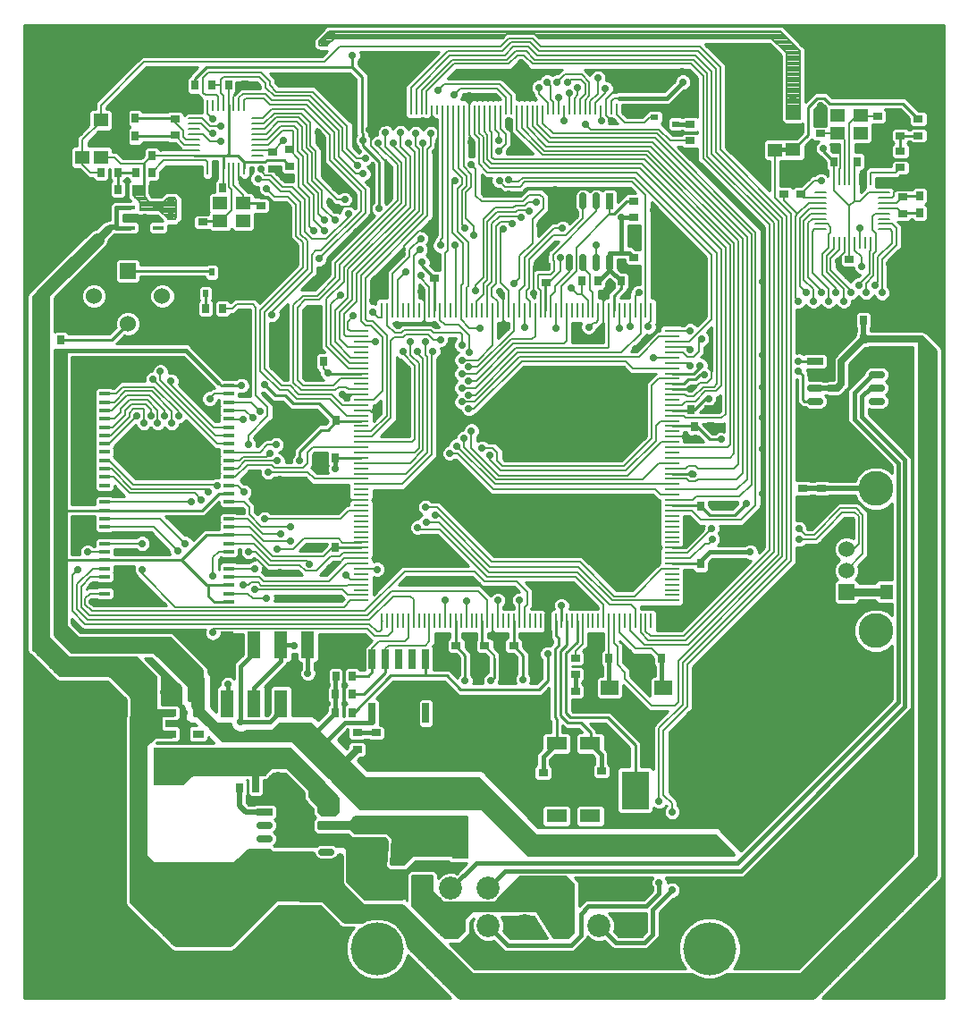
<source format=gtl>
G75*
%MOIN*%
%OFA0B0*%
%FSLAX25Y25*%
%IPPOS*%
%LPD*%
%AMOC8*
5,1,8,0,0,1.08239X$1,22.5*
%
%ADD10R,0.14173X0.10236*%
%ADD11R,0.10236X0.14173*%
%ADD12R,0.03500X0.02500*%
%ADD13R,0.02500X0.03500*%
%ADD14R,0.05906X0.10000*%
%ADD15R,0.10000X0.05906*%
%ADD16R,0.08583X0.06378*%
%ADD17R,0.05118X0.05512*%
%ADD18R,0.05512X0.05118*%
%ADD19R,0.00787X0.03937*%
%ADD20C,0.00787*%
%ADD21R,0.07874X0.04724*%
%ADD22R,0.07480X0.03937*%
%ADD23R,0.02500X0.07500*%
%ADD24R,0.06000X0.06000*%
%ADD25C,0.06000*%
%ADD26C,0.13000*%
%ADD27R,0.05000X0.10000*%
%ADD28R,0.11024X0.14000*%
%ADD29R,0.02756X0.01969*%
%ADD30R,0.04000X0.01400*%
%ADD31C,0.19748*%
%ADD32C,0.08563*%
%ADD33R,0.02500X0.06000*%
%ADD34C,0.02500*%
%ADD35R,0.00787X0.04724*%
%ADD36R,0.03937X0.01575*%
%ADD37R,0.01100X0.05800*%
%ADD38R,0.05800X0.01100*%
%ADD39R,0.06000X0.02500*%
%ADD40R,0.03937X0.02756*%
%ADD41R,0.06693X0.05449*%
%ADD42R,0.07500X0.05000*%
%ADD43R,0.05512X0.04724*%
%ADD44R,0.01969X0.02756*%
%ADD45C,0.01000*%
%ADD46C,0.02800*%
%ADD47C,0.01500*%
%ADD48C,0.00800*%
%ADD49C,0.01200*%
%ADD50C,0.03000*%
%ADD51C,0.02000*%
%ADD52C,0.01600*%
%ADD53C,0.04900*%
%ADD54C,0.00700*%
%ADD55C,0.04000*%
%ADD56C,0.20000*%
D10*
X0318500Y0108933D03*
D11*
X0233854Y0108933D03*
D12*
X0221200Y0109883D03*
X0221200Y0116033D03*
X0199500Y0115533D03*
X0199500Y0109383D03*
X0211500Y0139633D03*
X0211500Y0145783D03*
X0211500Y0152083D03*
X0211500Y0158233D03*
X0188500Y0156583D03*
X0188500Y0162733D03*
X0177700Y0162733D03*
X0177700Y0156583D03*
X0167000Y0156583D03*
X0167000Y0162733D03*
X0137100Y0130383D03*
X0137100Y0124233D03*
X0130100Y0124233D03*
X0130100Y0130383D03*
X0145500Y0083433D03*
X0145500Y0077283D03*
X0296300Y0215333D03*
X0296300Y0221483D03*
X0303300Y0221483D03*
X0303300Y0215333D03*
X0313700Y0300683D03*
X0313700Y0306833D03*
X0333500Y0323883D03*
X0333500Y0330033D03*
X0332700Y0341033D03*
X0332700Y0347183D03*
X0332700Y0352983D03*
X0332700Y0359133D03*
X0339300Y0359133D03*
X0339300Y0352983D03*
X0324100Y0353883D03*
X0324100Y0360033D03*
X0302900Y0359833D03*
X0302900Y0353683D03*
X0295700Y0337383D03*
X0295700Y0331233D03*
X0289300Y0331233D03*
X0289300Y0337383D03*
X0254300Y0351033D03*
X0254300Y0357183D03*
X0233300Y0328583D03*
X0233300Y0322433D03*
X0233300Y0313583D03*
X0233300Y0307433D03*
X0200500Y0304283D03*
X0200500Y0298133D03*
X0159000Y0299733D03*
X0159000Y0305883D03*
X0104900Y0341583D03*
X0104900Y0347733D03*
X0098400Y0346733D03*
X0098400Y0340583D03*
X0094100Y0326833D03*
X0094100Y0320683D03*
X0072500Y0320683D03*
X0072500Y0326833D03*
X0062100Y0353033D03*
X0062100Y0359183D03*
D13*
X0069600Y0371733D03*
X0075750Y0371733D03*
X0082100Y0371733D03*
X0088250Y0371733D03*
X0079800Y0333533D03*
X0073650Y0333533D03*
X0053600Y0332733D03*
X0053600Y0339333D03*
X0047450Y0339333D03*
X0047450Y0332733D03*
X0040800Y0332933D03*
X0034650Y0332933D03*
X0034650Y0339333D03*
X0040800Y0339333D03*
X0047450Y0345533D03*
X0053600Y0345533D03*
X0047350Y0352733D03*
X0047350Y0359533D03*
X0041200Y0359533D03*
X0041200Y0352733D03*
X0073650Y0288533D03*
X0079800Y0288533D03*
X0111250Y0268833D03*
X0117400Y0268833D03*
X0116050Y0246733D03*
X0122200Y0246733D03*
X0121800Y0232933D03*
X0115650Y0232933D03*
X0115650Y0199433D03*
X0121800Y0199433D03*
X0122100Y0151533D03*
X0122000Y0144733D03*
X0128150Y0144733D03*
X0128250Y0151533D03*
X0128150Y0137933D03*
X0122000Y0137933D03*
X0092300Y0109933D03*
X0086150Y0109933D03*
X0068300Y0145433D03*
X0062150Y0145433D03*
X0019550Y0276833D03*
X0013400Y0276833D03*
X0213850Y0298733D03*
X0220000Y0298733D03*
X0228700Y0298833D03*
X0234850Y0298833D03*
X0254600Y0250933D03*
X0255800Y0244433D03*
X0261950Y0244433D03*
X0260750Y0250933D03*
X0258200Y0214933D03*
X0264350Y0214933D03*
X0264350Y0193433D03*
X0258200Y0193433D03*
X0243600Y0158133D03*
X0237450Y0158133D03*
X0230150Y0158133D03*
X0224000Y0158133D03*
X0312750Y0277133D03*
X0312750Y0284133D03*
X0318900Y0284133D03*
X0318900Y0277133D03*
X0339850Y0324133D03*
X0346000Y0324133D03*
X0346000Y0330533D03*
X0339850Y0330533D03*
X0322750Y0343333D03*
X0316600Y0343333D03*
X0307800Y0343333D03*
X0301650Y0343333D03*
D14*
X0168500Y0133984D03*
X0168500Y0088433D03*
D15*
X0112551Y0053933D03*
X0067000Y0053933D03*
D16*
X0133500Y0077933D03*
X0133500Y0096043D03*
D17*
X0114417Y0108933D03*
X0100500Y0108933D03*
X0327583Y0182933D03*
X0341500Y0182933D03*
D18*
X0292700Y0347733D03*
X0285900Y0347616D03*
X0285900Y0361533D03*
X0292700Y0361650D03*
X0034500Y0358733D03*
X0027700Y0358733D03*
X0027700Y0344816D03*
X0034500Y0344816D03*
D19*
X0226902Y0362752D03*
D20*
X0224933Y0364327D02*
X0224933Y0364327D01*
X0224933Y0361177D01*
X0224933Y0361177D01*
X0224933Y0364327D01*
X0224933Y0361963D02*
X0224933Y0361963D01*
X0224933Y0362749D02*
X0224933Y0362749D01*
X0224933Y0363535D02*
X0224933Y0363535D01*
X0224933Y0364321D02*
X0224933Y0364321D01*
X0222965Y0364327D02*
X0222965Y0364327D01*
X0222965Y0361177D01*
X0222965Y0361177D01*
X0222965Y0364327D01*
X0222965Y0361963D02*
X0222965Y0361963D01*
X0222965Y0362749D02*
X0222965Y0362749D01*
X0222965Y0363535D02*
X0222965Y0363535D01*
X0222965Y0364321D02*
X0222965Y0364321D01*
X0220996Y0364327D02*
X0220996Y0364327D01*
X0220996Y0361177D01*
X0220996Y0361177D01*
X0220996Y0364327D01*
X0220996Y0361963D02*
X0220996Y0361963D01*
X0220996Y0362749D02*
X0220996Y0362749D01*
X0220996Y0363535D02*
X0220996Y0363535D01*
X0220996Y0364321D02*
X0220996Y0364321D01*
X0219028Y0364327D02*
X0219028Y0364327D01*
X0219028Y0361177D01*
X0219028Y0361177D01*
X0219028Y0364327D01*
X0219028Y0361963D02*
X0219028Y0361963D01*
X0219028Y0362749D02*
X0219028Y0362749D01*
X0219028Y0363535D02*
X0219028Y0363535D01*
X0219028Y0364321D02*
X0219028Y0364321D01*
X0217059Y0364327D02*
X0217059Y0364327D01*
X0217059Y0361177D01*
X0217059Y0361177D01*
X0217059Y0364327D01*
X0217059Y0361963D02*
X0217059Y0361963D01*
X0217059Y0362749D02*
X0217059Y0362749D01*
X0217059Y0363535D02*
X0217059Y0363535D01*
X0217059Y0364321D02*
X0217059Y0364321D01*
X0215091Y0364327D02*
X0215091Y0364327D01*
X0215091Y0361177D01*
X0215091Y0361177D01*
X0215091Y0364327D01*
X0215091Y0361963D02*
X0215091Y0361963D01*
X0215091Y0362749D02*
X0215091Y0362749D01*
X0215091Y0363535D02*
X0215091Y0363535D01*
X0215091Y0364321D02*
X0215091Y0364321D01*
X0213122Y0364327D02*
X0213122Y0364327D01*
X0213122Y0361177D01*
X0213122Y0361177D01*
X0213122Y0364327D01*
X0213122Y0361963D02*
X0213122Y0361963D01*
X0213122Y0362749D02*
X0213122Y0362749D01*
X0213122Y0363535D02*
X0213122Y0363535D01*
X0213122Y0364321D02*
X0213122Y0364321D01*
X0211154Y0364327D02*
X0211154Y0364327D01*
X0211154Y0361177D01*
X0211154Y0361177D01*
X0211154Y0364327D01*
X0211154Y0361963D02*
X0211154Y0361963D01*
X0211154Y0362749D02*
X0211154Y0362749D01*
X0211154Y0363535D02*
X0211154Y0363535D01*
X0211154Y0364321D02*
X0211154Y0364321D01*
X0209185Y0364327D02*
X0209185Y0364327D01*
X0209185Y0361177D01*
X0209185Y0361177D01*
X0209185Y0364327D01*
X0209185Y0361963D02*
X0209185Y0361963D01*
X0209185Y0362749D02*
X0209185Y0362749D01*
X0209185Y0363535D02*
X0209185Y0363535D01*
X0209185Y0364321D02*
X0209185Y0364321D01*
X0207217Y0364327D02*
X0207217Y0364327D01*
X0207217Y0361177D01*
X0207217Y0361177D01*
X0207217Y0364327D01*
X0207217Y0361963D02*
X0207217Y0361963D01*
X0207217Y0362749D02*
X0207217Y0362749D01*
X0207217Y0363535D02*
X0207217Y0363535D01*
X0207217Y0364321D02*
X0207217Y0364321D01*
X0205248Y0364327D02*
X0205248Y0364327D01*
X0205248Y0361177D01*
X0205248Y0361177D01*
X0205248Y0364327D01*
X0205248Y0361963D02*
X0205248Y0361963D01*
X0205248Y0362749D02*
X0205248Y0362749D01*
X0205248Y0363535D02*
X0205248Y0363535D01*
X0205248Y0364321D02*
X0205248Y0364321D01*
X0203280Y0364327D02*
X0203280Y0364327D01*
X0203280Y0361177D01*
X0203280Y0361177D01*
X0203280Y0364327D01*
X0203280Y0361963D02*
X0203280Y0361963D01*
X0203280Y0362749D02*
X0203280Y0362749D01*
X0203280Y0363535D02*
X0203280Y0363535D01*
X0203280Y0364321D02*
X0203280Y0364321D01*
X0201311Y0364327D02*
X0201311Y0364327D01*
X0201311Y0361177D01*
X0201311Y0361177D01*
X0201311Y0364327D01*
X0201311Y0361963D02*
X0201311Y0361963D01*
X0201311Y0362749D02*
X0201311Y0362749D01*
X0201311Y0363535D02*
X0201311Y0363535D01*
X0201311Y0364321D02*
X0201311Y0364321D01*
X0199343Y0364327D02*
X0199343Y0364327D01*
X0199343Y0361177D01*
X0199343Y0361177D01*
X0199343Y0364327D01*
X0199343Y0361963D02*
X0199343Y0361963D01*
X0199343Y0362749D02*
X0199343Y0362749D01*
X0199343Y0363535D02*
X0199343Y0363535D01*
X0199343Y0364321D02*
X0199343Y0364321D01*
X0197374Y0364327D02*
X0197374Y0364327D01*
X0197374Y0361177D01*
X0197374Y0361177D01*
X0197374Y0364327D01*
X0197374Y0361963D02*
X0197374Y0361963D01*
X0197374Y0362749D02*
X0197374Y0362749D01*
X0197374Y0363535D02*
X0197374Y0363535D01*
X0197374Y0364321D02*
X0197374Y0364321D01*
X0195406Y0364327D02*
X0195406Y0364327D01*
X0195406Y0361177D01*
X0195406Y0361177D01*
X0195406Y0364327D01*
X0195406Y0361963D02*
X0195406Y0361963D01*
X0195406Y0362749D02*
X0195406Y0362749D01*
X0195406Y0363535D02*
X0195406Y0363535D01*
X0195406Y0364321D02*
X0195406Y0364321D01*
X0193437Y0364327D02*
X0193437Y0364327D01*
X0193437Y0361177D01*
X0193437Y0361177D01*
X0193437Y0364327D01*
X0193437Y0361963D02*
X0193437Y0361963D01*
X0193437Y0362749D02*
X0193437Y0362749D01*
X0193437Y0363535D02*
X0193437Y0363535D01*
X0193437Y0364321D02*
X0193437Y0364321D01*
X0191469Y0364327D02*
X0191469Y0364327D01*
X0191469Y0361177D01*
X0191469Y0361177D01*
X0191469Y0364327D01*
X0191469Y0361963D02*
X0191469Y0361963D01*
X0191469Y0362749D02*
X0191469Y0362749D01*
X0191469Y0363535D02*
X0191469Y0363535D01*
X0191469Y0364321D02*
X0191469Y0364321D01*
X0189500Y0364327D02*
X0189500Y0364327D01*
X0189500Y0361177D01*
X0189500Y0361177D01*
X0189500Y0364327D01*
X0189500Y0361963D02*
X0189500Y0361963D01*
X0189500Y0362749D02*
X0189500Y0362749D01*
X0189500Y0363535D02*
X0189500Y0363535D01*
X0189500Y0364321D02*
X0189500Y0364321D01*
X0187531Y0364327D02*
X0187531Y0364327D01*
X0187531Y0361177D01*
X0187531Y0361177D01*
X0187531Y0364327D01*
X0187531Y0361963D02*
X0187531Y0361963D01*
X0187531Y0362749D02*
X0187531Y0362749D01*
X0187531Y0363535D02*
X0187531Y0363535D01*
X0187531Y0364321D02*
X0187531Y0364321D01*
X0185563Y0364327D02*
X0185563Y0364327D01*
X0185563Y0361177D01*
X0185563Y0361177D01*
X0185563Y0364327D01*
X0185563Y0361963D02*
X0185563Y0361963D01*
X0185563Y0362749D02*
X0185563Y0362749D01*
X0185563Y0363535D02*
X0185563Y0363535D01*
X0185563Y0364321D02*
X0185563Y0364321D01*
X0183594Y0364327D02*
X0183594Y0364327D01*
X0183594Y0361177D01*
X0183594Y0361177D01*
X0183594Y0364327D01*
X0183594Y0361963D02*
X0183594Y0361963D01*
X0183594Y0362749D02*
X0183594Y0362749D01*
X0183594Y0363535D02*
X0183594Y0363535D01*
X0183594Y0364321D02*
X0183594Y0364321D01*
X0181626Y0364327D02*
X0181626Y0364327D01*
X0181626Y0361177D01*
X0181626Y0361177D01*
X0181626Y0364327D01*
X0181626Y0361963D02*
X0181626Y0361963D01*
X0181626Y0362749D02*
X0181626Y0362749D01*
X0181626Y0363535D02*
X0181626Y0363535D01*
X0181626Y0364321D02*
X0181626Y0364321D01*
X0179657Y0364327D02*
X0179657Y0364327D01*
X0179657Y0361177D01*
X0179657Y0361177D01*
X0179657Y0364327D01*
X0179657Y0361963D02*
X0179657Y0361963D01*
X0179657Y0362749D02*
X0179657Y0362749D01*
X0179657Y0363535D02*
X0179657Y0363535D01*
X0179657Y0364321D02*
X0179657Y0364321D01*
X0177689Y0364327D02*
X0177689Y0364327D01*
X0177689Y0361177D01*
X0177689Y0361177D01*
X0177689Y0364327D01*
X0177689Y0361963D02*
X0177689Y0361963D01*
X0177689Y0362749D02*
X0177689Y0362749D01*
X0177689Y0363535D02*
X0177689Y0363535D01*
X0177689Y0364321D02*
X0177689Y0364321D01*
X0175720Y0364327D02*
X0175720Y0364327D01*
X0175720Y0361177D01*
X0175720Y0361177D01*
X0175720Y0364327D01*
X0175720Y0361963D02*
X0175720Y0361963D01*
X0175720Y0362749D02*
X0175720Y0362749D01*
X0175720Y0363535D02*
X0175720Y0363535D01*
X0175720Y0364321D02*
X0175720Y0364321D01*
X0173752Y0364327D02*
X0173752Y0364327D01*
X0173752Y0361177D01*
X0173752Y0361177D01*
X0173752Y0364327D01*
X0173752Y0361963D02*
X0173752Y0361963D01*
X0173752Y0362749D02*
X0173752Y0362749D01*
X0173752Y0363535D02*
X0173752Y0363535D01*
X0173752Y0364321D02*
X0173752Y0364321D01*
X0171783Y0364327D02*
X0171783Y0364327D01*
X0171783Y0361177D01*
X0171783Y0361177D01*
X0171783Y0364327D01*
X0171783Y0361963D02*
X0171783Y0361963D01*
X0171783Y0362749D02*
X0171783Y0362749D01*
X0171783Y0363535D02*
X0171783Y0363535D01*
X0171783Y0364321D02*
X0171783Y0364321D01*
X0169815Y0364327D02*
X0169815Y0364327D01*
X0169815Y0361177D01*
X0169815Y0361177D01*
X0169815Y0364327D01*
X0169815Y0361963D02*
X0169815Y0361963D01*
X0169815Y0362749D02*
X0169815Y0362749D01*
X0169815Y0363535D02*
X0169815Y0363535D01*
X0169815Y0364321D02*
X0169815Y0364321D01*
X0167846Y0364327D02*
X0167846Y0364327D01*
X0167846Y0361177D01*
X0167846Y0361177D01*
X0167846Y0364327D01*
X0167846Y0361963D02*
X0167846Y0361963D01*
X0167846Y0362749D02*
X0167846Y0362749D01*
X0167846Y0363535D02*
X0167846Y0363535D01*
X0167846Y0364321D02*
X0167846Y0364321D01*
X0165878Y0364327D02*
X0165878Y0364327D01*
X0165878Y0361177D01*
X0165878Y0361177D01*
X0165878Y0364327D01*
X0165878Y0361963D02*
X0165878Y0361963D01*
X0165878Y0362749D02*
X0165878Y0362749D01*
X0165878Y0363535D02*
X0165878Y0363535D01*
X0165878Y0364321D02*
X0165878Y0364321D01*
X0163909Y0364327D02*
X0163909Y0364327D01*
X0163909Y0361177D01*
X0163909Y0361177D01*
X0163909Y0364327D01*
X0163909Y0361963D02*
X0163909Y0361963D01*
X0163909Y0362749D02*
X0163909Y0362749D01*
X0163909Y0363535D02*
X0163909Y0363535D01*
X0163909Y0364321D02*
X0163909Y0364321D01*
X0161941Y0364327D02*
X0161941Y0364327D01*
X0161941Y0361177D01*
X0161941Y0361177D01*
X0161941Y0364327D01*
X0161941Y0361963D02*
X0161941Y0361963D01*
X0161941Y0362749D02*
X0161941Y0362749D01*
X0161941Y0363535D02*
X0161941Y0363535D01*
X0161941Y0364321D02*
X0161941Y0364321D01*
X0159972Y0364327D02*
X0159972Y0364327D01*
X0159972Y0361177D01*
X0159972Y0361177D01*
X0159972Y0364327D01*
X0159972Y0361963D02*
X0159972Y0361963D01*
X0159972Y0362749D02*
X0159972Y0362749D01*
X0159972Y0363535D02*
X0159972Y0363535D01*
X0159972Y0364321D02*
X0159972Y0364321D01*
X0158004Y0364327D02*
X0158004Y0364327D01*
X0158004Y0361177D01*
X0158004Y0361177D01*
X0158004Y0364327D01*
X0158004Y0361963D02*
X0158004Y0361963D01*
X0158004Y0362749D02*
X0158004Y0362749D01*
X0158004Y0363535D02*
X0158004Y0363535D01*
X0158004Y0364321D02*
X0158004Y0364321D01*
X0156035Y0364327D02*
X0156035Y0364327D01*
X0156035Y0361177D01*
X0156035Y0361177D01*
X0156035Y0364327D01*
X0156035Y0361963D02*
X0156035Y0361963D01*
X0156035Y0362749D02*
X0156035Y0362749D01*
X0156035Y0363535D02*
X0156035Y0363535D01*
X0156035Y0364321D02*
X0156035Y0364321D01*
X0154067Y0364327D02*
X0154067Y0364327D01*
X0154067Y0361177D01*
X0154067Y0361177D01*
X0154067Y0364327D01*
X0154067Y0361963D02*
X0154067Y0361963D01*
X0154067Y0362749D02*
X0154067Y0362749D01*
X0154067Y0363535D02*
X0154067Y0363535D01*
X0154067Y0364321D02*
X0154067Y0364321D01*
X0152098Y0364327D02*
X0152098Y0364327D01*
X0152098Y0361177D01*
X0152098Y0361177D01*
X0152098Y0364327D01*
X0152098Y0361963D02*
X0152098Y0361963D01*
X0152098Y0362749D02*
X0152098Y0362749D01*
X0152098Y0363535D02*
X0152098Y0363535D01*
X0152098Y0364321D02*
X0152098Y0364321D01*
X0150130Y0364327D02*
X0150130Y0364327D01*
X0150130Y0361177D01*
X0150130Y0361177D01*
X0150130Y0364327D01*
X0150130Y0361963D02*
X0150130Y0361963D01*
X0150130Y0362749D02*
X0150130Y0362749D01*
X0150130Y0363535D02*
X0150130Y0363535D01*
X0150130Y0364321D02*
X0150130Y0364321D01*
X0090926Y0359423D02*
X0090926Y0359423D01*
X0094864Y0359423D01*
X0094864Y0359423D01*
X0090926Y0359423D01*
X0090926Y0357454D02*
X0090926Y0357454D01*
X0094864Y0357454D01*
X0094864Y0357454D01*
X0090926Y0357454D01*
X0090926Y0355486D02*
X0090926Y0355486D01*
X0094864Y0355486D01*
X0094864Y0355486D01*
X0090926Y0355486D01*
X0090926Y0353517D02*
X0090926Y0353517D01*
X0094864Y0353517D01*
X0094864Y0353517D01*
X0090926Y0353517D01*
X0090926Y0351549D02*
X0090926Y0351549D01*
X0094864Y0351549D01*
X0094864Y0351549D01*
X0090926Y0351549D01*
X0090926Y0349580D02*
X0090926Y0349580D01*
X0094864Y0349580D01*
X0094864Y0349580D01*
X0090926Y0349580D01*
X0090926Y0347612D02*
X0090926Y0347612D01*
X0094864Y0347612D01*
X0094864Y0347612D01*
X0090926Y0347612D01*
X0090926Y0345643D02*
X0090926Y0345643D01*
X0094864Y0345643D01*
X0094864Y0345643D01*
X0090926Y0345643D01*
X0087974Y0338753D02*
X0087974Y0338753D01*
X0087974Y0342691D01*
X0087974Y0342691D01*
X0087974Y0338753D01*
X0087974Y0339539D02*
X0087974Y0339539D01*
X0087974Y0340325D02*
X0087974Y0340325D01*
X0087974Y0341111D02*
X0087974Y0341111D01*
X0087974Y0341897D02*
X0087974Y0341897D01*
X0087974Y0342683D02*
X0087974Y0342683D01*
X0086006Y0338753D02*
X0086006Y0338753D01*
X0086006Y0342691D01*
X0086006Y0342691D01*
X0086006Y0338753D01*
X0086006Y0339539D02*
X0086006Y0339539D01*
X0086006Y0340325D02*
X0086006Y0340325D01*
X0086006Y0341111D02*
X0086006Y0341111D01*
X0086006Y0341897D02*
X0086006Y0341897D01*
X0086006Y0342683D02*
X0086006Y0342683D01*
X0084037Y0338753D02*
X0084037Y0338753D01*
X0084037Y0342691D01*
X0084037Y0342691D01*
X0084037Y0338753D01*
X0084037Y0339539D02*
X0084037Y0339539D01*
X0084037Y0340325D02*
X0084037Y0340325D01*
X0084037Y0341111D02*
X0084037Y0341111D01*
X0084037Y0341897D02*
X0084037Y0341897D01*
X0084037Y0342683D02*
X0084037Y0342683D01*
X0082069Y0338753D02*
X0082069Y0338753D01*
X0082069Y0342691D01*
X0082069Y0342691D01*
X0082069Y0338753D01*
X0082069Y0339539D02*
X0082069Y0339539D01*
X0082069Y0340325D02*
X0082069Y0340325D01*
X0082069Y0341111D02*
X0082069Y0341111D01*
X0082069Y0341897D02*
X0082069Y0341897D01*
X0082069Y0342683D02*
X0082069Y0342683D01*
X0080100Y0338753D02*
X0080100Y0338753D01*
X0080100Y0342691D01*
X0080100Y0342691D01*
X0080100Y0338753D01*
X0080100Y0339539D02*
X0080100Y0339539D01*
X0080100Y0340325D02*
X0080100Y0340325D01*
X0080100Y0341111D02*
X0080100Y0341111D01*
X0080100Y0341897D02*
X0080100Y0341897D01*
X0080100Y0342683D02*
X0080100Y0342683D01*
X0078131Y0338753D02*
X0078131Y0338753D01*
X0078131Y0342691D01*
X0078131Y0342691D01*
X0078131Y0338753D01*
X0078131Y0339539D02*
X0078131Y0339539D01*
X0078131Y0340325D02*
X0078131Y0340325D01*
X0078131Y0341111D02*
X0078131Y0341111D01*
X0078131Y0341897D02*
X0078131Y0341897D01*
X0078131Y0342683D02*
X0078131Y0342683D01*
X0076163Y0338753D02*
X0076163Y0338753D01*
X0076163Y0342691D01*
X0076163Y0342691D01*
X0076163Y0338753D01*
X0076163Y0339539D02*
X0076163Y0339539D01*
X0076163Y0340325D02*
X0076163Y0340325D01*
X0076163Y0341111D02*
X0076163Y0341111D01*
X0076163Y0341897D02*
X0076163Y0341897D01*
X0076163Y0342683D02*
X0076163Y0342683D01*
X0071242Y0345643D02*
X0071242Y0345643D01*
X0067304Y0345643D01*
X0067304Y0345643D01*
X0071242Y0345643D01*
X0071242Y0347612D02*
X0071242Y0347612D01*
X0067304Y0347612D01*
X0067304Y0347612D01*
X0071242Y0347612D01*
X0071242Y0349580D02*
X0071242Y0349580D01*
X0067304Y0349580D01*
X0067304Y0349580D01*
X0071242Y0349580D01*
X0071242Y0351549D02*
X0071242Y0351549D01*
X0067304Y0351549D01*
X0067304Y0351549D01*
X0071242Y0351549D01*
X0071242Y0353517D02*
X0071242Y0353517D01*
X0067304Y0353517D01*
X0067304Y0353517D01*
X0071242Y0353517D01*
X0071242Y0355486D02*
X0071242Y0355486D01*
X0067304Y0355486D01*
X0067304Y0355486D01*
X0071242Y0355486D01*
X0071242Y0357454D02*
X0071242Y0357454D01*
X0067304Y0357454D01*
X0067304Y0357454D01*
X0071242Y0357454D01*
X0071242Y0359423D02*
X0071242Y0359423D01*
X0067304Y0359423D01*
X0067304Y0359423D01*
X0071242Y0359423D01*
X0074194Y0366313D02*
X0074194Y0366313D01*
X0074194Y0362375D01*
X0074194Y0362375D01*
X0074194Y0366313D01*
X0074194Y0363161D02*
X0074194Y0363161D01*
X0074194Y0363947D02*
X0074194Y0363947D01*
X0074194Y0364733D02*
X0074194Y0364733D01*
X0074194Y0365519D02*
X0074194Y0365519D01*
X0074194Y0366305D02*
X0074194Y0366305D01*
X0076163Y0366313D02*
X0076163Y0366313D01*
X0076163Y0362375D01*
X0076163Y0362375D01*
X0076163Y0366313D01*
X0076163Y0363161D02*
X0076163Y0363161D01*
X0076163Y0363947D02*
X0076163Y0363947D01*
X0076163Y0364733D02*
X0076163Y0364733D01*
X0076163Y0365519D02*
X0076163Y0365519D01*
X0076163Y0366305D02*
X0076163Y0366305D01*
X0078131Y0366313D02*
X0078131Y0366313D01*
X0078131Y0362375D01*
X0078131Y0362375D01*
X0078131Y0366313D01*
X0078131Y0363161D02*
X0078131Y0363161D01*
X0078131Y0363947D02*
X0078131Y0363947D01*
X0078131Y0364733D02*
X0078131Y0364733D01*
X0078131Y0365519D02*
X0078131Y0365519D01*
X0078131Y0366305D02*
X0078131Y0366305D01*
X0080100Y0366313D02*
X0080100Y0366313D01*
X0080100Y0362375D01*
X0080100Y0362375D01*
X0080100Y0366313D01*
X0080100Y0363161D02*
X0080100Y0363161D01*
X0080100Y0363947D02*
X0080100Y0363947D01*
X0080100Y0364733D02*
X0080100Y0364733D01*
X0080100Y0365519D02*
X0080100Y0365519D01*
X0080100Y0366305D02*
X0080100Y0366305D01*
X0082069Y0366313D02*
X0082069Y0366313D01*
X0082069Y0362375D01*
X0082069Y0362375D01*
X0082069Y0366313D01*
X0082069Y0363161D02*
X0082069Y0363161D01*
X0082069Y0363947D02*
X0082069Y0363947D01*
X0082069Y0364733D02*
X0082069Y0364733D01*
X0082069Y0365519D02*
X0082069Y0365519D01*
X0082069Y0366305D02*
X0082069Y0366305D01*
X0084037Y0366313D02*
X0084037Y0366313D01*
X0084037Y0362375D01*
X0084037Y0362375D01*
X0084037Y0366313D01*
X0084037Y0363161D02*
X0084037Y0363161D01*
X0084037Y0363947D02*
X0084037Y0363947D01*
X0084037Y0364733D02*
X0084037Y0364733D01*
X0084037Y0365519D02*
X0084037Y0365519D01*
X0084037Y0366305D02*
X0084037Y0366305D01*
X0086006Y0366313D02*
X0086006Y0366313D01*
X0086006Y0362375D01*
X0086006Y0362375D01*
X0086006Y0366313D01*
X0086006Y0363161D02*
X0086006Y0363161D01*
X0086006Y0363947D02*
X0086006Y0363947D01*
X0086006Y0364733D02*
X0086006Y0364733D01*
X0086006Y0365519D02*
X0086006Y0365519D01*
X0086006Y0366305D02*
X0086006Y0366305D01*
X0087974Y0366313D02*
X0087974Y0366313D01*
X0087974Y0362375D01*
X0087974Y0362375D01*
X0087974Y0366313D01*
X0087974Y0363161D02*
X0087974Y0363161D01*
X0087974Y0363947D02*
X0087974Y0363947D01*
X0087974Y0364733D02*
X0087974Y0364733D01*
X0087974Y0365519D02*
X0087974Y0365519D01*
X0087974Y0366305D02*
X0087974Y0366305D01*
X0304874Y0331823D02*
X0304874Y0331823D01*
X0300936Y0331823D01*
X0300936Y0331823D01*
X0304874Y0331823D01*
X0304874Y0329854D02*
X0304874Y0329854D01*
X0300936Y0329854D01*
X0300936Y0329854D01*
X0304874Y0329854D01*
X0304874Y0327886D02*
X0304874Y0327886D01*
X0300936Y0327886D01*
X0300936Y0327886D01*
X0304874Y0327886D01*
X0304874Y0325917D02*
X0304874Y0325917D01*
X0300936Y0325917D01*
X0300936Y0325917D01*
X0304874Y0325917D01*
X0304874Y0323949D02*
X0304874Y0323949D01*
X0300936Y0323949D01*
X0300936Y0323949D01*
X0304874Y0323949D01*
X0304874Y0321980D02*
X0304874Y0321980D01*
X0300936Y0321980D01*
X0300936Y0321980D01*
X0304874Y0321980D01*
X0304874Y0320012D02*
X0304874Y0320012D01*
X0300936Y0320012D01*
X0300936Y0320012D01*
X0304874Y0320012D01*
X0304874Y0318043D02*
X0304874Y0318043D01*
X0300936Y0318043D01*
X0300936Y0318043D01*
X0304874Y0318043D01*
X0307826Y0311153D02*
X0307826Y0311153D01*
X0307826Y0315091D01*
X0307826Y0315091D01*
X0307826Y0311153D01*
X0307826Y0311939D02*
X0307826Y0311939D01*
X0307826Y0312725D02*
X0307826Y0312725D01*
X0307826Y0313511D02*
X0307826Y0313511D01*
X0307826Y0314297D02*
X0307826Y0314297D01*
X0307826Y0315083D02*
X0307826Y0315083D01*
X0309794Y0311153D02*
X0309794Y0311153D01*
X0309794Y0315091D01*
X0309794Y0315091D01*
X0309794Y0311153D01*
X0309794Y0311939D02*
X0309794Y0311939D01*
X0309794Y0312725D02*
X0309794Y0312725D01*
X0309794Y0313511D02*
X0309794Y0313511D01*
X0309794Y0314297D02*
X0309794Y0314297D01*
X0309794Y0315083D02*
X0309794Y0315083D01*
X0311763Y0311153D02*
X0311763Y0311153D01*
X0311763Y0315091D01*
X0311763Y0315091D01*
X0311763Y0311153D01*
X0311763Y0311939D02*
X0311763Y0311939D01*
X0311763Y0312725D02*
X0311763Y0312725D01*
X0311763Y0313511D02*
X0311763Y0313511D01*
X0311763Y0314297D02*
X0311763Y0314297D01*
X0311763Y0315083D02*
X0311763Y0315083D01*
X0313731Y0311153D02*
X0313731Y0311153D01*
X0313731Y0315091D01*
X0313731Y0315091D01*
X0313731Y0311153D01*
X0313731Y0311939D02*
X0313731Y0311939D01*
X0313731Y0312725D02*
X0313731Y0312725D01*
X0313731Y0313511D02*
X0313731Y0313511D01*
X0313731Y0314297D02*
X0313731Y0314297D01*
X0313731Y0315083D02*
X0313731Y0315083D01*
X0315700Y0311153D02*
X0315700Y0311153D01*
X0315700Y0315091D01*
X0315700Y0315091D01*
X0315700Y0311153D01*
X0315700Y0311939D02*
X0315700Y0311939D01*
X0315700Y0312725D02*
X0315700Y0312725D01*
X0315700Y0313511D02*
X0315700Y0313511D01*
X0315700Y0314297D02*
X0315700Y0314297D01*
X0315700Y0315083D02*
X0315700Y0315083D01*
X0317669Y0311153D02*
X0317669Y0311153D01*
X0317669Y0315091D01*
X0317669Y0315091D01*
X0317669Y0311153D01*
X0317669Y0311939D02*
X0317669Y0311939D01*
X0317669Y0312725D02*
X0317669Y0312725D01*
X0317669Y0313511D02*
X0317669Y0313511D01*
X0317669Y0314297D02*
X0317669Y0314297D01*
X0317669Y0315083D02*
X0317669Y0315083D01*
X0319637Y0311153D02*
X0319637Y0311153D01*
X0319637Y0315091D01*
X0319637Y0315091D01*
X0319637Y0311153D01*
X0319637Y0311939D02*
X0319637Y0311939D01*
X0319637Y0312725D02*
X0319637Y0312725D01*
X0319637Y0313511D02*
X0319637Y0313511D01*
X0319637Y0314297D02*
X0319637Y0314297D01*
X0319637Y0315083D02*
X0319637Y0315083D01*
X0321606Y0311153D02*
X0321606Y0311153D01*
X0321606Y0315091D01*
X0321606Y0315091D01*
X0321606Y0311153D01*
X0321606Y0311939D02*
X0321606Y0311939D01*
X0321606Y0312725D02*
X0321606Y0312725D01*
X0321606Y0313511D02*
X0321606Y0313511D01*
X0321606Y0314297D02*
X0321606Y0314297D01*
X0321606Y0315083D02*
X0321606Y0315083D01*
X0324558Y0318043D02*
X0324558Y0318043D01*
X0328496Y0318043D01*
X0328496Y0318043D01*
X0324558Y0318043D01*
X0324558Y0320012D02*
X0324558Y0320012D01*
X0328496Y0320012D01*
X0328496Y0320012D01*
X0324558Y0320012D01*
X0324558Y0321980D02*
X0324558Y0321980D01*
X0328496Y0321980D01*
X0328496Y0321980D01*
X0324558Y0321980D01*
X0324558Y0323949D02*
X0324558Y0323949D01*
X0328496Y0323949D01*
X0328496Y0323949D01*
X0324558Y0323949D01*
X0324558Y0325917D02*
X0324558Y0325917D01*
X0328496Y0325917D01*
X0328496Y0325917D01*
X0324558Y0325917D01*
X0324558Y0327886D02*
X0324558Y0327886D01*
X0328496Y0327886D01*
X0328496Y0327886D01*
X0324558Y0327886D01*
X0324558Y0329854D02*
X0324558Y0329854D01*
X0328496Y0329854D01*
X0328496Y0329854D01*
X0324558Y0329854D01*
X0324558Y0331823D02*
X0324558Y0331823D01*
X0328496Y0331823D01*
X0328496Y0331823D01*
X0324558Y0331823D01*
X0319637Y0338713D02*
X0319637Y0338713D01*
X0319637Y0334775D01*
X0319637Y0334775D01*
X0319637Y0338713D01*
X0319637Y0335561D02*
X0319637Y0335561D01*
X0319637Y0336347D02*
X0319637Y0336347D01*
X0319637Y0337133D02*
X0319637Y0337133D01*
X0319637Y0337919D02*
X0319637Y0337919D01*
X0319637Y0338705D02*
X0319637Y0338705D01*
X0317669Y0338713D02*
X0317669Y0338713D01*
X0317669Y0334775D01*
X0317669Y0334775D01*
X0317669Y0338713D01*
X0317669Y0335561D02*
X0317669Y0335561D01*
X0317669Y0336347D02*
X0317669Y0336347D01*
X0317669Y0337133D02*
X0317669Y0337133D01*
X0317669Y0337919D02*
X0317669Y0337919D01*
X0317669Y0338705D02*
X0317669Y0338705D01*
X0315700Y0338713D02*
X0315700Y0338713D01*
X0315700Y0334775D01*
X0315700Y0334775D01*
X0315700Y0338713D01*
X0315700Y0335561D02*
X0315700Y0335561D01*
X0315700Y0336347D02*
X0315700Y0336347D01*
X0315700Y0337133D02*
X0315700Y0337133D01*
X0315700Y0337919D02*
X0315700Y0337919D01*
X0315700Y0338705D02*
X0315700Y0338705D01*
X0313731Y0338713D02*
X0313731Y0338713D01*
X0313731Y0334775D01*
X0313731Y0334775D01*
X0313731Y0338713D01*
X0313731Y0335561D02*
X0313731Y0335561D01*
X0313731Y0336347D02*
X0313731Y0336347D01*
X0313731Y0337133D02*
X0313731Y0337133D01*
X0313731Y0337919D02*
X0313731Y0337919D01*
X0313731Y0338705D02*
X0313731Y0338705D01*
X0311763Y0338713D02*
X0311763Y0338713D01*
X0311763Y0334775D01*
X0311763Y0334775D01*
X0311763Y0338713D01*
X0311763Y0335561D02*
X0311763Y0335561D01*
X0311763Y0336347D02*
X0311763Y0336347D01*
X0311763Y0337133D02*
X0311763Y0337133D01*
X0311763Y0337919D02*
X0311763Y0337919D01*
X0311763Y0338705D02*
X0311763Y0338705D01*
X0309794Y0338713D02*
X0309794Y0338713D01*
X0309794Y0334775D01*
X0309794Y0334775D01*
X0309794Y0338713D01*
X0309794Y0335561D02*
X0309794Y0335561D01*
X0309794Y0336347D02*
X0309794Y0336347D01*
X0309794Y0337133D02*
X0309794Y0337133D01*
X0309794Y0337919D02*
X0309794Y0337919D01*
X0309794Y0338705D02*
X0309794Y0338705D01*
X0307826Y0338713D02*
X0307826Y0338713D01*
X0307826Y0334775D01*
X0307826Y0334775D01*
X0307826Y0338713D01*
X0307826Y0335561D02*
X0307826Y0335561D01*
X0307826Y0336347D02*
X0307826Y0336347D01*
X0307826Y0337133D02*
X0307826Y0337133D01*
X0307826Y0337919D02*
X0307826Y0337919D01*
X0307826Y0338705D02*
X0307826Y0338705D01*
D21*
X0236744Y0374957D03*
X0142256Y0374957D03*
D22*
X0154500Y0086839D03*
X0154500Y0075028D03*
D23*
X0155700Y0137733D03*
X0145700Y0137733D03*
X0140700Y0137733D03*
X0135700Y0137733D03*
X0135700Y0157733D03*
X0140700Y0157733D03*
X0145700Y0157733D03*
X0150700Y0157733D03*
X0155700Y0157733D03*
D24*
X0044600Y0302582D03*
X0312500Y0182933D03*
D25*
X0312500Y0190933D03*
X0312500Y0198933D03*
X0312500Y0206933D03*
X0057395Y0293133D03*
X0044600Y0282897D03*
X0031805Y0293133D03*
D26*
X0323500Y0221433D03*
X0323500Y0168433D03*
D27*
X0111700Y0163133D03*
X0101700Y0163133D03*
X0091700Y0163133D03*
X0081700Y0163133D03*
X0081700Y0141333D03*
X0091700Y0141333D03*
X0101700Y0141333D03*
X0111700Y0141333D03*
D28*
X0059500Y0117839D03*
X0059500Y0075287D03*
D29*
X0241026Y0359813D03*
X0248900Y0357333D03*
X0248900Y0362333D03*
D30*
X0082300Y0259833D03*
X0082300Y0256733D03*
X0082300Y0253633D03*
X0082300Y0250533D03*
X0082300Y0247433D03*
X0082300Y0244333D03*
X0082300Y0241233D03*
X0082300Y0238133D03*
X0082300Y0235033D03*
X0082300Y0231933D03*
X0082300Y0228833D03*
X0082300Y0225733D03*
X0082300Y0222633D03*
X0082300Y0219533D03*
X0082300Y0216433D03*
X0082300Y0213333D03*
X0082300Y0210233D03*
X0082300Y0207133D03*
X0082300Y0204033D03*
X0082300Y0200933D03*
X0082300Y0197833D03*
X0082300Y0194733D03*
X0082300Y0191633D03*
X0082300Y0188533D03*
X0082300Y0185433D03*
X0082300Y0182333D03*
X0082300Y0179233D03*
X0035800Y0179233D03*
X0035800Y0182333D03*
X0035800Y0185433D03*
X0035800Y0188533D03*
X0035800Y0191633D03*
X0035800Y0194733D03*
X0035800Y0197833D03*
X0035800Y0200933D03*
X0035800Y0204033D03*
X0035800Y0207133D03*
X0035800Y0210233D03*
X0035800Y0213333D03*
X0035800Y0216433D03*
X0035800Y0219533D03*
X0035800Y0222633D03*
X0035800Y0225733D03*
X0035800Y0228833D03*
X0035800Y0231933D03*
X0035800Y0235033D03*
X0035800Y0238133D03*
X0035800Y0241233D03*
X0035800Y0244333D03*
X0035800Y0247433D03*
X0035800Y0250533D03*
X0035800Y0253633D03*
X0035800Y0256733D03*
X0035800Y0259833D03*
D31*
X0137492Y0049933D03*
X0261508Y0049933D03*
D32*
X0233949Y0058594D03*
X0220169Y0058594D03*
X0206390Y0058594D03*
X0192610Y0058594D03*
X0178831Y0058594D03*
X0165051Y0058594D03*
X0165051Y0072374D03*
X0178831Y0072374D03*
X0192610Y0072374D03*
X0206390Y0072374D03*
X0220169Y0072374D03*
X0233949Y0072374D03*
D33*
X0224300Y0328633D03*
D34*
X0219300Y0330383D02*
X0219300Y0326883D01*
X0214300Y0326883D02*
X0214300Y0330383D01*
X0209300Y0330383D02*
X0209300Y0326883D01*
X0209300Y0307383D02*
X0209300Y0303883D01*
X0214300Y0303883D02*
X0214300Y0307383D01*
X0219300Y0307383D02*
X0219300Y0303883D01*
X0224300Y0303883D02*
X0224300Y0307383D01*
X0299150Y0263933D02*
X0302650Y0263933D01*
X0302650Y0258933D02*
X0299150Y0258933D01*
X0299150Y0253933D02*
X0302650Y0253933D01*
X0306300Y0258933D02*
X0309100Y0258933D01*
X0310700Y0260533D01*
X0310700Y0268933D01*
X0318900Y0277133D01*
X0340400Y0277133D01*
X0325650Y0268933D02*
X0322150Y0268933D01*
X0322150Y0263933D02*
X0325650Y0263933D01*
X0325650Y0258933D02*
X0322150Y0258933D01*
X0322150Y0253933D02*
X0325650Y0253933D01*
X0145500Y0077283D02*
X0145500Y0069933D01*
X0120250Y0085933D02*
X0116750Y0085933D01*
X0116750Y0090933D02*
X0120250Y0090933D01*
X0120250Y0095933D02*
X0116750Y0095933D01*
X0116750Y0100933D02*
X0120250Y0100933D01*
X0125100Y0117733D02*
X0125100Y0119233D01*
X0130100Y0124233D01*
X0092500Y0116933D02*
X0092500Y0114933D01*
X0092300Y0114933D01*
X0092300Y0109933D01*
X0093750Y0095933D02*
X0097250Y0095933D01*
X0097250Y0090933D02*
X0093750Y0090933D01*
X0093750Y0085933D02*
X0097250Y0085933D01*
D35*
X0321606Y0336744D03*
X0074194Y0340722D03*
D36*
X0055930Y0326133D03*
X0055930Y0318653D03*
X0045300Y0318653D03*
X0045300Y0322393D03*
X0045300Y0326133D03*
D37*
X0139300Y0287833D03*
X0141300Y0287833D03*
X0143200Y0287833D03*
X0145200Y0287833D03*
X0147200Y0287833D03*
X0149100Y0287833D03*
X0151100Y0287833D03*
X0153100Y0287833D03*
X0155100Y0287833D03*
X0157000Y0287833D03*
X0159000Y0287833D03*
X0161000Y0287833D03*
X0162900Y0287833D03*
X0164900Y0287833D03*
X0166900Y0287833D03*
X0168800Y0287833D03*
X0170800Y0287833D03*
X0172800Y0287833D03*
X0174700Y0287833D03*
X0176700Y0287833D03*
X0178700Y0287833D03*
X0180600Y0287833D03*
X0182600Y0287833D03*
X0184600Y0287833D03*
X0186500Y0287833D03*
X0188500Y0287833D03*
X0190500Y0287833D03*
X0192500Y0287833D03*
X0194400Y0287833D03*
X0196400Y0287833D03*
X0198400Y0287833D03*
X0200300Y0287833D03*
X0202300Y0287833D03*
X0204300Y0287833D03*
X0206200Y0287833D03*
X0208200Y0287833D03*
X0210200Y0287833D03*
X0212100Y0287833D03*
X0214100Y0287833D03*
X0216100Y0287833D03*
X0218000Y0287833D03*
X0220000Y0287833D03*
X0222000Y0287833D03*
X0223900Y0287833D03*
X0225900Y0287833D03*
X0227900Y0287833D03*
X0229900Y0287833D03*
X0231800Y0287833D03*
X0233800Y0287833D03*
X0235800Y0287833D03*
X0237700Y0287833D03*
X0239700Y0287833D03*
X0239700Y0172033D03*
X0237700Y0172033D03*
X0235800Y0172033D03*
X0233800Y0172033D03*
X0231800Y0172033D03*
X0229900Y0172033D03*
X0227900Y0172033D03*
X0225900Y0172033D03*
X0223900Y0172033D03*
X0222000Y0172033D03*
X0220000Y0172033D03*
X0218000Y0172033D03*
X0216100Y0172033D03*
X0214100Y0172033D03*
X0212100Y0172033D03*
X0210200Y0172033D03*
X0208200Y0172033D03*
X0206200Y0172033D03*
X0204300Y0172033D03*
X0202300Y0172033D03*
X0200300Y0172033D03*
X0198400Y0172033D03*
X0196400Y0172033D03*
X0194400Y0172033D03*
X0192500Y0172033D03*
X0190500Y0172033D03*
X0188500Y0172033D03*
X0186500Y0172033D03*
X0184600Y0172033D03*
X0182600Y0172033D03*
X0180600Y0172033D03*
X0178700Y0172033D03*
X0176700Y0172033D03*
X0174700Y0172033D03*
X0172800Y0172033D03*
X0170800Y0172033D03*
X0168800Y0172033D03*
X0166900Y0172033D03*
X0164900Y0172033D03*
X0162900Y0172033D03*
X0161000Y0172033D03*
X0159000Y0172033D03*
X0157000Y0172033D03*
X0155100Y0172033D03*
X0153100Y0172033D03*
X0151100Y0172033D03*
X0149100Y0172033D03*
X0147200Y0172033D03*
X0145200Y0172033D03*
X0143200Y0172033D03*
X0141300Y0172033D03*
X0139300Y0172033D03*
D38*
X0131600Y0179733D03*
X0131600Y0181733D03*
X0131600Y0183633D03*
X0131600Y0185633D03*
X0131600Y0187633D03*
X0131600Y0189533D03*
X0131600Y0191533D03*
X0131600Y0193533D03*
X0131600Y0195533D03*
X0131600Y0197433D03*
X0131600Y0199433D03*
X0131600Y0201433D03*
X0131600Y0203333D03*
X0131600Y0205333D03*
X0131600Y0207333D03*
X0131600Y0209233D03*
X0131600Y0211233D03*
X0131600Y0213233D03*
X0131600Y0215133D03*
X0131600Y0217133D03*
X0131600Y0219133D03*
X0131600Y0221033D03*
X0131600Y0223033D03*
X0131600Y0225033D03*
X0131600Y0226933D03*
X0131600Y0228933D03*
X0131600Y0230933D03*
X0131600Y0232933D03*
X0131600Y0234833D03*
X0131600Y0236833D03*
X0131600Y0238833D03*
X0131600Y0240733D03*
X0131600Y0242733D03*
X0131600Y0244733D03*
X0131600Y0246633D03*
X0131600Y0248633D03*
X0131600Y0250633D03*
X0131600Y0252533D03*
X0131600Y0254533D03*
X0131600Y0256533D03*
X0131600Y0258433D03*
X0131600Y0260433D03*
X0131600Y0262433D03*
X0131600Y0264333D03*
X0131600Y0266333D03*
X0131600Y0268333D03*
X0131600Y0270333D03*
X0131600Y0272233D03*
X0131600Y0274233D03*
X0131600Y0276233D03*
X0131600Y0278133D03*
X0131600Y0280133D03*
X0247400Y0280133D03*
X0247400Y0278133D03*
X0247400Y0276233D03*
X0247400Y0274233D03*
X0247400Y0272233D03*
X0247400Y0270333D03*
X0247400Y0268333D03*
X0247400Y0266333D03*
X0247400Y0264333D03*
X0247400Y0262433D03*
X0247400Y0260433D03*
X0247400Y0258433D03*
X0247400Y0256533D03*
X0247400Y0254533D03*
X0247400Y0252533D03*
X0247400Y0250633D03*
X0247400Y0248633D03*
X0247400Y0246633D03*
X0247400Y0244733D03*
X0247400Y0242733D03*
X0247400Y0240733D03*
X0247400Y0238833D03*
X0247400Y0236833D03*
X0247400Y0234833D03*
X0247400Y0232933D03*
X0247400Y0230933D03*
X0247400Y0228933D03*
X0247400Y0226933D03*
X0247400Y0225033D03*
X0247400Y0223033D03*
X0247400Y0221033D03*
X0247400Y0219133D03*
X0247400Y0217133D03*
X0247400Y0215133D03*
X0247400Y0213233D03*
X0247400Y0211233D03*
X0247400Y0209233D03*
X0247400Y0207333D03*
X0247400Y0205333D03*
X0247400Y0203333D03*
X0247400Y0201433D03*
X0247400Y0199433D03*
X0247400Y0197433D03*
X0247400Y0195533D03*
X0247400Y0193533D03*
X0247400Y0191533D03*
X0247400Y0189533D03*
X0247400Y0187633D03*
X0247400Y0185633D03*
X0247400Y0183633D03*
X0247400Y0181733D03*
X0247400Y0179733D03*
D39*
X0300900Y0268933D03*
X0095500Y0100933D03*
D40*
X0070736Y0129996D03*
X0070736Y0137870D03*
X0060500Y0137870D03*
X0060500Y0133933D03*
X0060500Y0129996D03*
D41*
X0224300Y0147133D03*
X0244300Y0147133D03*
D42*
X0217000Y0126433D03*
X0204500Y0126433D03*
X0204500Y0099433D03*
X0217000Y0099433D03*
D43*
X0087606Y0321202D03*
X0087606Y0327895D03*
X0078944Y0327895D03*
X0078944Y0321202D03*
X0309194Y0353971D03*
X0309194Y0360664D03*
X0317856Y0360664D03*
X0317856Y0353971D03*
D44*
X0078500Y0294133D03*
X0073500Y0294133D03*
X0075980Y0302007D03*
D45*
X0006000Y0394134D02*
X0006000Y0031433D01*
X0164975Y0031433D01*
X0148840Y0047567D01*
X0148277Y0045466D01*
X0146754Y0042826D01*
X0144599Y0040672D01*
X0141960Y0039148D01*
X0139016Y0038359D01*
X0135968Y0038359D01*
X0133025Y0039148D01*
X0130386Y0040672D01*
X0128231Y0042826D01*
X0126707Y0045466D01*
X0125918Y0048409D01*
X0125918Y0051457D01*
X0126707Y0054400D01*
X0128231Y0057040D01*
X0128924Y0057733D01*
X0124863Y0057733D01*
X0123687Y0058220D01*
X0122787Y0059120D01*
X0122787Y0059120D01*
X0116160Y0065748D01*
X0100811Y0065918D01*
X0085213Y0050320D01*
X0085213Y0050320D01*
X0084313Y0049420D01*
X0083137Y0048933D01*
X0061863Y0048933D01*
X0060687Y0049420D01*
X0059787Y0050320D01*
X0053442Y0056665D01*
X0053084Y0056814D01*
X0052381Y0057517D01*
X0052381Y0057517D01*
X0044584Y0065314D01*
X0043881Y0066017D01*
X0043500Y0066936D01*
X0043500Y0128963D01*
X0043490Y0128988D01*
X0043500Y0129459D01*
X0043500Y0129930D01*
X0043510Y0129955D01*
X0043778Y0142719D01*
X0036864Y0149633D01*
X0018603Y0149633D01*
X0017684Y0150014D01*
X0008084Y0159614D01*
X0007381Y0160317D01*
X0007000Y0161236D01*
X0007000Y0293330D01*
X0007381Y0294249D01*
X0009158Y0296027D01*
X0009182Y0296084D01*
X0030749Y0317651D01*
X0032275Y0318283D01*
X0032725Y0318283D01*
X0035287Y0320846D01*
X0036463Y0321333D01*
X0036639Y0321333D01*
X0037363Y0321633D01*
X0037850Y0321633D01*
X0037850Y0326620D01*
X0038223Y0327521D01*
X0038912Y0328210D01*
X0039813Y0328583D01*
X0042590Y0328583D01*
X0042627Y0328620D01*
X0045643Y0328620D01*
X0044400Y0329863D01*
X0044400Y0335003D01*
X0044500Y0335103D01*
X0044500Y0335187D01*
X0045346Y0336033D01*
X0044500Y0336879D01*
X0044500Y0337133D01*
X0043750Y0337133D01*
X0043750Y0336879D01*
X0043004Y0336133D01*
X0043750Y0335387D01*
X0043750Y0330479D01*
X0042754Y0329483D01*
X0038846Y0329483D01*
X0037850Y0330479D01*
X0037850Y0335387D01*
X0038596Y0336133D01*
X0037850Y0336879D01*
X0037850Y0340557D01*
X0037600Y0340557D01*
X0037600Y0336879D01*
X0036604Y0335883D01*
X0032696Y0335883D01*
X0031700Y0336879D01*
X0031700Y0337233D01*
X0029830Y0337233D01*
X0026830Y0340233D01*
X0026507Y0340557D01*
X0024240Y0340557D01*
X0023244Y0341553D01*
X0023244Y0348079D01*
X0024240Y0349075D01*
X0025600Y0349075D01*
X0025600Y0352403D01*
X0026830Y0353633D01*
X0026830Y0353633D01*
X0030044Y0356847D01*
X0030044Y0361996D01*
X0031040Y0362992D01*
X0032400Y0362992D01*
X0032400Y0365203D01*
X0033630Y0366433D01*
X0049830Y0382633D01*
X0117030Y0382633D01*
X0118830Y0384433D01*
X0115430Y0384433D01*
X0115030Y0384833D01*
X0113800Y0386063D01*
X0113800Y0389003D01*
X0117400Y0392603D01*
X0118630Y0393833D01*
X0288770Y0393833D01*
X0295970Y0386633D01*
X0297200Y0385403D01*
X0297200Y0365544D01*
X0299500Y0367844D01*
X0300789Y0369133D01*
X0305211Y0369133D01*
X0307211Y0367133D01*
X0334411Y0367133D01*
X0339461Y0362083D01*
X0341754Y0362083D01*
X0342750Y0361087D01*
X0342750Y0357179D01*
X0341754Y0356183D01*
X0336846Y0356183D01*
X0335850Y0357179D01*
X0335850Y0359472D01*
X0332589Y0362733D01*
X0326804Y0362733D01*
X0327550Y0361987D01*
X0327550Y0358079D01*
X0326554Y0357083D01*
X0322266Y0357083D01*
X0322312Y0357037D01*
X0322312Y0350904D01*
X0321316Y0349909D01*
X0315831Y0349909D01*
X0315831Y0346783D01*
X0318554Y0346783D01*
X0319550Y0345787D01*
X0319550Y0340879D01*
X0318554Y0339883D01*
X0317800Y0339883D01*
X0317800Y0331803D01*
X0319593Y0333596D01*
X0319512Y0333678D01*
X0319512Y0335868D01*
X0319506Y0335874D01*
X0319506Y0339908D01*
X0321030Y0341433D01*
X0329250Y0341433D01*
X0329250Y0342987D01*
X0330246Y0343983D01*
X0335154Y0343983D01*
X0336150Y0342987D01*
X0336150Y0339079D01*
X0335154Y0338083D01*
X0332720Y0338083D01*
X0331870Y0337233D01*
X0323705Y0337233D01*
X0323705Y0335874D01*
X0323699Y0335868D01*
X0323699Y0333923D01*
X0327397Y0333923D01*
X0327403Y0333917D01*
X0329363Y0333917D01*
X0330589Y0332690D01*
X0330589Y0332526D01*
X0331046Y0332983D01*
X0335954Y0332983D01*
X0336204Y0332733D01*
X0336900Y0332733D01*
X0336900Y0332987D01*
X0337896Y0333983D01*
X0341804Y0333983D01*
X0342800Y0332987D01*
X0342800Y0328079D01*
X0342054Y0327333D01*
X0342800Y0326587D01*
X0342800Y0321679D01*
X0341804Y0320683D01*
X0337896Y0320683D01*
X0336900Y0321679D01*
X0336900Y0321879D01*
X0335954Y0320933D01*
X0331670Y0320933D01*
X0331721Y0320882D01*
X0333200Y0319403D01*
X0333200Y0311263D01*
X0331970Y0310033D01*
X0328000Y0306063D01*
X0328000Y0296617D01*
X0328428Y0296189D01*
X0328900Y0295050D01*
X0328900Y0293816D01*
X0328428Y0292677D01*
X0327556Y0291805D01*
X0326417Y0291333D01*
X0325183Y0291333D01*
X0324044Y0291805D01*
X0323172Y0292677D01*
X0322829Y0293504D01*
X0322528Y0292777D01*
X0321656Y0291905D01*
X0320517Y0291433D01*
X0319283Y0291433D01*
X0318144Y0291905D01*
X0317272Y0292777D01*
X0317100Y0293192D01*
X0316928Y0292777D01*
X0316056Y0291905D01*
X0314917Y0291433D01*
X0314600Y0291433D01*
X0314600Y0290716D01*
X0314128Y0289577D01*
X0313256Y0288705D01*
X0312117Y0288233D01*
X0310883Y0288233D01*
X0309744Y0288705D01*
X0308872Y0289577D01*
X0308700Y0289992D01*
X0308528Y0289577D01*
X0307656Y0288705D01*
X0306517Y0288233D01*
X0305283Y0288233D01*
X0304144Y0288705D01*
X0303272Y0289577D01*
X0303100Y0289992D01*
X0302928Y0289577D01*
X0302056Y0288705D01*
X0300917Y0288233D01*
X0299683Y0288233D01*
X0298544Y0288705D01*
X0297672Y0289577D01*
X0297500Y0289992D01*
X0297328Y0289577D01*
X0296456Y0288705D01*
X0295317Y0288233D01*
X0294083Y0288233D01*
X0294000Y0288268D01*
X0294000Y0271999D01*
X0294083Y0272033D01*
X0295317Y0272033D01*
X0296456Y0271561D01*
X0296665Y0271352D01*
X0297196Y0271883D01*
X0304604Y0271883D01*
X0305600Y0270887D01*
X0305600Y0266979D01*
X0304604Y0265983D01*
X0297786Y0265983D01*
X0297800Y0265950D01*
X0297800Y0265344D01*
X0298500Y0264644D01*
X0298500Y0261857D01*
X0298563Y0261883D01*
X0303237Y0261883D01*
X0303840Y0261633D01*
X0305110Y0261633D01*
X0305713Y0261883D01*
X0307750Y0261883D01*
X0307750Y0269520D01*
X0308199Y0270604D01*
X0315950Y0278355D01*
X0315950Y0279587D01*
X0316200Y0279837D01*
X0316200Y0281429D01*
X0315950Y0281679D01*
X0315950Y0286587D01*
X0316946Y0287583D01*
X0320854Y0287583D01*
X0321850Y0286587D01*
X0321850Y0281679D01*
X0321600Y0281429D01*
X0321600Y0280083D01*
X0339728Y0280083D01*
X0339828Y0280126D01*
X0339846Y0280126D01*
X0339863Y0280133D01*
X0340482Y0280133D01*
X0341101Y0280140D01*
X0341118Y0280133D01*
X0341137Y0280133D01*
X0341708Y0279896D01*
X0342282Y0279666D01*
X0342295Y0279653D01*
X0342313Y0279646D01*
X0342750Y0279208D01*
X0346795Y0275253D01*
X0346813Y0275246D01*
X0347250Y0274809D01*
X0347692Y0274376D01*
X0347700Y0274359D01*
X0347713Y0274346D01*
X0347950Y0273774D01*
X0348193Y0273205D01*
X0348193Y0273187D01*
X0348200Y0273170D01*
X0348200Y0272551D01*
X0348207Y0271933D01*
X0348200Y0271915D01*
X0348200Y0076797D01*
X0347713Y0075620D01*
X0346813Y0074720D01*
X0303525Y0031433D01*
X0348921Y0031433D01*
X0348921Y0394134D01*
X0006000Y0394134D01*
X0006000Y0393354D02*
X0118151Y0393354D01*
X0117153Y0392355D02*
X0006000Y0392355D01*
X0006000Y0391357D02*
X0116154Y0391357D01*
X0115156Y0390358D02*
X0006000Y0390358D01*
X0006000Y0389360D02*
X0114157Y0389360D01*
X0113800Y0388361D02*
X0006000Y0388361D01*
X0006000Y0387363D02*
X0113800Y0387363D01*
X0113800Y0386364D02*
X0006000Y0386364D01*
X0006000Y0385366D02*
X0114497Y0385366D01*
X0117766Y0383369D02*
X0006000Y0383369D01*
X0006000Y0384367D02*
X0118764Y0384367D01*
X0128300Y0382933D02*
X0128300Y0378533D01*
X0073900Y0378533D01*
X0069600Y0374233D01*
X0069600Y0371733D01*
X0066650Y0371387D02*
X0044523Y0371387D01*
X0043525Y0370388D02*
X0066650Y0370388D01*
X0066650Y0369390D02*
X0042526Y0369390D01*
X0041528Y0368391D02*
X0067538Y0368391D01*
X0067646Y0368283D02*
X0070600Y0368283D01*
X0070600Y0368063D01*
X0071830Y0366833D01*
X0072101Y0366562D01*
X0072101Y0365220D01*
X0072094Y0365214D01*
X0072094Y0361523D01*
X0068403Y0361523D01*
X0068397Y0361517D01*
X0066437Y0361517D01*
X0065550Y0360629D01*
X0065550Y0361137D01*
X0064554Y0362133D01*
X0059646Y0362133D01*
X0059246Y0361733D01*
X0050300Y0361733D01*
X0050300Y0361987D01*
X0049304Y0362983D01*
X0045396Y0362983D01*
X0044400Y0361987D01*
X0044400Y0357079D01*
X0045346Y0356133D01*
X0044400Y0355187D01*
X0044400Y0350279D01*
X0045396Y0349283D01*
X0049304Y0349283D01*
X0050300Y0350279D01*
X0050300Y0350533D01*
X0059196Y0350533D01*
X0059646Y0350083D01*
X0062080Y0350083D01*
X0064420Y0347743D01*
X0056550Y0347743D01*
X0056550Y0347987D01*
X0055554Y0348983D01*
X0051646Y0348983D01*
X0050650Y0347987D01*
X0050650Y0345553D01*
X0049830Y0344733D01*
X0049689Y0344733D01*
X0049589Y0344633D01*
X0042770Y0344633D01*
X0041717Y0345686D01*
X0040487Y0346916D01*
X0038956Y0346916D01*
X0038956Y0348079D01*
X0037960Y0349075D01*
X0029800Y0349075D01*
X0029800Y0350663D01*
X0033611Y0354474D01*
X0037960Y0354474D01*
X0038956Y0355470D01*
X0038956Y0361996D01*
X0037960Y0362992D01*
X0036600Y0362992D01*
X0036600Y0363463D01*
X0051570Y0378433D01*
X0070689Y0378433D01*
X0067400Y0375144D01*
X0067400Y0374937D01*
X0066650Y0374187D01*
X0066650Y0369279D01*
X0067646Y0368283D01*
X0071271Y0367393D02*
X0040529Y0367393D01*
X0039531Y0366394D02*
X0072101Y0366394D01*
X0072101Y0365396D02*
X0038532Y0365396D01*
X0037534Y0364397D02*
X0072094Y0364397D01*
X0072094Y0363399D02*
X0036600Y0363399D01*
X0038552Y0362400D02*
X0044813Y0362400D01*
X0044400Y0361402D02*
X0038956Y0361402D01*
X0038956Y0360403D02*
X0044400Y0360403D01*
X0044400Y0359405D02*
X0038956Y0359405D01*
X0038956Y0358406D02*
X0044400Y0358406D01*
X0044400Y0357408D02*
X0038956Y0357408D01*
X0038956Y0356409D02*
X0045070Y0356409D01*
X0044623Y0355411D02*
X0038897Y0355411D01*
X0041000Y0352933D02*
X0034700Y0352933D01*
X0033549Y0354412D02*
X0044400Y0354412D01*
X0044400Y0353414D02*
X0032550Y0353414D01*
X0031552Y0352415D02*
X0044400Y0352415D01*
X0044400Y0351416D02*
X0030553Y0351416D01*
X0029800Y0350418D02*
X0044400Y0350418D01*
X0045259Y0349419D02*
X0029800Y0349419D01*
X0025600Y0349419D02*
X0006000Y0349419D01*
X0006000Y0348421D02*
X0023586Y0348421D01*
X0023244Y0347422D02*
X0006000Y0347422D01*
X0006000Y0346424D02*
X0023244Y0346424D01*
X0023244Y0345425D02*
X0006000Y0345425D01*
X0006000Y0344427D02*
X0023244Y0344427D01*
X0023244Y0343428D02*
X0006000Y0343428D01*
X0006000Y0342430D02*
X0023244Y0342430D01*
X0023365Y0341431D02*
X0006000Y0341431D01*
X0006000Y0340433D02*
X0026630Y0340433D01*
X0027629Y0339434D02*
X0006000Y0339434D01*
X0006000Y0338436D02*
X0028627Y0338436D01*
X0029626Y0337437D02*
X0006000Y0337437D01*
X0006000Y0336439D02*
X0032140Y0336439D01*
X0030300Y0332933D02*
X0034650Y0332933D01*
X0037850Y0332445D02*
X0006000Y0332445D01*
X0006000Y0333443D02*
X0037850Y0333443D01*
X0037850Y0334442D02*
X0006000Y0334442D01*
X0006000Y0335440D02*
X0037903Y0335440D01*
X0038290Y0336439D02*
X0037160Y0336439D01*
X0037600Y0337437D02*
X0037850Y0337437D01*
X0037850Y0338436D02*
X0037600Y0338436D01*
X0037600Y0339434D02*
X0037850Y0339434D01*
X0037850Y0340433D02*
X0037600Y0340433D01*
X0040800Y0339333D02*
X0047450Y0339333D01*
X0044940Y0336439D02*
X0043310Y0336439D01*
X0043697Y0335440D02*
X0044753Y0335440D01*
X0044400Y0334442D02*
X0043750Y0334442D01*
X0043750Y0333443D02*
X0044400Y0333443D01*
X0044400Y0332445D02*
X0043750Y0332445D01*
X0043750Y0331446D02*
X0044400Y0331446D01*
X0044400Y0330448D02*
X0043719Y0330448D01*
X0044814Y0329449D02*
X0006000Y0329449D01*
X0006000Y0328451D02*
X0039493Y0328451D01*
X0038195Y0327452D02*
X0006000Y0327452D01*
X0006000Y0326454D02*
X0037850Y0326454D01*
X0037850Y0325455D02*
X0006000Y0325455D01*
X0006000Y0324457D02*
X0037850Y0324457D01*
X0037850Y0323458D02*
X0006000Y0323458D01*
X0006000Y0322460D02*
X0037850Y0322460D01*
X0036948Y0321461D02*
X0006000Y0321461D01*
X0006000Y0320463D02*
X0034904Y0320463D01*
X0033906Y0319464D02*
X0006000Y0319464D01*
X0006000Y0318466D02*
X0032907Y0318466D01*
X0030565Y0317467D02*
X0006000Y0317467D01*
X0006000Y0316469D02*
X0029567Y0316469D01*
X0028568Y0315470D02*
X0006000Y0315470D01*
X0006000Y0314472D02*
X0027570Y0314472D01*
X0026571Y0313473D02*
X0006000Y0313473D01*
X0006000Y0312475D02*
X0025573Y0312475D01*
X0024574Y0311476D02*
X0006000Y0311476D01*
X0006000Y0310478D02*
X0023575Y0310478D01*
X0022577Y0309479D02*
X0006000Y0309479D01*
X0006000Y0308481D02*
X0021578Y0308481D01*
X0020580Y0307482D02*
X0006000Y0307482D01*
X0006000Y0306483D02*
X0019581Y0306483D01*
X0018583Y0305485D02*
X0006000Y0305485D01*
X0006000Y0304486D02*
X0017584Y0304486D01*
X0016586Y0303488D02*
X0006000Y0303488D01*
X0006000Y0302489D02*
X0015587Y0302489D01*
X0014589Y0301491D02*
X0006000Y0301491D01*
X0006000Y0300492D02*
X0013590Y0300492D01*
X0012592Y0299494D02*
X0006000Y0299494D01*
X0006000Y0298495D02*
X0011593Y0298495D01*
X0010595Y0297497D02*
X0006000Y0297497D01*
X0006000Y0296498D02*
X0009596Y0296498D01*
X0008631Y0295500D02*
X0006000Y0295500D01*
X0006000Y0294501D02*
X0007633Y0294501D01*
X0007071Y0293503D02*
X0006000Y0293503D01*
X0006000Y0292504D02*
X0007000Y0292504D01*
X0007000Y0291506D02*
X0006000Y0291506D01*
X0006000Y0290507D02*
X0007000Y0290507D01*
X0007000Y0289509D02*
X0006000Y0289509D01*
X0006000Y0288510D02*
X0007000Y0288510D01*
X0007000Y0287512D02*
X0006000Y0287512D01*
X0006000Y0286513D02*
X0007000Y0286513D01*
X0007000Y0285515D02*
X0006000Y0285515D01*
X0006000Y0284516D02*
X0007000Y0284516D01*
X0007000Y0283518D02*
X0006000Y0283518D01*
X0006000Y0282519D02*
X0007000Y0282519D01*
X0007000Y0281521D02*
X0006000Y0281521D01*
X0006000Y0280522D02*
X0007000Y0280522D01*
X0007000Y0279524D02*
X0006000Y0279524D01*
X0006000Y0278525D02*
X0007000Y0278525D01*
X0007000Y0277527D02*
X0006000Y0277527D01*
X0006000Y0276528D02*
X0007000Y0276528D01*
X0007000Y0275530D02*
X0006000Y0275530D01*
X0006000Y0274531D02*
X0007000Y0274531D01*
X0007000Y0273533D02*
X0006000Y0273533D01*
X0006000Y0272534D02*
X0007000Y0272534D01*
X0007000Y0271536D02*
X0006000Y0271536D01*
X0006000Y0270537D02*
X0007000Y0270537D01*
X0007000Y0269539D02*
X0006000Y0269539D01*
X0006000Y0268540D02*
X0007000Y0268540D01*
X0007000Y0267542D02*
X0006000Y0267542D01*
X0006000Y0266543D02*
X0007000Y0266543D01*
X0007000Y0265545D02*
X0006000Y0265545D01*
X0006000Y0264546D02*
X0007000Y0264546D01*
X0007000Y0263548D02*
X0006000Y0263548D01*
X0006000Y0262549D02*
X0007000Y0262549D01*
X0007000Y0261550D02*
X0006000Y0261550D01*
X0006000Y0260552D02*
X0007000Y0260552D01*
X0007000Y0259553D02*
X0006000Y0259553D01*
X0006000Y0258555D02*
X0007000Y0258555D01*
X0007000Y0257556D02*
X0006000Y0257556D01*
X0006000Y0256558D02*
X0007000Y0256558D01*
X0007000Y0255559D02*
X0006000Y0255559D01*
X0006000Y0254561D02*
X0007000Y0254561D01*
X0007000Y0253562D02*
X0006000Y0253562D01*
X0006000Y0252564D02*
X0007000Y0252564D01*
X0007000Y0251565D02*
X0006000Y0251565D01*
X0006000Y0250567D02*
X0007000Y0250567D01*
X0007000Y0249568D02*
X0006000Y0249568D01*
X0006000Y0248570D02*
X0007000Y0248570D01*
X0007000Y0247571D02*
X0006000Y0247571D01*
X0006000Y0246573D02*
X0007000Y0246573D01*
X0007000Y0245574D02*
X0006000Y0245574D01*
X0006000Y0244576D02*
X0007000Y0244576D01*
X0007000Y0243577D02*
X0006000Y0243577D01*
X0006000Y0242579D02*
X0007000Y0242579D01*
X0007000Y0241580D02*
X0006000Y0241580D01*
X0006000Y0240582D02*
X0007000Y0240582D01*
X0007000Y0239583D02*
X0006000Y0239583D01*
X0006000Y0238585D02*
X0007000Y0238585D01*
X0007000Y0237586D02*
X0006000Y0237586D01*
X0006000Y0236588D02*
X0007000Y0236588D01*
X0007000Y0235589D02*
X0006000Y0235589D01*
X0006000Y0234591D02*
X0007000Y0234591D01*
X0007000Y0233592D02*
X0006000Y0233592D01*
X0006000Y0232594D02*
X0007000Y0232594D01*
X0007000Y0231595D02*
X0006000Y0231595D01*
X0006000Y0230597D02*
X0007000Y0230597D01*
X0007000Y0229598D02*
X0006000Y0229598D01*
X0006000Y0228600D02*
X0007000Y0228600D01*
X0007000Y0227601D02*
X0006000Y0227601D01*
X0006000Y0226603D02*
X0007000Y0226603D01*
X0007000Y0225604D02*
X0006000Y0225604D01*
X0006000Y0224606D02*
X0007000Y0224606D01*
X0007000Y0223607D02*
X0006000Y0223607D01*
X0006000Y0222609D02*
X0007000Y0222609D01*
X0007000Y0221610D02*
X0006000Y0221610D01*
X0006000Y0220612D02*
X0007000Y0220612D01*
X0007000Y0219613D02*
X0006000Y0219613D01*
X0006000Y0218614D02*
X0007000Y0218614D01*
X0007000Y0217616D02*
X0006000Y0217616D01*
X0006000Y0216617D02*
X0007000Y0216617D01*
X0007000Y0215619D02*
X0006000Y0215619D01*
X0006000Y0214620D02*
X0007000Y0214620D01*
X0007000Y0213622D02*
X0006000Y0213622D01*
X0006000Y0212623D02*
X0007000Y0212623D01*
X0007000Y0211625D02*
X0006000Y0211625D01*
X0006000Y0210626D02*
X0007000Y0210626D01*
X0007000Y0209628D02*
X0006000Y0209628D01*
X0006000Y0208629D02*
X0007000Y0208629D01*
X0007000Y0207631D02*
X0006000Y0207631D01*
X0006000Y0206632D02*
X0007000Y0206632D01*
X0007000Y0205634D02*
X0006000Y0205634D01*
X0006000Y0204635D02*
X0007000Y0204635D01*
X0007000Y0203637D02*
X0006000Y0203637D01*
X0006000Y0202638D02*
X0007000Y0202638D01*
X0007000Y0201640D02*
X0006000Y0201640D01*
X0006000Y0200641D02*
X0007000Y0200641D01*
X0007000Y0199643D02*
X0006000Y0199643D01*
X0006000Y0198644D02*
X0007000Y0198644D01*
X0007000Y0197646D02*
X0006000Y0197646D01*
X0006000Y0196647D02*
X0007000Y0196647D01*
X0007000Y0195649D02*
X0006000Y0195649D01*
X0006000Y0194650D02*
X0007000Y0194650D01*
X0007000Y0193652D02*
X0006000Y0193652D01*
X0006000Y0192653D02*
X0007000Y0192653D01*
X0007000Y0191655D02*
X0006000Y0191655D01*
X0006000Y0190656D02*
X0007000Y0190656D01*
X0007000Y0189658D02*
X0006000Y0189658D01*
X0006000Y0188659D02*
X0007000Y0188659D01*
X0007000Y0187661D02*
X0006000Y0187661D01*
X0006000Y0186662D02*
X0007000Y0186662D01*
X0007000Y0185664D02*
X0006000Y0185664D01*
X0006000Y0184665D02*
X0007000Y0184665D01*
X0007000Y0183667D02*
X0006000Y0183667D01*
X0006000Y0182668D02*
X0007000Y0182668D01*
X0007000Y0181670D02*
X0006000Y0181670D01*
X0006000Y0180671D02*
X0007000Y0180671D01*
X0007000Y0179673D02*
X0006000Y0179673D01*
X0006000Y0178674D02*
X0007000Y0178674D01*
X0007000Y0177676D02*
X0006000Y0177676D01*
X0006000Y0176677D02*
X0007000Y0176677D01*
X0007000Y0175679D02*
X0006000Y0175679D01*
X0006000Y0174680D02*
X0007000Y0174680D01*
X0007000Y0173681D02*
X0006000Y0173681D01*
X0006000Y0172683D02*
X0007000Y0172683D01*
X0007000Y0171684D02*
X0006000Y0171684D01*
X0006000Y0170686D02*
X0007000Y0170686D01*
X0007000Y0169687D02*
X0006000Y0169687D01*
X0006000Y0168689D02*
X0007000Y0168689D01*
X0007000Y0167690D02*
X0006000Y0167690D01*
X0006000Y0166692D02*
X0007000Y0166692D01*
X0007000Y0165693D02*
X0006000Y0165693D01*
X0006000Y0164695D02*
X0007000Y0164695D01*
X0007000Y0163696D02*
X0006000Y0163696D01*
X0006000Y0162698D02*
X0007000Y0162698D01*
X0007000Y0161699D02*
X0006000Y0161699D01*
X0006000Y0160701D02*
X0007222Y0160701D01*
X0007995Y0159702D02*
X0006000Y0159702D01*
X0006000Y0158704D02*
X0008994Y0158704D01*
X0009992Y0157705D02*
X0006000Y0157705D01*
X0006000Y0156707D02*
X0010991Y0156707D01*
X0011989Y0155708D02*
X0006000Y0155708D01*
X0006000Y0154710D02*
X0012988Y0154710D01*
X0013986Y0153711D02*
X0006000Y0153711D01*
X0006000Y0152713D02*
X0014985Y0152713D01*
X0015983Y0151714D02*
X0006000Y0151714D01*
X0006000Y0150716D02*
X0016982Y0150716D01*
X0018400Y0149717D02*
X0006000Y0149717D01*
X0006000Y0148719D02*
X0037779Y0148719D01*
X0038777Y0147720D02*
X0006000Y0147720D01*
X0006000Y0146722D02*
X0039776Y0146722D01*
X0040774Y0145723D02*
X0006000Y0145723D01*
X0006000Y0144725D02*
X0041773Y0144725D01*
X0042771Y0143726D02*
X0006000Y0143726D01*
X0006000Y0142728D02*
X0043770Y0142728D01*
X0043757Y0141729D02*
X0006000Y0141729D01*
X0006000Y0140731D02*
X0043736Y0140731D01*
X0043716Y0139732D02*
X0006000Y0139732D01*
X0006000Y0138734D02*
X0043695Y0138734D01*
X0043674Y0137735D02*
X0006000Y0137735D01*
X0006000Y0136737D02*
X0043653Y0136737D01*
X0043632Y0135738D02*
X0006000Y0135738D01*
X0006000Y0134740D02*
X0043611Y0134740D01*
X0043590Y0133741D02*
X0006000Y0133741D01*
X0006000Y0132743D02*
X0043569Y0132743D01*
X0043548Y0131744D02*
X0006000Y0131744D01*
X0006000Y0130745D02*
X0043527Y0130745D01*
X0043500Y0129747D02*
X0006000Y0129747D01*
X0006000Y0128748D02*
X0043500Y0128748D01*
X0043500Y0127750D02*
X0006000Y0127750D01*
X0006000Y0126751D02*
X0043500Y0126751D01*
X0043500Y0125753D02*
X0006000Y0125753D01*
X0006000Y0124754D02*
X0043500Y0124754D01*
X0043500Y0123756D02*
X0006000Y0123756D01*
X0006000Y0122757D02*
X0043500Y0122757D01*
X0043500Y0121759D02*
X0006000Y0121759D01*
X0006000Y0120760D02*
X0043500Y0120760D01*
X0043500Y0119762D02*
X0006000Y0119762D01*
X0006000Y0118763D02*
X0043500Y0118763D01*
X0043500Y0117765D02*
X0006000Y0117765D01*
X0006000Y0116766D02*
X0043500Y0116766D01*
X0043500Y0115768D02*
X0006000Y0115768D01*
X0006000Y0114769D02*
X0043500Y0114769D01*
X0043500Y0113771D02*
X0006000Y0113771D01*
X0006000Y0112772D02*
X0043500Y0112772D01*
X0043500Y0111774D02*
X0006000Y0111774D01*
X0006000Y0110775D02*
X0043500Y0110775D01*
X0043500Y0109777D02*
X0006000Y0109777D01*
X0006000Y0108778D02*
X0043500Y0108778D01*
X0043500Y0107780D02*
X0006000Y0107780D01*
X0006000Y0106781D02*
X0043500Y0106781D01*
X0043500Y0105783D02*
X0006000Y0105783D01*
X0006000Y0104784D02*
X0043500Y0104784D01*
X0043500Y0103786D02*
X0006000Y0103786D01*
X0006000Y0102787D02*
X0043500Y0102787D01*
X0043500Y0101789D02*
X0006000Y0101789D01*
X0006000Y0100790D02*
X0043500Y0100790D01*
X0043500Y0099792D02*
X0006000Y0099792D01*
X0006000Y0098793D02*
X0043500Y0098793D01*
X0043500Y0097795D02*
X0006000Y0097795D01*
X0006000Y0096796D02*
X0043500Y0096796D01*
X0043500Y0095798D02*
X0006000Y0095798D01*
X0006000Y0094799D02*
X0043500Y0094799D01*
X0043500Y0093801D02*
X0006000Y0093801D01*
X0006000Y0092802D02*
X0043500Y0092802D01*
X0043500Y0091804D02*
X0006000Y0091804D01*
X0006000Y0090805D02*
X0043500Y0090805D01*
X0043500Y0089807D02*
X0006000Y0089807D01*
X0006000Y0088808D02*
X0043500Y0088808D01*
X0043500Y0087810D02*
X0006000Y0087810D01*
X0006000Y0086811D02*
X0043500Y0086811D01*
X0043500Y0085812D02*
X0006000Y0085812D01*
X0006000Y0084814D02*
X0043500Y0084814D01*
X0043500Y0083815D02*
X0006000Y0083815D01*
X0006000Y0082817D02*
X0043500Y0082817D01*
X0043500Y0081818D02*
X0006000Y0081818D01*
X0006000Y0080820D02*
X0043500Y0080820D01*
X0043500Y0079821D02*
X0006000Y0079821D01*
X0006000Y0078823D02*
X0043500Y0078823D01*
X0043500Y0077824D02*
X0006000Y0077824D01*
X0006000Y0076826D02*
X0043500Y0076826D01*
X0043500Y0075827D02*
X0006000Y0075827D01*
X0006000Y0074829D02*
X0043500Y0074829D01*
X0043500Y0073830D02*
X0006000Y0073830D01*
X0006000Y0072832D02*
X0043500Y0072832D01*
X0043500Y0071833D02*
X0006000Y0071833D01*
X0006000Y0070835D02*
X0043500Y0070835D01*
X0043500Y0069836D02*
X0006000Y0069836D01*
X0006000Y0068838D02*
X0043500Y0068838D01*
X0043500Y0067839D02*
X0006000Y0067839D01*
X0006000Y0066841D02*
X0043539Y0066841D01*
X0044055Y0065842D02*
X0006000Y0065842D01*
X0006000Y0064844D02*
X0045054Y0064844D01*
X0046052Y0063845D02*
X0006000Y0063845D01*
X0006000Y0062847D02*
X0047051Y0062847D01*
X0048049Y0061848D02*
X0006000Y0061848D01*
X0006000Y0060850D02*
X0049048Y0060850D01*
X0050046Y0059851D02*
X0006000Y0059851D01*
X0006000Y0058853D02*
X0051045Y0058853D01*
X0052043Y0057854D02*
X0006000Y0057854D01*
X0006000Y0056856D02*
X0053042Y0056856D01*
X0054250Y0055857D02*
X0006000Y0055857D01*
X0006000Y0054859D02*
X0055249Y0054859D01*
X0056247Y0053860D02*
X0006000Y0053860D01*
X0006000Y0052862D02*
X0057246Y0052862D01*
X0058244Y0051863D02*
X0006000Y0051863D01*
X0006000Y0050865D02*
X0059243Y0050865D01*
X0060241Y0049866D02*
X0006000Y0049866D01*
X0006000Y0048868D02*
X0125918Y0048868D01*
X0125918Y0049866D02*
X0084758Y0049866D01*
X0085757Y0050865D02*
X0125918Y0050865D01*
X0126027Y0051863D02*
X0086755Y0051863D01*
X0087754Y0052862D02*
X0126295Y0052862D01*
X0126562Y0053860D02*
X0088753Y0053860D01*
X0089751Y0054859D02*
X0126971Y0054859D01*
X0127548Y0055857D02*
X0090750Y0055857D01*
X0091748Y0056856D02*
X0128124Y0056856D01*
X0124571Y0057854D02*
X0092747Y0057854D01*
X0093745Y0058853D02*
X0123055Y0058853D01*
X0122056Y0059851D02*
X0094744Y0059851D01*
X0095742Y0060850D02*
X0121058Y0060850D01*
X0120059Y0061848D02*
X0096741Y0061848D01*
X0097739Y0062847D02*
X0119061Y0062847D01*
X0118062Y0063845D02*
X0098738Y0063845D01*
X0099736Y0064844D02*
X0117064Y0064844D01*
X0107656Y0065842D02*
X0100735Y0065842D01*
X0099325Y0088133D02*
X0098974Y0088485D01*
X0099751Y0089262D01*
X0100200Y0090346D01*
X0100200Y0091520D01*
X0099751Y0092604D01*
X0098922Y0093433D01*
X0099751Y0094262D01*
X0100200Y0095346D01*
X0100200Y0096520D01*
X0099751Y0097604D01*
X0099288Y0098067D01*
X0100200Y0098979D01*
X0100200Y0102887D01*
X0099204Y0103883D01*
X0091796Y0103883D01*
X0091546Y0103633D01*
X0089618Y0103633D01*
X0088850Y0104401D01*
X0088850Y0107229D01*
X0089100Y0107479D01*
X0089100Y0112387D01*
X0088754Y0112733D01*
X0089350Y0112733D01*
X0089350Y0107479D01*
X0090346Y0106483D01*
X0094254Y0106483D01*
X0095250Y0107479D01*
X0095250Y0112733D01*
X0096411Y0112733D01*
X0097700Y0114022D01*
X0098911Y0115233D01*
X0103089Y0115233D01*
X0110158Y0108164D01*
X0110158Y0105473D01*
X0111154Y0104477D01*
X0111203Y0104477D01*
X0113700Y0101980D01*
X0113700Y0099980D01*
X0114129Y0099551D01*
X0114249Y0099262D01*
X0114663Y0098848D01*
X0113700Y0097886D01*
X0113700Y0093980D01*
X0115047Y0092633D01*
X0126547Y0092633D01*
X0128147Y0091033D01*
X0140147Y0091033D01*
X0141149Y0090031D01*
X0140750Y0082435D01*
X0140700Y0082386D01*
X0140700Y0081493D01*
X0140653Y0080603D01*
X0140700Y0080550D01*
X0140700Y0080480D01*
X0141331Y0079850D01*
X0141928Y0079186D01*
X0141998Y0079183D01*
X0142047Y0079133D01*
X0142940Y0079133D01*
X0143830Y0079086D01*
X0143883Y0079133D01*
X0148453Y0079133D01*
X0149800Y0080480D01*
X0151953Y0082633D01*
X0163943Y0082633D01*
X0164843Y0081733D01*
X0170945Y0081733D01*
X0167179Y0077967D01*
X0166241Y0078355D01*
X0163861Y0078355D01*
X0161663Y0077445D01*
X0160300Y0076082D01*
X0160300Y0077886D01*
X0158953Y0079233D01*
X0150047Y0079233D01*
X0148700Y0077886D01*
X0148700Y0067759D01*
X0148418Y0068041D01*
X0134399Y0086538D01*
X0134313Y0086746D01*
X0134018Y0087041D01*
X0133766Y0087373D01*
X0133572Y0087487D01*
X0133413Y0087646D01*
X0133027Y0087806D01*
X0132667Y0088016D01*
X0132444Y0088047D01*
X0132237Y0088133D01*
X0131819Y0088133D01*
X0131406Y0088190D01*
X0131188Y0088133D01*
X0122222Y0088133D01*
X0121921Y0088434D01*
X0120837Y0088883D01*
X0116163Y0088883D01*
X0115079Y0088434D01*
X0114778Y0088133D01*
X0099325Y0088133D01*
X0099297Y0088808D02*
X0115982Y0088808D01*
X0114878Y0092802D02*
X0099553Y0092802D01*
X0099289Y0093801D02*
X0113880Y0093801D01*
X0113700Y0094799D02*
X0099973Y0094799D01*
X0100200Y0095798D02*
X0113700Y0095798D01*
X0113700Y0096796D02*
X0100086Y0096796D01*
X0099560Y0097795D02*
X0113700Y0097795D01*
X0114607Y0098793D02*
X0100014Y0098793D01*
X0100200Y0099792D02*
X0113889Y0099792D01*
X0113700Y0100790D02*
X0100200Y0100790D01*
X0100200Y0101789D02*
X0113700Y0101789D01*
X0112893Y0102787D02*
X0100200Y0102787D01*
X0099302Y0103786D02*
X0111895Y0103786D01*
X0110847Y0104784D02*
X0088850Y0104784D01*
X0088850Y0105783D02*
X0110158Y0105783D01*
X0110158Y0106781D02*
X0094552Y0106781D01*
X0095250Y0107780D02*
X0110158Y0107780D01*
X0109544Y0108778D02*
X0095250Y0108778D01*
X0095250Y0109777D02*
X0108545Y0109777D01*
X0107547Y0110775D02*
X0095250Y0110775D01*
X0095250Y0111774D02*
X0106548Y0111774D01*
X0105549Y0112772D02*
X0096450Y0112772D01*
X0097449Y0113771D02*
X0104551Y0113771D01*
X0103552Y0114769D02*
X0098448Y0114769D01*
X0097333Y0116766D02*
X0054500Y0116766D01*
X0054500Y0115768D02*
X0096335Y0115768D01*
X0095500Y0114933D02*
X0098000Y0117433D01*
X0104000Y0117433D01*
X0112500Y0108933D01*
X0112500Y0106433D01*
X0116500Y0106433D01*
X0118000Y0107933D01*
X0118000Y0111433D01*
X0105000Y0124433D01*
X0054500Y0124433D01*
X0054500Y0111433D01*
X0065000Y0111433D01*
X0068500Y0114933D01*
X0095500Y0114933D01*
X0089350Y0111774D02*
X0089100Y0111774D01*
X0089100Y0110775D02*
X0089350Y0110775D01*
X0089350Y0109777D02*
X0089100Y0109777D01*
X0089100Y0108778D02*
X0089350Y0108778D01*
X0089350Y0107780D02*
X0089100Y0107780D01*
X0088850Y0106781D02*
X0090048Y0106781D01*
X0089466Y0103786D02*
X0091698Y0103786D01*
X0100082Y0091804D02*
X0127377Y0091804D01*
X0133020Y0087810D02*
X0141032Y0087810D01*
X0141085Y0088808D02*
X0121018Y0088808D01*
X0131200Y0102233D02*
X0120715Y0112718D01*
X0120543Y0113132D01*
X0119699Y0113976D01*
X0106699Y0126976D01*
X0105597Y0127433D01*
X0080000Y0127433D01*
X0074952Y0132481D01*
X0074824Y0132790D01*
X0074121Y0133493D01*
X0073812Y0133622D01*
X0070500Y0136933D01*
X0069390Y0136933D01*
X0069400Y0136957D01*
X0069400Y0138509D01*
X0068806Y0139942D01*
X0068559Y0140189D01*
X0068600Y0142433D01*
X0067400Y0142433D01*
X0067100Y0142533D01*
X0067400Y0150933D01*
X0072500Y0150933D01*
X0072500Y0138933D01*
X0077700Y0133733D01*
X0082810Y0133733D01*
X0083394Y0132324D01*
X0084491Y0131227D01*
X0085924Y0130633D01*
X0087476Y0130633D01*
X0088909Y0131227D01*
X0088965Y0131283D01*
X0098146Y0131283D01*
X0099341Y0131778D01*
X0100255Y0132692D01*
X0101296Y0133733D01*
X0112700Y0133733D01*
X0132800Y0113633D01*
X0175300Y0113633D01*
X0194100Y0094433D01*
X0196400Y0092133D01*
X0263500Y0092133D01*
X0270602Y0085031D01*
X0270554Y0084983D01*
X0193850Y0084983D01*
X0192700Y0086133D01*
X0191600Y0087333D01*
X0176700Y0102233D01*
X0131200Y0102233D01*
X0130646Y0102787D02*
X0185920Y0102787D01*
X0186898Y0101789D02*
X0177144Y0101789D01*
X0178143Y0100790D02*
X0187875Y0100790D01*
X0188853Y0099792D02*
X0179141Y0099792D01*
X0180140Y0098793D02*
X0189831Y0098793D01*
X0190808Y0097795D02*
X0181138Y0097795D01*
X0182137Y0096796D02*
X0191786Y0096796D01*
X0192764Y0095798D02*
X0183135Y0095798D01*
X0184134Y0094799D02*
X0193742Y0094799D01*
X0194732Y0093801D02*
X0185132Y0093801D01*
X0186131Y0092802D02*
X0195731Y0092802D01*
X0197643Y0095133D02*
X0196232Y0096544D01*
X0177850Y0115317D01*
X0177843Y0115332D01*
X0177432Y0115744D01*
X0177026Y0116158D01*
X0177011Y0116165D01*
X0176999Y0116176D01*
X0176462Y0116399D01*
X0175928Y0116627D01*
X0175912Y0116627D01*
X0175897Y0116633D01*
X0175316Y0116633D01*
X0174735Y0116639D01*
X0174720Y0116633D01*
X0134043Y0116633D01*
X0130357Y0120318D01*
X0131322Y0121283D01*
X0132554Y0121283D01*
X0133550Y0122279D01*
X0133550Y0126187D01*
X0132554Y0127183D01*
X0127646Y0127183D01*
X0126650Y0126187D01*
X0126650Y0124955D01*
X0126185Y0124490D01*
X0122754Y0127922D01*
X0126515Y0131683D01*
X0126650Y0131683D01*
X0126650Y0128429D01*
X0127646Y0127433D01*
X0132554Y0127433D01*
X0133004Y0127883D01*
X0134196Y0127883D01*
X0134646Y0127433D01*
X0139554Y0127433D01*
X0140550Y0128429D01*
X0140550Y0132337D01*
X0139554Y0133333D01*
X0138650Y0133333D01*
X0138650Y0142187D01*
X0137654Y0143183D01*
X0137261Y0143183D01*
X0143611Y0149533D01*
X0162589Y0149533D01*
X0166500Y0145622D01*
X0167789Y0144333D01*
X0198811Y0144333D01*
X0201700Y0147222D01*
X0201700Y0135222D01*
X0202300Y0134622D01*
X0202300Y0130633D01*
X0200046Y0130633D01*
X0199050Y0129637D01*
X0199050Y0124519D01*
X0197381Y0122849D01*
X0197000Y0121930D01*
X0197000Y0118437D01*
X0196050Y0117487D01*
X0196050Y0113579D01*
X0197046Y0112583D01*
X0201954Y0112583D01*
X0202950Y0113579D01*
X0202950Y0117487D01*
X0202000Y0118437D01*
X0202000Y0120398D01*
X0203836Y0122233D01*
X0208954Y0122233D01*
X0209950Y0123229D01*
X0209950Y0129637D01*
X0208954Y0130633D01*
X0206700Y0130633D01*
X0206700Y0133022D01*
X0207789Y0131933D01*
X0212589Y0131933D01*
X0213889Y0130633D01*
X0212546Y0130633D01*
X0211550Y0129637D01*
X0211550Y0123229D01*
X0212546Y0122233D01*
X0217664Y0122233D01*
X0218700Y0121198D01*
X0218700Y0118937D01*
X0217750Y0117987D01*
X0217750Y0114079D01*
X0218746Y0113083D01*
X0223654Y0113083D01*
X0224650Y0114079D01*
X0224650Y0117987D01*
X0223700Y0118937D01*
X0223700Y0122730D01*
X0223319Y0123649D01*
X0222450Y0124519D01*
X0222450Y0129637D01*
X0221454Y0130633D01*
X0219300Y0130633D01*
X0219300Y0131444D01*
X0216811Y0133933D01*
X0222589Y0133933D01*
X0231654Y0124867D01*
X0231654Y0117720D01*
X0228032Y0117720D01*
X0227036Y0116724D01*
X0227036Y0101142D01*
X0228032Y0100146D01*
X0239677Y0100146D01*
X0240672Y0101142D01*
X0240672Y0102577D01*
X0240944Y0102305D01*
X0242083Y0101833D01*
X0243317Y0101833D01*
X0244456Y0102305D01*
X0245328Y0103177D01*
X0245374Y0103289D01*
X0245400Y0103263D01*
X0245400Y0103217D01*
X0244872Y0102689D01*
X0244400Y0101550D01*
X0244400Y0100316D01*
X0244872Y0099177D01*
X0245744Y0098305D01*
X0246883Y0097833D01*
X0248117Y0097833D01*
X0249256Y0098305D01*
X0250128Y0099177D01*
X0250600Y0100316D01*
X0250600Y0101550D01*
X0250128Y0102689D01*
X0249600Y0103217D01*
X0249600Y0105003D01*
X0246400Y0108203D01*
X0246400Y0130463D01*
X0253970Y0138033D01*
X0255200Y0139263D01*
X0255200Y0154963D01*
X0292770Y0192533D01*
X0294000Y0193763D01*
X0294000Y0199646D01*
X0294394Y0199483D01*
X0295627Y0199483D01*
X0296767Y0199955D01*
X0297326Y0200515D01*
X0300244Y0200490D01*
X0300251Y0200483D01*
X0301092Y0200483D01*
X0301932Y0200476D01*
X0301939Y0200483D01*
X0301949Y0200483D01*
X0302544Y0201078D01*
X0303143Y0201667D01*
X0303143Y0201677D01*
X0306360Y0204894D01*
X0306375Y0204894D01*
X0306959Y0205493D01*
X0307550Y0206084D01*
X0307550Y0206099D01*
X0311875Y0210533D01*
X0314740Y0210533D01*
X0315100Y0210173D01*
X0315100Y0202943D01*
X0313435Y0203633D01*
X0311565Y0203633D01*
X0309838Y0202918D01*
X0308516Y0201595D01*
X0307800Y0199868D01*
X0307800Y0197998D01*
X0308516Y0196271D01*
X0309838Y0194949D01*
X0309875Y0194933D01*
X0309838Y0194918D01*
X0308516Y0193595D01*
X0307800Y0191868D01*
X0307800Y0189998D01*
X0308516Y0188271D01*
X0309153Y0187633D01*
X0308796Y0187633D01*
X0307800Y0186637D01*
X0307800Y0179229D01*
X0308796Y0178233D01*
X0316204Y0178233D01*
X0317200Y0179229D01*
X0317200Y0179733D01*
X0323324Y0179733D01*
X0323324Y0179473D01*
X0324319Y0178477D01*
X0329450Y0178477D01*
X0329450Y0174080D01*
X0328145Y0175385D01*
X0325131Y0176633D01*
X0321869Y0176633D01*
X0318855Y0175385D01*
X0316548Y0173078D01*
X0315300Y0170064D01*
X0315300Y0166802D01*
X0316548Y0163788D01*
X0318855Y0161481D01*
X0321869Y0160233D01*
X0325131Y0160233D01*
X0328145Y0161481D01*
X0329450Y0162787D01*
X0329450Y0142748D01*
X0273270Y0086568D01*
X0273243Y0086632D01*
X0266043Y0093832D01*
X0265199Y0094676D01*
X0264097Y0095133D01*
X0197643Y0095133D01*
X0196978Y0095798D02*
X0199481Y0095798D01*
X0199050Y0096229D02*
X0200046Y0095233D01*
X0208954Y0095233D01*
X0209950Y0096229D01*
X0209950Y0102637D01*
X0208954Y0103633D01*
X0200046Y0103633D01*
X0199050Y0102637D01*
X0199050Y0096229D01*
X0199050Y0096796D02*
X0195985Y0096796D01*
X0195007Y0097795D02*
X0199050Y0097795D01*
X0199050Y0098793D02*
X0194029Y0098793D01*
X0193052Y0099792D02*
X0199050Y0099792D01*
X0199050Y0100790D02*
X0192074Y0100790D01*
X0191096Y0101789D02*
X0199050Y0101789D01*
X0199200Y0102787D02*
X0190119Y0102787D01*
X0189141Y0103786D02*
X0227036Y0103786D01*
X0227036Y0104784D02*
X0188163Y0104784D01*
X0187185Y0105783D02*
X0227036Y0105783D01*
X0227036Y0106781D02*
X0186208Y0106781D01*
X0185230Y0107780D02*
X0227036Y0107780D01*
X0227036Y0108778D02*
X0184252Y0108778D01*
X0183275Y0109777D02*
X0227036Y0109777D01*
X0227036Y0110775D02*
X0182297Y0110775D01*
X0181319Y0111774D02*
X0227036Y0111774D01*
X0227036Y0112772D02*
X0202143Y0112772D01*
X0202950Y0113771D02*
X0218058Y0113771D01*
X0217750Y0114769D02*
X0202950Y0114769D01*
X0202950Y0115768D02*
X0217750Y0115768D01*
X0217750Y0116766D02*
X0202950Y0116766D01*
X0202672Y0117765D02*
X0217750Y0117765D01*
X0218526Y0118763D02*
X0202000Y0118763D01*
X0202000Y0119762D02*
X0218700Y0119762D01*
X0218700Y0120760D02*
X0202363Y0120760D01*
X0203361Y0121759D02*
X0218139Y0121759D01*
X0217000Y0126433D02*
X0217100Y0126533D01*
X0217100Y0130533D01*
X0213500Y0134133D01*
X0208700Y0134133D01*
X0205900Y0136933D01*
X0205900Y0160933D01*
X0208200Y0163233D01*
X0208200Y0172033D01*
X0208300Y0171933D01*
X0206200Y0172033D02*
X0206200Y0178433D01*
X0206300Y0177733D01*
X0209400Y0177676D02*
X0219388Y0177676D01*
X0219900Y0177163D02*
X0219900Y0176633D01*
X0218746Y0176633D01*
X0209200Y0176633D01*
X0209400Y0177116D01*
X0209400Y0178350D01*
X0208928Y0179489D01*
X0208056Y0180361D01*
X0206917Y0180833D01*
X0205683Y0180833D01*
X0204544Y0180361D01*
X0203672Y0179489D01*
X0203200Y0178350D01*
X0203200Y0177116D01*
X0203400Y0176633D01*
X0203046Y0176633D01*
X0202050Y0175637D01*
X0202050Y0168429D01*
X0202100Y0168379D01*
X0202100Y0165622D01*
X0202900Y0164822D01*
X0202900Y0163844D01*
X0201838Y0162783D01*
X0201717Y0162833D01*
X0200483Y0162833D01*
X0199344Y0162361D01*
X0198472Y0161489D01*
X0198000Y0160350D01*
X0198000Y0159116D01*
X0198472Y0157977D01*
X0198900Y0157549D01*
X0198900Y0150644D01*
X0196989Y0148733D01*
X0194675Y0148733D01*
X0195000Y0149516D01*
X0195000Y0150750D01*
X0194528Y0151889D01*
X0194100Y0152317D01*
X0194100Y0160244D01*
X0192811Y0161533D01*
X0191950Y0162394D01*
X0191950Y0164687D01*
X0190954Y0165683D01*
X0190700Y0165683D01*
X0190700Y0167433D01*
X0199654Y0167433D01*
X0200650Y0168429D01*
X0200650Y0175637D01*
X0199654Y0176633D01*
X0194970Y0176633D01*
X0195600Y0177263D01*
X0195600Y0183803D01*
X0194370Y0185033D01*
X0192970Y0186433D01*
X0210630Y0186433D01*
X0219900Y0177163D01*
X0219900Y0176677D02*
X0209218Y0176677D01*
X0209266Y0178674D02*
X0218389Y0178674D01*
X0217391Y0179673D02*
X0208745Y0179673D01*
X0207308Y0180671D02*
X0216392Y0180671D01*
X0215394Y0181670D02*
X0195600Y0181670D01*
X0195600Y0182668D02*
X0214395Y0182668D01*
X0213397Y0183667D02*
X0195600Y0183667D01*
X0194738Y0184665D02*
X0212398Y0184665D01*
X0211400Y0185664D02*
X0193739Y0185664D01*
X0190530Y0182933D02*
X0189883Y0182933D01*
X0188744Y0182461D01*
X0187872Y0181589D01*
X0187400Y0180450D01*
X0187400Y0179216D01*
X0187872Y0178077D01*
X0188400Y0177549D01*
X0188400Y0176633D01*
X0184700Y0176633D01*
X0184700Y0177449D01*
X0185228Y0177977D01*
X0185700Y0179116D01*
X0185700Y0180350D01*
X0185228Y0181489D01*
X0184356Y0182361D01*
X0183217Y0182833D01*
X0181983Y0182833D01*
X0180844Y0182361D01*
X0179972Y0181489D01*
X0179955Y0181448D01*
X0179570Y0181833D01*
X0179570Y0181833D01*
X0177200Y0184203D01*
X0175970Y0185433D01*
X0145670Y0185433D01*
X0148670Y0188433D01*
X0173030Y0188433D01*
X0175400Y0186063D01*
X0176630Y0184833D01*
X0188630Y0184833D01*
X0190530Y0182933D01*
X0189797Y0183667D02*
X0177736Y0183667D01*
X0177200Y0184203D02*
X0177200Y0184203D01*
X0176738Y0184665D02*
X0188798Y0184665D01*
X0189244Y0182668D02*
X0183615Y0182668D01*
X0185048Y0181670D02*
X0187952Y0181670D01*
X0187492Y0180671D02*
X0185567Y0180671D01*
X0185700Y0179673D02*
X0187400Y0179673D01*
X0187625Y0178674D02*
X0185517Y0178674D01*
X0184927Y0177676D02*
X0188273Y0177676D01*
X0188400Y0176677D02*
X0184700Y0176677D01*
X0181585Y0182668D02*
X0178735Y0182668D01*
X0179733Y0181670D02*
X0180152Y0181670D01*
X0175800Y0185664D02*
X0145900Y0185664D01*
X0146899Y0186662D02*
X0174801Y0186662D01*
X0173803Y0187661D02*
X0147897Y0187661D01*
X0144953Y0190656D02*
X0140575Y0190656D01*
X0140600Y0190716D02*
X0140600Y0191950D01*
X0140128Y0193089D01*
X0139256Y0193961D01*
X0138117Y0194433D01*
X0136883Y0194433D01*
X0136200Y0194150D01*
X0136200Y0194787D01*
X0135504Y0195483D01*
X0136200Y0196179D01*
X0136200Y0216387D01*
X0135454Y0217133D01*
X0136200Y0217879D01*
X0136200Y0220933D01*
X0147670Y0220933D01*
X0158770Y0232033D01*
X0160000Y0233263D01*
X0160000Y0269882D01*
X0160056Y0269905D01*
X0160928Y0270777D01*
X0161400Y0271916D01*
X0161400Y0273150D01*
X0161117Y0273833D01*
X0161717Y0273833D01*
X0162856Y0274305D01*
X0163728Y0275177D01*
X0164200Y0276316D01*
X0164200Y0277433D01*
X0167000Y0277433D01*
X0167000Y0277217D01*
X0166472Y0276689D01*
X0166000Y0275550D01*
X0166000Y0274316D01*
X0166472Y0273177D01*
X0167344Y0272305D01*
X0167759Y0272133D01*
X0167344Y0271961D01*
X0166472Y0271089D01*
X0166000Y0269950D01*
X0166000Y0268716D01*
X0166472Y0267577D01*
X0167316Y0266733D01*
X0166472Y0265889D01*
X0166000Y0264750D01*
X0166000Y0263516D01*
X0166472Y0262377D01*
X0167316Y0261533D01*
X0166472Y0260689D01*
X0166000Y0259550D01*
X0166000Y0258316D01*
X0166472Y0257177D01*
X0167316Y0256333D01*
X0166472Y0255489D01*
X0166000Y0254350D01*
X0166000Y0253116D01*
X0166472Y0251977D01*
X0167344Y0251105D01*
X0168483Y0250633D01*
X0168600Y0250633D01*
X0168600Y0250516D01*
X0169072Y0249377D01*
X0169944Y0248505D01*
X0171083Y0248033D01*
X0172317Y0248033D01*
X0173456Y0248505D01*
X0173984Y0249033D01*
X0174570Y0249033D01*
X0192370Y0266833D01*
X0229430Y0266833D01*
X0232030Y0264233D01*
X0241430Y0264233D01*
X0239030Y0261833D01*
X0237800Y0260603D01*
X0237800Y0241003D01*
X0228630Y0231833D01*
X0185170Y0231833D01*
X0184400Y0232603D01*
X0184400Y0235803D01*
X0182800Y0237403D01*
X0181570Y0238633D01*
X0178984Y0238633D01*
X0178456Y0239161D01*
X0177317Y0239633D01*
X0176083Y0239633D01*
X0174944Y0239161D01*
X0174800Y0239017D01*
X0174800Y0240649D01*
X0175328Y0241177D01*
X0175800Y0242316D01*
X0175800Y0243550D01*
X0175328Y0244689D01*
X0174456Y0245561D01*
X0173317Y0246033D01*
X0172083Y0246033D01*
X0170944Y0245561D01*
X0170072Y0244689D01*
X0169600Y0243550D01*
X0169600Y0243233D01*
X0169283Y0243233D01*
X0168144Y0242761D01*
X0167272Y0241889D01*
X0166800Y0240750D01*
X0166800Y0240433D01*
X0166483Y0240433D01*
X0165344Y0239961D01*
X0164472Y0239089D01*
X0164000Y0237950D01*
X0164000Y0237599D01*
X0162944Y0237161D01*
X0162072Y0236289D01*
X0161600Y0235150D01*
X0161600Y0233916D01*
X0162072Y0232777D01*
X0162944Y0231905D01*
X0164083Y0231433D01*
X0165317Y0231433D01*
X0166456Y0231905D01*
X0166857Y0232306D01*
X0179930Y0219233D01*
X0240230Y0219233D01*
X0242430Y0217033D01*
X0242800Y0217033D01*
X0242800Y0200179D01*
X0243546Y0199433D01*
X0242800Y0198687D01*
X0242800Y0193603D01*
X0232630Y0183433D01*
X0226770Y0183433D01*
X0215200Y0195003D01*
X0213970Y0196233D01*
X0181170Y0196233D01*
X0162000Y0215403D01*
X0160770Y0216633D01*
X0157784Y0216633D01*
X0157256Y0217161D01*
X0156117Y0217633D01*
X0154883Y0217633D01*
X0153744Y0217161D01*
X0152872Y0216289D01*
X0152400Y0215150D01*
X0152400Y0213916D01*
X0152872Y0212777D01*
X0153744Y0211905D01*
X0154359Y0211650D01*
X0154144Y0211561D01*
X0153272Y0210689D01*
X0153000Y0210033D01*
X0152083Y0210033D01*
X0150944Y0209561D01*
X0150072Y0208689D01*
X0149600Y0207550D01*
X0149600Y0206316D01*
X0150072Y0205177D01*
X0150944Y0204305D01*
X0152083Y0203833D01*
X0153317Y0203833D01*
X0153799Y0204033D01*
X0160030Y0204033D01*
X0171430Y0192633D01*
X0146930Y0192633D01*
X0145700Y0191403D01*
X0136200Y0181903D01*
X0136200Y0188516D01*
X0136883Y0188233D01*
X0138117Y0188233D01*
X0139256Y0188705D01*
X0140128Y0189577D01*
X0140600Y0190716D01*
X0140600Y0191655D02*
X0145952Y0191655D01*
X0143955Y0189658D02*
X0140161Y0189658D01*
X0139145Y0188659D02*
X0142956Y0188659D01*
X0141958Y0187661D02*
X0136200Y0187661D01*
X0136200Y0186662D02*
X0140959Y0186662D01*
X0139961Y0185664D02*
X0136200Y0185664D01*
X0136200Y0184665D02*
X0138962Y0184665D01*
X0137964Y0183667D02*
X0136200Y0183667D01*
X0136200Y0182668D02*
X0136965Y0182668D01*
X0140309Y0192653D02*
X0171410Y0192653D01*
X0170412Y0193652D02*
X0139565Y0193652D01*
X0136200Y0194650D02*
X0169413Y0194650D01*
X0168414Y0195649D02*
X0135670Y0195649D01*
X0136200Y0196647D02*
X0167416Y0196647D01*
X0166417Y0197646D02*
X0136200Y0197646D01*
X0136200Y0198644D02*
X0165419Y0198644D01*
X0164420Y0199643D02*
X0136200Y0199643D01*
X0136200Y0200641D02*
X0163422Y0200641D01*
X0162423Y0201640D02*
X0136200Y0201640D01*
X0136200Y0202638D02*
X0161425Y0202638D01*
X0160426Y0203637D02*
X0136200Y0203637D01*
X0136200Y0204635D02*
X0150614Y0204635D01*
X0149883Y0205634D02*
X0136200Y0205634D01*
X0136200Y0206632D02*
X0149600Y0206632D01*
X0149634Y0207631D02*
X0136200Y0207631D01*
X0136200Y0208629D02*
X0150047Y0208629D01*
X0151105Y0209628D02*
X0136200Y0209628D01*
X0136200Y0210626D02*
X0153246Y0210626D01*
X0154298Y0211625D02*
X0136200Y0211625D01*
X0136200Y0212623D02*
X0153026Y0212623D01*
X0152522Y0213622D02*
X0136200Y0213622D01*
X0136200Y0214620D02*
X0152400Y0214620D01*
X0152594Y0215619D02*
X0136200Y0215619D01*
X0135970Y0216617D02*
X0153200Y0216617D01*
X0154842Y0217616D02*
X0135937Y0217616D01*
X0136200Y0218614D02*
X0240849Y0218614D01*
X0241847Y0217616D02*
X0156158Y0217616D01*
X0150344Y0223607D02*
X0175556Y0223607D01*
X0174558Y0224606D02*
X0151342Y0224606D01*
X0152341Y0225604D02*
X0173559Y0225604D01*
X0172561Y0226603D02*
X0153339Y0226603D01*
X0154338Y0227601D02*
X0171562Y0227601D01*
X0170564Y0228600D02*
X0155336Y0228600D01*
X0156335Y0229598D02*
X0169565Y0229598D01*
X0168567Y0230597D02*
X0157333Y0230597D01*
X0158332Y0231595D02*
X0163692Y0231595D01*
X0162255Y0232594D02*
X0159330Y0232594D01*
X0160000Y0233592D02*
X0161734Y0233592D01*
X0161600Y0234591D02*
X0160000Y0234591D01*
X0160000Y0235589D02*
X0161782Y0235589D01*
X0162371Y0236588D02*
X0160000Y0236588D01*
X0160000Y0237586D02*
X0163970Y0237586D01*
X0164263Y0238585D02*
X0160000Y0238585D01*
X0160000Y0239583D02*
X0164966Y0239583D01*
X0166800Y0240582D02*
X0160000Y0240582D01*
X0160000Y0241580D02*
X0167144Y0241580D01*
X0167962Y0242579D02*
X0160000Y0242579D01*
X0160000Y0243577D02*
X0169611Y0243577D01*
X0170025Y0244576D02*
X0160000Y0244576D01*
X0160000Y0245574D02*
X0170976Y0245574D01*
X0169879Y0248570D02*
X0160000Y0248570D01*
X0160000Y0249568D02*
X0168993Y0249568D01*
X0168600Y0250567D02*
X0160000Y0250567D01*
X0160000Y0251565D02*
X0166884Y0251565D01*
X0166229Y0252564D02*
X0160000Y0252564D01*
X0160000Y0253562D02*
X0166000Y0253562D01*
X0166087Y0254561D02*
X0160000Y0254561D01*
X0160000Y0255559D02*
X0166542Y0255559D01*
X0167091Y0256558D02*
X0160000Y0256558D01*
X0160000Y0257556D02*
X0166315Y0257556D01*
X0166000Y0258555D02*
X0160000Y0258555D01*
X0160000Y0259553D02*
X0166002Y0259553D01*
X0166415Y0260552D02*
X0160000Y0260552D01*
X0160000Y0261550D02*
X0167299Y0261550D01*
X0166401Y0262549D02*
X0160000Y0262549D01*
X0160000Y0263548D02*
X0166000Y0263548D01*
X0166000Y0264546D02*
X0160000Y0264546D01*
X0160000Y0265545D02*
X0166329Y0265545D01*
X0167126Y0266543D02*
X0160000Y0266543D01*
X0160000Y0267542D02*
X0166507Y0267542D01*
X0166073Y0268540D02*
X0160000Y0268540D01*
X0160000Y0269539D02*
X0166000Y0269539D01*
X0166243Y0270537D02*
X0160688Y0270537D01*
X0161242Y0271536D02*
X0166918Y0271536D01*
X0167115Y0272534D02*
X0161400Y0272534D01*
X0161241Y0273533D02*
X0166325Y0273533D01*
X0166000Y0274531D02*
X0163082Y0274531D01*
X0163874Y0275530D02*
X0166000Y0275530D01*
X0166405Y0276528D02*
X0164200Y0276528D01*
X0160730Y0281633D02*
X0159270Y0281633D01*
X0158270Y0282633D01*
X0146630Y0282633D01*
X0145630Y0281633D01*
X0144970Y0281633D01*
X0143400Y0283203D01*
X0143400Y0283233D01*
X0154354Y0283233D01*
X0155050Y0283929D01*
X0155746Y0283233D01*
X0159130Y0283233D01*
X0160130Y0282233D01*
X0160730Y0281633D01*
X0159844Y0282519D02*
X0158384Y0282519D01*
X0155461Y0283518D02*
X0154639Y0283518D01*
X0159000Y0287833D02*
X0159000Y0299733D01*
X0154300Y0304433D01*
X0154300Y0305733D01*
X0157203Y0304641D02*
X0159161Y0302683D01*
X0160800Y0302683D01*
X0160800Y0308933D01*
X0160483Y0308933D01*
X0159344Y0309405D01*
X0158472Y0310277D01*
X0158000Y0311416D01*
X0158000Y0312650D01*
X0158472Y0313789D01*
X0159000Y0314317D01*
X0159000Y0315003D01*
X0159841Y0315844D01*
X0159841Y0351690D01*
X0159600Y0351449D01*
X0159600Y0348163D01*
X0158400Y0346963D01*
X0158400Y0322263D01*
X0157170Y0321033D01*
X0153770Y0317633D01*
X0154417Y0317633D01*
X0155556Y0317161D01*
X0156428Y0316289D01*
X0156900Y0315150D01*
X0156900Y0313916D01*
X0156428Y0312777D01*
X0156034Y0312383D01*
X0156128Y0312289D01*
X0156600Y0311150D01*
X0156600Y0309916D01*
X0156128Y0308777D01*
X0155813Y0308462D01*
X0156056Y0308361D01*
X0156928Y0307489D01*
X0157400Y0306350D01*
X0157400Y0305116D01*
X0157203Y0304641D01*
X0157358Y0304486D02*
X0160800Y0304486D01*
X0160800Y0303488D02*
X0158356Y0303488D01*
X0157400Y0305485D02*
X0160800Y0305485D01*
X0160800Y0306483D02*
X0157345Y0306483D01*
X0156931Y0307482D02*
X0160800Y0307482D01*
X0160800Y0308481D02*
X0155831Y0308481D01*
X0156419Y0309479D02*
X0159270Y0309479D01*
X0159000Y0308533D02*
X0159000Y0305883D01*
X0159000Y0308533D02*
X0157400Y0310133D01*
X0156600Y0310478D02*
X0158389Y0310478D01*
X0158000Y0311476D02*
X0156465Y0311476D01*
X0156126Y0312475D02*
X0158000Y0312475D01*
X0158341Y0313473D02*
X0156716Y0313473D01*
X0156900Y0314472D02*
X0159000Y0314472D01*
X0159467Y0315470D02*
X0156767Y0315470D01*
X0156249Y0316469D02*
X0159841Y0316469D01*
X0159841Y0317467D02*
X0154817Y0317467D01*
X0154602Y0318466D02*
X0159841Y0318466D01*
X0159841Y0319464D02*
X0155601Y0319464D01*
X0156599Y0320463D02*
X0159841Y0320463D01*
X0159841Y0321461D02*
X0157598Y0321461D01*
X0158400Y0322460D02*
X0159841Y0322460D01*
X0159841Y0323458D02*
X0158400Y0323458D01*
X0158400Y0324457D02*
X0159841Y0324457D01*
X0159841Y0325455D02*
X0158400Y0325455D01*
X0158400Y0326454D02*
X0159841Y0326454D01*
X0159841Y0327452D02*
X0158400Y0327452D01*
X0158400Y0328451D02*
X0159841Y0328451D01*
X0159841Y0329449D02*
X0158400Y0329449D01*
X0158400Y0330448D02*
X0159841Y0330448D01*
X0159841Y0331446D02*
X0158400Y0331446D01*
X0158400Y0332445D02*
X0159841Y0332445D01*
X0159841Y0333443D02*
X0158400Y0333443D01*
X0158400Y0334442D02*
X0159841Y0334442D01*
X0159841Y0335440D02*
X0158400Y0335440D01*
X0158400Y0336439D02*
X0159841Y0336439D01*
X0159841Y0337437D02*
X0158400Y0337437D01*
X0158400Y0338436D02*
X0159841Y0338436D01*
X0159841Y0339434D02*
X0158400Y0339434D01*
X0158400Y0340433D02*
X0159841Y0340433D01*
X0159841Y0341431D02*
X0158400Y0341431D01*
X0158400Y0342430D02*
X0159841Y0342430D01*
X0159841Y0343428D02*
X0158400Y0343428D01*
X0158400Y0344427D02*
X0159841Y0344427D01*
X0159841Y0345425D02*
X0158400Y0345425D01*
X0158400Y0346424D02*
X0159841Y0346424D01*
X0159841Y0347422D02*
X0158859Y0347422D01*
X0159600Y0348421D02*
X0159841Y0348421D01*
X0159841Y0349419D02*
X0159600Y0349419D01*
X0159600Y0350418D02*
X0159841Y0350418D01*
X0159841Y0351416D02*
X0159600Y0351416D01*
X0159841Y0355776D02*
X0159256Y0356361D01*
X0158117Y0356833D01*
X0156883Y0356833D01*
X0155744Y0356361D01*
X0154872Y0355489D01*
X0154700Y0355074D01*
X0154528Y0355489D01*
X0153656Y0356361D01*
X0152517Y0356833D01*
X0151283Y0356833D01*
X0150144Y0356361D01*
X0149272Y0355489D01*
X0149183Y0355274D01*
X0148928Y0355889D01*
X0148056Y0356761D01*
X0146917Y0357233D01*
X0145683Y0357233D01*
X0144544Y0356761D01*
X0143672Y0355889D01*
X0143500Y0355474D01*
X0143328Y0355889D01*
X0142456Y0356761D01*
X0141317Y0357233D01*
X0140083Y0357233D01*
X0138944Y0356761D01*
X0138072Y0355889D01*
X0137600Y0354750D01*
X0137600Y0353516D01*
X0137717Y0353233D01*
X0137283Y0353233D01*
X0136144Y0352761D01*
X0135380Y0351997D01*
X0134928Y0353089D01*
X0134500Y0353517D01*
X0134500Y0354644D01*
X0134100Y0355044D01*
X0134100Y0375844D01*
X0130500Y0379444D01*
X0130500Y0380749D01*
X0130928Y0381177D01*
X0131400Y0382316D01*
X0131400Y0383550D01*
X0131200Y0384033D01*
X0160430Y0384033D01*
X0148030Y0371633D01*
X0148030Y0361882D01*
X0148036Y0361876D01*
X0148036Y0360310D01*
X0149263Y0359083D01*
X0150997Y0359083D01*
X0151114Y0359200D01*
X0151231Y0359083D01*
X0152966Y0359083D01*
X0153083Y0359200D01*
X0153200Y0359083D01*
X0154934Y0359083D01*
X0155051Y0359200D01*
X0155168Y0359083D01*
X0156903Y0359083D01*
X0158004Y0360185D01*
X0159105Y0359083D01*
X0159841Y0359083D01*
X0159841Y0355776D01*
X0159841Y0356409D02*
X0159140Y0356409D01*
X0159841Y0357408D02*
X0134100Y0357408D01*
X0134100Y0358406D02*
X0159841Y0358406D01*
X0158784Y0359405D02*
X0157224Y0359405D01*
X0155860Y0356409D02*
X0153540Y0356409D01*
X0154561Y0355411D02*
X0154839Y0355411D01*
X0150260Y0356409D02*
X0148408Y0356409D01*
X0149126Y0355411D02*
X0149239Y0355411D01*
X0148942Y0359405D02*
X0134100Y0359405D01*
X0134100Y0360403D02*
X0148036Y0360403D01*
X0148036Y0361402D02*
X0134100Y0361402D01*
X0134100Y0362400D02*
X0148030Y0362400D01*
X0148030Y0363399D02*
X0134100Y0363399D01*
X0134100Y0364397D02*
X0148030Y0364397D01*
X0148030Y0365396D02*
X0134100Y0365396D01*
X0134100Y0366394D02*
X0148030Y0366394D01*
X0148030Y0367393D02*
X0134100Y0367393D01*
X0134100Y0368391D02*
X0148030Y0368391D01*
X0148030Y0369390D02*
X0134100Y0369390D01*
X0134100Y0370388D02*
X0148030Y0370388D01*
X0148030Y0371387D02*
X0134100Y0371387D01*
X0134100Y0372385D02*
X0148782Y0372385D01*
X0149781Y0373384D02*
X0134100Y0373384D01*
X0134100Y0374382D02*
X0150779Y0374382D01*
X0151778Y0375381D02*
X0134100Y0375381D01*
X0133565Y0376379D02*
X0152776Y0376379D01*
X0153775Y0377378D02*
X0132567Y0377378D01*
X0131568Y0378376D02*
X0154773Y0378376D01*
X0155772Y0379375D02*
X0130570Y0379375D01*
X0130500Y0380373D02*
X0156770Y0380373D01*
X0157769Y0381372D02*
X0131009Y0381372D01*
X0131400Y0382370D02*
X0158767Y0382370D01*
X0159766Y0383369D02*
X0131400Y0383369D01*
X0128300Y0378533D02*
X0131900Y0374933D01*
X0131900Y0354133D01*
X0132300Y0353733D01*
X0132300Y0351333D01*
X0132300Y0349333D01*
X0138300Y0343333D01*
X0138300Y0325733D01*
X0140500Y0327917D02*
X0140500Y0343763D01*
X0143000Y0341263D01*
X0143000Y0329603D01*
X0140907Y0327510D01*
X0140500Y0327917D01*
X0140500Y0328451D02*
X0141848Y0328451D01*
X0142846Y0329449D02*
X0140500Y0329449D01*
X0140500Y0330448D02*
X0143000Y0330448D01*
X0143000Y0331446D02*
X0140500Y0331446D01*
X0140500Y0332445D02*
X0143000Y0332445D01*
X0143000Y0333443D02*
X0140500Y0333443D01*
X0140500Y0334442D02*
X0143000Y0334442D01*
X0143000Y0335440D02*
X0140500Y0335440D01*
X0140500Y0336439D02*
X0143000Y0336439D01*
X0143000Y0337437D02*
X0140500Y0337437D01*
X0140500Y0338436D02*
X0143000Y0338436D01*
X0143000Y0339434D02*
X0140500Y0339434D01*
X0140500Y0340433D02*
X0143000Y0340433D01*
X0142832Y0341431D02*
X0140500Y0341431D01*
X0140500Y0342430D02*
X0141833Y0342430D01*
X0140835Y0343428D02*
X0140500Y0343428D01*
X0136100Y0342422D02*
X0135733Y0342789D01*
X0135728Y0342777D01*
X0134856Y0341905D01*
X0133799Y0341467D01*
X0134056Y0341361D01*
X0134928Y0340489D01*
X0135400Y0339350D01*
X0135400Y0338116D01*
X0134928Y0336977D01*
X0134056Y0336105D01*
X0133166Y0335737D01*
X0133970Y0334933D01*
X0135200Y0333703D01*
X0135200Y0323363D01*
X0119000Y0307163D01*
X0119000Y0306416D01*
X0118528Y0305277D01*
X0117656Y0304405D01*
X0116517Y0303933D01*
X0115283Y0303933D01*
X0115200Y0303968D01*
X0115200Y0301263D01*
X0113970Y0300033D01*
X0109370Y0295433D01*
X0114212Y0295433D01*
X0119800Y0301185D01*
X0119800Y0306403D01*
X0136523Y0323126D01*
X0135672Y0323977D01*
X0135200Y0325116D01*
X0135200Y0326350D01*
X0135672Y0327489D01*
X0136100Y0327917D01*
X0136100Y0342422D01*
X0136092Y0342430D02*
X0135381Y0342430D01*
X0136100Y0341431D02*
X0133886Y0341431D01*
X0134951Y0340433D02*
X0136100Y0340433D01*
X0136100Y0339434D02*
X0135365Y0339434D01*
X0135400Y0338436D02*
X0136100Y0338436D01*
X0136100Y0337437D02*
X0135119Y0337437D01*
X0134390Y0336439D02*
X0136100Y0336439D01*
X0136100Y0335440D02*
X0133463Y0335440D01*
X0134461Y0334442D02*
X0136100Y0334442D01*
X0136100Y0333443D02*
X0135200Y0333443D01*
X0135200Y0332445D02*
X0136100Y0332445D01*
X0136100Y0331446D02*
X0135200Y0331446D01*
X0135200Y0330448D02*
X0136100Y0330448D01*
X0136100Y0329449D02*
X0135200Y0329449D01*
X0135200Y0328451D02*
X0136100Y0328451D01*
X0135657Y0327452D02*
X0135200Y0327452D01*
X0135200Y0326454D02*
X0135243Y0326454D01*
X0135200Y0325455D02*
X0135200Y0325455D01*
X0135200Y0324457D02*
X0135473Y0324457D01*
X0135200Y0323458D02*
X0136191Y0323458D01*
X0135857Y0322460D02*
X0134296Y0322460D01*
X0134858Y0321461D02*
X0133298Y0321461D01*
X0133860Y0320463D02*
X0132299Y0320463D01*
X0132861Y0319464D02*
X0131301Y0319464D01*
X0131863Y0318466D02*
X0130302Y0318466D01*
X0130864Y0317467D02*
X0129304Y0317467D01*
X0129866Y0316469D02*
X0128305Y0316469D01*
X0128867Y0315470D02*
X0127307Y0315470D01*
X0127869Y0314472D02*
X0126308Y0314472D01*
X0126870Y0313473D02*
X0125310Y0313473D01*
X0125872Y0312475D02*
X0124311Y0312475D01*
X0124873Y0311476D02*
X0123313Y0311476D01*
X0123875Y0310478D02*
X0122314Y0310478D01*
X0122876Y0309479D02*
X0121316Y0309479D01*
X0121878Y0308481D02*
X0120317Y0308481D01*
X0120879Y0307482D02*
X0119319Y0307482D01*
X0119000Y0306483D02*
X0119881Y0306483D01*
X0119800Y0305485D02*
X0118614Y0305485D01*
X0117737Y0304486D02*
X0119800Y0304486D01*
X0119800Y0303488D02*
X0115200Y0303488D01*
X0115200Y0302489D02*
X0119800Y0302489D01*
X0119800Y0301491D02*
X0115200Y0301491D01*
X0114429Y0300492D02*
X0119127Y0300492D01*
X0118157Y0299494D02*
X0113431Y0299494D01*
X0112432Y0298495D02*
X0117187Y0298495D01*
X0116217Y0297497D02*
X0111434Y0297497D01*
X0110435Y0296498D02*
X0115247Y0296498D01*
X0114277Y0295500D02*
X0109437Y0295500D01*
X0111570Y0289633D02*
X0115046Y0289633D01*
X0115057Y0289622D01*
X0115914Y0289633D01*
X0116600Y0289633D01*
X0116600Y0273663D01*
X0117830Y0272433D01*
X0117980Y0272283D01*
X0115446Y0272283D01*
X0114450Y0271287D01*
X0114450Y0266379D01*
X0115300Y0265529D01*
X0115300Y0265363D01*
X0116000Y0264663D01*
X0116000Y0263916D01*
X0116472Y0262777D01*
X0117344Y0261905D01*
X0117518Y0261833D01*
X0110770Y0261833D01*
X0110000Y0262603D01*
X0110000Y0288063D01*
X0111570Y0289633D01*
X0111446Y0289509D02*
X0116600Y0289509D01*
X0116600Y0288510D02*
X0110447Y0288510D01*
X0110000Y0287512D02*
X0116600Y0287512D01*
X0116600Y0286513D02*
X0110000Y0286513D01*
X0110000Y0285515D02*
X0116600Y0285515D01*
X0116600Y0284516D02*
X0110000Y0284516D01*
X0110000Y0283518D02*
X0116600Y0283518D01*
X0116600Y0282519D02*
X0110000Y0282519D01*
X0110000Y0281521D02*
X0116600Y0281521D01*
X0116600Y0280522D02*
X0110000Y0280522D01*
X0110000Y0279524D02*
X0116600Y0279524D01*
X0116600Y0278525D02*
X0110000Y0278525D01*
X0110000Y0277527D02*
X0116600Y0277527D01*
X0116600Y0276528D02*
X0110000Y0276528D01*
X0110000Y0275530D02*
X0116600Y0275530D01*
X0116600Y0274531D02*
X0110000Y0274531D01*
X0110000Y0273533D02*
X0116731Y0273533D01*
X0117729Y0272534D02*
X0110000Y0272534D01*
X0110000Y0271536D02*
X0114698Y0271536D01*
X0114450Y0270537D02*
X0110000Y0270537D01*
X0110000Y0269539D02*
X0114450Y0269539D01*
X0114450Y0268540D02*
X0110000Y0268540D01*
X0110000Y0267542D02*
X0114450Y0267542D01*
X0114450Y0266543D02*
X0110000Y0266543D01*
X0110000Y0265545D02*
X0115284Y0265545D01*
X0116000Y0264546D02*
X0110000Y0264546D01*
X0110000Y0263548D02*
X0116153Y0263548D01*
X0116700Y0262549D02*
X0110054Y0262549D01*
X0104200Y0262549D02*
X0102054Y0262549D01*
X0102770Y0261833D02*
X0097600Y0267003D01*
X0097600Y0283068D01*
X0097683Y0283033D01*
X0098917Y0283033D01*
X0100056Y0283505D01*
X0100928Y0284377D01*
X0101400Y0285516D01*
X0101400Y0286750D01*
X0101191Y0287254D01*
X0104200Y0290263D01*
X0104200Y0261833D01*
X0102770Y0261833D01*
X0104200Y0263548D02*
X0101055Y0263548D01*
X0100057Y0264546D02*
X0104200Y0264546D01*
X0104200Y0265545D02*
X0099058Y0265545D01*
X0098060Y0266543D02*
X0104200Y0266543D01*
X0104200Y0267542D02*
X0097600Y0267542D01*
X0097600Y0268540D02*
X0104200Y0268540D01*
X0104200Y0269539D02*
X0097600Y0269539D01*
X0097600Y0270537D02*
X0104200Y0270537D01*
X0104200Y0271536D02*
X0097600Y0271536D01*
X0097600Y0272534D02*
X0104200Y0272534D01*
X0104200Y0273533D02*
X0097600Y0273533D01*
X0097600Y0274531D02*
X0104200Y0274531D01*
X0104200Y0275530D02*
X0097600Y0275530D01*
X0097600Y0276528D02*
X0104200Y0276528D01*
X0104200Y0277527D02*
X0097600Y0277527D01*
X0097600Y0278525D02*
X0104200Y0278525D01*
X0104200Y0279524D02*
X0097600Y0279524D01*
X0097600Y0280522D02*
X0104200Y0280522D01*
X0104200Y0281521D02*
X0097600Y0281521D01*
X0097600Y0282519D02*
X0104200Y0282519D01*
X0104200Y0283518D02*
X0100069Y0283518D01*
X0100986Y0284516D02*
X0104200Y0284516D01*
X0104200Y0285515D02*
X0101399Y0285515D01*
X0101400Y0286513D02*
X0104200Y0286513D01*
X0104200Y0287512D02*
X0101449Y0287512D01*
X0102447Y0288510D02*
X0104200Y0288510D01*
X0104200Y0289509D02*
X0103446Y0289509D01*
X0097598Y0294501D02*
X0076184Y0294501D01*
X0076184Y0293503D02*
X0096600Y0293503D01*
X0095601Y0292504D02*
X0076184Y0292504D01*
X0076184Y0292051D02*
X0076184Y0296215D01*
X0075188Y0297211D01*
X0071812Y0297211D01*
X0070816Y0296215D01*
X0070816Y0292051D01*
X0071290Y0291577D01*
X0070700Y0290987D01*
X0070700Y0286079D01*
X0071696Y0285083D01*
X0075604Y0285083D01*
X0076600Y0286079D01*
X0076600Y0290987D01*
X0075860Y0291727D01*
X0076184Y0292051D01*
X0076081Y0291506D02*
X0077369Y0291506D01*
X0077846Y0291983D02*
X0076850Y0290987D01*
X0076850Y0286079D01*
X0077846Y0285083D01*
X0081754Y0285083D01*
X0082750Y0286079D01*
X0082750Y0286433D01*
X0084370Y0286433D01*
X0085970Y0288033D01*
X0090200Y0288033D01*
X0090200Y0255733D01*
X0086000Y0255733D01*
X0086000Y0256892D01*
X0086383Y0256733D01*
X0087617Y0256733D01*
X0088756Y0257205D01*
X0089628Y0258077D01*
X0090100Y0259216D01*
X0090100Y0260450D01*
X0089628Y0261589D01*
X0088756Y0262461D01*
X0087617Y0262933D01*
X0086383Y0262933D01*
X0085244Y0262461D01*
X0085010Y0262227D01*
X0085004Y0262233D01*
X0080413Y0262233D01*
X0080377Y0262321D01*
X0068377Y0274321D01*
X0067688Y0275010D01*
X0066787Y0275383D01*
X0040197Y0275383D01*
X0040736Y0275922D01*
X0043203Y0278388D01*
X0043665Y0278197D01*
X0045535Y0278197D01*
X0047262Y0278912D01*
X0048584Y0280235D01*
X0049300Y0281962D01*
X0049300Y0283832D01*
X0048584Y0285559D01*
X0047262Y0286881D01*
X0045535Y0287597D01*
X0043665Y0287597D01*
X0041938Y0286881D01*
X0040616Y0285559D01*
X0039900Y0283832D01*
X0039900Y0281962D01*
X0040092Y0281500D01*
X0037625Y0279033D01*
X0022500Y0279033D01*
X0022500Y0279287D01*
X0021504Y0280283D01*
X0017596Y0280283D01*
X0017200Y0279887D01*
X0017200Y0292364D01*
X0036618Y0311782D01*
X0037250Y0313308D01*
X0037250Y0313758D01*
X0039725Y0316233D01*
X0039739Y0316233D01*
X0039813Y0316203D01*
X0042590Y0316203D01*
X0042627Y0316165D01*
X0047973Y0316165D01*
X0048968Y0317161D01*
X0048968Y0320144D01*
X0047973Y0321140D01*
X0042750Y0321140D01*
X0042750Y0323646D01*
X0047818Y0323646D01*
X0048230Y0323233D01*
X0055430Y0323233D01*
X0057523Y0321140D01*
X0053257Y0321140D01*
X0052261Y0320144D01*
X0052261Y0317161D01*
X0053257Y0316165D01*
X0058603Y0316165D01*
X0059598Y0317161D01*
X0059598Y0319633D01*
X0062770Y0319633D01*
X0063570Y0320433D01*
X0064800Y0321663D01*
X0064800Y0329803D01*
X0063570Y0331033D01*
X0063570Y0331033D01*
X0062770Y0331833D01*
X0058630Y0331833D01*
X0057030Y0330233D01*
X0053570Y0330233D01*
X0052900Y0330903D01*
X0052900Y0335883D01*
X0055554Y0335883D01*
X0056550Y0336879D01*
X0056550Y0339313D01*
X0058870Y0341633D01*
X0072094Y0341633D01*
X0072094Y0339852D01*
X0072101Y0339846D01*
X0072101Y0337656D01*
X0073097Y0336660D01*
X0075292Y0336660D01*
X0076288Y0337656D01*
X0076288Y0339846D01*
X0076294Y0339852D01*
X0076294Y0343443D01*
X0077900Y0343443D01*
X0077900Y0339811D01*
X0078000Y0339711D01*
X0078000Y0336983D01*
X0077846Y0336983D01*
X0076850Y0335987D01*
X0076850Y0331957D01*
X0075484Y0331957D01*
X0074488Y0330962D01*
X0074488Y0324829D01*
X0074768Y0324549D01*
X0074488Y0324269D01*
X0074488Y0323633D01*
X0070046Y0323633D01*
X0069050Y0322637D01*
X0069050Y0318729D01*
X0070046Y0317733D01*
X0074891Y0317733D01*
X0075484Y0317140D01*
X0082404Y0317140D01*
X0083275Y0318011D01*
X0084145Y0317140D01*
X0091066Y0317140D01*
X0092061Y0318136D01*
X0092061Y0323883D01*
X0096554Y0323883D01*
X0097550Y0324879D01*
X0097550Y0328787D01*
X0096554Y0329783D01*
X0094261Y0329783D01*
X0093949Y0330095D01*
X0092061Y0330095D01*
X0092061Y0330962D01*
X0091066Y0331957D01*
X0089445Y0331957D01*
X0086137Y0335266D01*
X0086137Y0337630D01*
X0087107Y0336660D01*
X0088841Y0336660D01*
X0090068Y0337886D01*
X0090068Y0339704D01*
X0090174Y0339811D01*
X0090174Y0341059D01*
X0091200Y0341059D01*
X0091200Y0339916D01*
X0091347Y0339562D01*
X0091344Y0339561D01*
X0090472Y0338689D01*
X0090000Y0337550D01*
X0090000Y0336316D01*
X0090472Y0335177D01*
X0091344Y0334305D01*
X0092483Y0333833D01*
X0093200Y0333833D01*
X0093200Y0332716D01*
X0093672Y0331577D01*
X0094544Y0330705D01*
X0095683Y0330233D01*
X0096430Y0330233D01*
X0098430Y0328233D01*
X0103430Y0328233D01*
X0105200Y0326463D01*
X0105200Y0314763D01*
X0106430Y0313533D01*
X0107800Y0312163D01*
X0107800Y0304703D01*
X0093650Y0290553D01*
X0093170Y0291033D01*
X0091970Y0292233D01*
X0084230Y0292233D01*
X0083000Y0291003D01*
X0082750Y0290753D01*
X0082750Y0290987D01*
X0081754Y0291983D01*
X0077846Y0291983D01*
X0076850Y0290507D02*
X0076600Y0290507D01*
X0076600Y0289509D02*
X0076850Y0289509D01*
X0076850Y0288510D02*
X0076600Y0288510D01*
X0076600Y0287512D02*
X0076850Y0287512D01*
X0076850Y0286513D02*
X0076600Y0286513D01*
X0076036Y0285515D02*
X0077414Y0285515D01*
X0082186Y0285515D02*
X0090200Y0285515D01*
X0090200Y0286513D02*
X0084450Y0286513D01*
X0085449Y0287512D02*
X0090200Y0287512D01*
X0090200Y0284516D02*
X0049016Y0284516D01*
X0049300Y0283518D02*
X0090200Y0283518D01*
X0090200Y0282519D02*
X0049300Y0282519D01*
X0049117Y0281521D02*
X0090200Y0281521D01*
X0090200Y0280522D02*
X0048704Y0280522D01*
X0047874Y0279524D02*
X0090200Y0279524D01*
X0090200Y0278525D02*
X0046328Y0278525D01*
X0042341Y0277527D02*
X0090200Y0277527D01*
X0090200Y0276528D02*
X0041343Y0276528D01*
X0040344Y0275530D02*
X0090200Y0275530D01*
X0090200Y0274531D02*
X0068167Y0274531D01*
X0069165Y0273533D02*
X0090200Y0273533D01*
X0090200Y0272534D02*
X0070164Y0272534D01*
X0071162Y0271536D02*
X0090200Y0271536D01*
X0090200Y0270537D02*
X0072161Y0270537D01*
X0073159Y0269539D02*
X0090200Y0269539D01*
X0090200Y0268540D02*
X0074158Y0268540D01*
X0075156Y0267542D02*
X0090200Y0267542D01*
X0090200Y0266543D02*
X0076155Y0266543D01*
X0077153Y0265545D02*
X0090200Y0265545D01*
X0090200Y0264546D02*
X0078152Y0264546D01*
X0079150Y0263548D02*
X0090200Y0263548D01*
X0090200Y0262549D02*
X0088544Y0262549D01*
X0089644Y0261550D02*
X0090200Y0261550D01*
X0090200Y0260552D02*
X0090058Y0260552D01*
X0090100Y0259553D02*
X0090200Y0259553D01*
X0090200Y0258555D02*
X0089826Y0258555D01*
X0090200Y0257556D02*
X0089107Y0257556D01*
X0090200Y0256558D02*
X0086000Y0256558D01*
X0087000Y0259833D02*
X0082300Y0259833D01*
X0079400Y0259833D01*
X0078300Y0260933D01*
X0080149Y0262549D02*
X0085456Y0262549D01*
X0076968Y0258833D02*
X0076030Y0258833D01*
X0075230Y0258033D01*
X0074483Y0258033D01*
X0073344Y0257561D01*
X0072472Y0256689D01*
X0072000Y0255550D01*
X0072000Y0254316D01*
X0072472Y0253177D01*
X0073344Y0252305D01*
X0074483Y0251833D01*
X0075717Y0251833D01*
X0076856Y0252305D01*
X0077728Y0253177D01*
X0078200Y0254316D01*
X0078200Y0254633D01*
X0078600Y0254633D01*
X0078600Y0252229D01*
X0078746Y0252083D01*
X0078600Y0251937D01*
X0078600Y0249129D01*
X0078746Y0248983D01*
X0078600Y0248837D01*
X0078600Y0246433D01*
X0077370Y0246433D01*
X0063532Y0260270D01*
X0063800Y0260916D01*
X0063800Y0262150D01*
X0063328Y0263289D01*
X0062456Y0264161D01*
X0061317Y0264633D01*
X0060083Y0264633D01*
X0059800Y0264516D01*
X0059800Y0265650D01*
X0059328Y0266789D01*
X0058456Y0267661D01*
X0057317Y0268133D01*
X0056083Y0268133D01*
X0054944Y0267661D01*
X0054072Y0266789D01*
X0053600Y0265650D01*
X0053600Y0265233D01*
X0053283Y0265233D01*
X0052144Y0264761D01*
X0051272Y0263889D01*
X0050800Y0262750D01*
X0050800Y0261516D01*
X0050835Y0261433D01*
X0041830Y0261433D01*
X0040600Y0260203D01*
X0039230Y0258833D01*
X0038804Y0258833D01*
X0038504Y0259133D01*
X0033096Y0259133D01*
X0032100Y0258137D01*
X0032100Y0255329D01*
X0032246Y0255183D01*
X0032100Y0255037D01*
X0032100Y0252229D01*
X0032246Y0252083D01*
X0032100Y0251937D01*
X0032100Y0249129D01*
X0032246Y0248983D01*
X0032100Y0248837D01*
X0032100Y0246029D01*
X0032246Y0245883D01*
X0032100Y0245737D01*
X0032100Y0242929D01*
X0032246Y0242783D01*
X0032100Y0242637D01*
X0032100Y0239829D01*
X0032246Y0239683D01*
X0032100Y0239537D01*
X0032100Y0236729D01*
X0032246Y0236583D01*
X0032100Y0236437D01*
X0032100Y0233629D01*
X0032246Y0233483D01*
X0032100Y0233337D01*
X0032100Y0230529D01*
X0032246Y0230383D01*
X0032100Y0230237D01*
X0032100Y0227429D01*
X0032246Y0227283D01*
X0032100Y0227137D01*
X0032100Y0224329D01*
X0032246Y0224183D01*
X0032100Y0224037D01*
X0032100Y0221229D01*
X0033096Y0220233D01*
X0038504Y0220233D01*
X0039500Y0221229D01*
X0039500Y0222363D01*
X0043230Y0218633D01*
X0038704Y0218633D01*
X0038504Y0218833D01*
X0033096Y0218833D01*
X0032100Y0217837D01*
X0032100Y0215533D01*
X0023700Y0215533D01*
X0023700Y0270483D01*
X0065285Y0270483D01*
X0076912Y0258856D01*
X0076968Y0258833D01*
X0076215Y0259553D02*
X0064249Y0259553D01*
X0063649Y0260552D02*
X0075216Y0260552D01*
X0074218Y0261550D02*
X0063800Y0261550D01*
X0063635Y0262549D02*
X0073219Y0262549D01*
X0072221Y0263548D02*
X0063070Y0263548D01*
X0061527Y0264546D02*
X0071222Y0264546D01*
X0070224Y0265545D02*
X0059800Y0265545D01*
X0059800Y0264546D02*
X0059873Y0264546D01*
X0059430Y0266543D02*
X0069225Y0266543D01*
X0068227Y0267542D02*
X0058576Y0267542D01*
X0054824Y0267542D02*
X0023700Y0267542D01*
X0023700Y0268540D02*
X0067228Y0268540D01*
X0066230Y0269539D02*
X0023700Y0269539D01*
X0021500Y0269539D02*
X0017100Y0269539D01*
X0017100Y0270537D02*
X0021500Y0270537D01*
X0021500Y0271536D02*
X0017100Y0271536D01*
X0017100Y0272534D02*
X0021500Y0272534D01*
X0021500Y0273133D02*
X0021500Y0170133D01*
X0025900Y0165733D01*
X0060300Y0165733D01*
X0072300Y0153733D01*
X0072300Y0143733D01*
X0067100Y0143733D01*
X0067100Y0147733D01*
X0054300Y0160533D01*
X0023500Y0160533D01*
X0017100Y0166933D01*
X0017100Y0273133D01*
X0021500Y0273133D01*
X0019550Y0276833D02*
X0038536Y0276833D01*
X0044600Y0282897D01*
X0040184Y0284516D02*
X0017200Y0284516D01*
X0017200Y0283518D02*
X0039900Y0283518D01*
X0039900Y0282519D02*
X0017200Y0282519D01*
X0017200Y0281521D02*
X0040083Y0281521D01*
X0039114Y0280522D02*
X0017200Y0280522D01*
X0017200Y0285515D02*
X0040597Y0285515D01*
X0041570Y0286513D02*
X0017200Y0286513D01*
X0017200Y0287512D02*
X0043460Y0287512D01*
X0045740Y0287512D02*
X0070700Y0287512D01*
X0070700Y0288510D02*
X0058517Y0288510D01*
X0058330Y0288433D02*
X0060058Y0289149D01*
X0061380Y0290471D01*
X0062095Y0292198D01*
X0062095Y0294068D01*
X0061380Y0295795D01*
X0060058Y0297118D01*
X0058330Y0297833D01*
X0056460Y0297833D01*
X0054733Y0297118D01*
X0053411Y0295795D01*
X0052695Y0294068D01*
X0052695Y0292198D01*
X0053411Y0290471D01*
X0054733Y0289149D01*
X0056460Y0288433D01*
X0058330Y0288433D01*
X0056274Y0288510D02*
X0032926Y0288510D01*
X0032740Y0288433D02*
X0034467Y0289149D01*
X0035789Y0290471D01*
X0036505Y0292198D01*
X0036505Y0294068D01*
X0035789Y0295795D01*
X0034467Y0297118D01*
X0032740Y0297833D01*
X0030870Y0297833D01*
X0029142Y0297118D01*
X0027820Y0295795D01*
X0027105Y0294068D01*
X0027105Y0292198D01*
X0027820Y0290471D01*
X0029142Y0289149D01*
X0030870Y0288433D01*
X0032740Y0288433D01*
X0030683Y0288510D02*
X0017200Y0288510D01*
X0017200Y0289509D02*
X0028782Y0289509D01*
X0027805Y0290507D02*
X0017200Y0290507D01*
X0017200Y0291506D02*
X0027391Y0291506D01*
X0027105Y0292504D02*
X0017340Y0292504D01*
X0018339Y0293503D02*
X0027105Y0293503D01*
X0027284Y0294501D02*
X0019337Y0294501D01*
X0020336Y0295500D02*
X0027698Y0295500D01*
X0028523Y0296498D02*
X0021334Y0296498D01*
X0022333Y0297497D02*
X0030058Y0297497D01*
X0033551Y0297497D02*
X0055649Y0297497D01*
X0054114Y0296498D02*
X0035086Y0296498D01*
X0035912Y0295500D02*
X0053288Y0295500D01*
X0052875Y0294501D02*
X0036325Y0294501D01*
X0036505Y0293503D02*
X0052695Y0293503D01*
X0052695Y0292504D02*
X0036505Y0292504D01*
X0036218Y0291506D02*
X0052982Y0291506D01*
X0053396Y0290507D02*
X0035804Y0290507D01*
X0034827Y0289509D02*
X0054373Y0289509D01*
X0060418Y0289509D02*
X0070700Y0289509D01*
X0070700Y0290507D02*
X0061395Y0290507D01*
X0061808Y0291506D02*
X0071219Y0291506D01*
X0070816Y0292504D02*
X0062095Y0292504D01*
X0062095Y0293503D02*
X0070816Y0293503D01*
X0070816Y0294501D02*
X0061916Y0294501D01*
X0061502Y0295500D02*
X0070816Y0295500D01*
X0071099Y0296498D02*
X0060677Y0296498D01*
X0059142Y0297497D02*
X0100594Y0297497D01*
X0101592Y0298495D02*
X0048918Y0298495D01*
X0049300Y0298878D02*
X0049300Y0300382D01*
X0073296Y0300382D01*
X0073296Y0299925D01*
X0074292Y0298929D01*
X0077669Y0298929D01*
X0078665Y0299925D01*
X0078665Y0304089D01*
X0077669Y0305085D01*
X0074292Y0305085D01*
X0073989Y0304782D01*
X0049300Y0304782D01*
X0049300Y0306286D01*
X0048304Y0307282D01*
X0040896Y0307282D01*
X0039900Y0306286D01*
X0039900Y0298878D01*
X0040896Y0297882D01*
X0048304Y0297882D01*
X0049300Y0298878D01*
X0049300Y0299494D02*
X0073727Y0299494D01*
X0075980Y0302007D02*
X0075406Y0302582D01*
X0044600Y0302582D01*
X0039900Y0302489D02*
X0027325Y0302489D01*
X0026327Y0301491D02*
X0039900Y0301491D01*
X0039900Y0300492D02*
X0025328Y0300492D01*
X0024330Y0299494D02*
X0039900Y0299494D01*
X0040282Y0298495D02*
X0023331Y0298495D01*
X0028324Y0303488D02*
X0039900Y0303488D01*
X0039900Y0304486D02*
X0029322Y0304486D01*
X0030321Y0305485D02*
X0039900Y0305485D01*
X0040097Y0306483D02*
X0031319Y0306483D01*
X0032318Y0307482D02*
X0107800Y0307482D01*
X0107800Y0306483D02*
X0049103Y0306483D01*
X0049300Y0305485D02*
X0107800Y0305485D01*
X0107584Y0304486D02*
X0078267Y0304486D01*
X0078665Y0303488D02*
X0106585Y0303488D01*
X0105587Y0302489D02*
X0078665Y0302489D01*
X0078665Y0301491D02*
X0104588Y0301491D01*
X0103590Y0300492D02*
X0078665Y0300492D01*
X0078234Y0299494D02*
X0102591Y0299494D01*
X0099595Y0296498D02*
X0075901Y0296498D01*
X0076184Y0295500D02*
X0098597Y0295500D01*
X0094603Y0291506D02*
X0092697Y0291506D01*
X0083503Y0291506D02*
X0082231Y0291506D01*
X0073650Y0288533D02*
X0073500Y0288683D01*
X0073500Y0294133D01*
X0070700Y0286513D02*
X0047630Y0286513D01*
X0048603Y0285515D02*
X0071264Y0285515D01*
X0053970Y0266543D02*
X0023700Y0266543D01*
X0023700Y0265545D02*
X0053600Y0265545D01*
X0051929Y0264546D02*
X0023700Y0264546D01*
X0023700Y0263548D02*
X0051130Y0263548D01*
X0050800Y0262549D02*
X0023700Y0262549D01*
X0023700Y0261550D02*
X0050800Y0261550D01*
X0040949Y0260552D02*
X0023700Y0260552D01*
X0023700Y0259553D02*
X0039951Y0259553D01*
X0035800Y0259833D02*
X0035700Y0259733D01*
X0027900Y0268533D01*
X0021500Y0268540D02*
X0017100Y0268540D01*
X0017100Y0267542D02*
X0021500Y0267542D01*
X0021500Y0266543D02*
X0017100Y0266543D01*
X0017100Y0265545D02*
X0021500Y0265545D01*
X0021500Y0264546D02*
X0017100Y0264546D01*
X0017100Y0263548D02*
X0021500Y0263548D01*
X0021500Y0262549D02*
X0017100Y0262549D01*
X0017100Y0261550D02*
X0021500Y0261550D01*
X0021500Y0260552D02*
X0017100Y0260552D01*
X0017100Y0259553D02*
X0021500Y0259553D01*
X0021500Y0258555D02*
X0017100Y0258555D01*
X0017100Y0257556D02*
X0021500Y0257556D01*
X0021500Y0256558D02*
X0017100Y0256558D01*
X0017100Y0255559D02*
X0021500Y0255559D01*
X0021500Y0254561D02*
X0017100Y0254561D01*
X0017100Y0253562D02*
X0021500Y0253562D01*
X0021500Y0252564D02*
X0017100Y0252564D01*
X0017100Y0251565D02*
X0021500Y0251565D01*
X0021500Y0250567D02*
X0017100Y0250567D01*
X0017100Y0249568D02*
X0021500Y0249568D01*
X0021500Y0248570D02*
X0017100Y0248570D01*
X0017100Y0247571D02*
X0021500Y0247571D01*
X0021500Y0246573D02*
X0017100Y0246573D01*
X0017100Y0245574D02*
X0021500Y0245574D01*
X0021500Y0244576D02*
X0017100Y0244576D01*
X0017100Y0243577D02*
X0021500Y0243577D01*
X0021500Y0242579D02*
X0017100Y0242579D01*
X0017100Y0241580D02*
X0021500Y0241580D01*
X0021500Y0240582D02*
X0017100Y0240582D01*
X0017100Y0239583D02*
X0021500Y0239583D01*
X0021500Y0238585D02*
X0017100Y0238585D01*
X0017100Y0237586D02*
X0021500Y0237586D01*
X0021500Y0236588D02*
X0017100Y0236588D01*
X0017100Y0235589D02*
X0021500Y0235589D01*
X0021500Y0234591D02*
X0017100Y0234591D01*
X0017100Y0233592D02*
X0021500Y0233592D01*
X0021500Y0232594D02*
X0017100Y0232594D01*
X0017100Y0231595D02*
X0021500Y0231595D01*
X0021500Y0230597D02*
X0017100Y0230597D01*
X0017100Y0229598D02*
X0021500Y0229598D01*
X0021500Y0228600D02*
X0017100Y0228600D01*
X0017100Y0227601D02*
X0021500Y0227601D01*
X0021500Y0226603D02*
X0017100Y0226603D01*
X0017100Y0225604D02*
X0021500Y0225604D01*
X0021500Y0224606D02*
X0017100Y0224606D01*
X0017100Y0223607D02*
X0021500Y0223607D01*
X0021500Y0222609D02*
X0017100Y0222609D01*
X0017100Y0221610D02*
X0021500Y0221610D01*
X0021500Y0220612D02*
X0017100Y0220612D01*
X0017100Y0219613D02*
X0021500Y0219613D01*
X0021500Y0218614D02*
X0017100Y0218614D01*
X0017100Y0217616D02*
X0021500Y0217616D01*
X0021500Y0216617D02*
X0017100Y0216617D01*
X0017100Y0215619D02*
X0021500Y0215619D01*
X0021500Y0214620D02*
X0017100Y0214620D01*
X0017100Y0213622D02*
X0021500Y0213622D01*
X0021100Y0213333D02*
X0035800Y0213333D01*
X0072300Y0213333D01*
X0078500Y0219533D01*
X0082300Y0219533D01*
X0078600Y0216522D02*
X0078600Y0215029D01*
X0079596Y0214033D01*
X0085004Y0214033D01*
X0085304Y0214333D01*
X0087130Y0214333D01*
X0087800Y0213663D01*
X0087800Y0212333D01*
X0085304Y0212333D01*
X0085004Y0212633D01*
X0079596Y0212633D01*
X0078600Y0211637D01*
X0078600Y0208829D01*
X0078746Y0208683D01*
X0078600Y0208537D01*
X0078600Y0206233D01*
X0072889Y0206233D01*
X0068767Y0202112D01*
X0068528Y0202689D01*
X0067656Y0203561D01*
X0066517Y0204033D01*
X0065770Y0204033D01*
X0058700Y0211103D01*
X0058670Y0211133D01*
X0073211Y0211133D01*
X0074500Y0212422D01*
X0078600Y0216522D01*
X0078600Y0215619D02*
X0077697Y0215619D01*
X0076699Y0214620D02*
X0079008Y0214620D01*
X0079586Y0212623D02*
X0074702Y0212623D01*
X0073703Y0211625D02*
X0078600Y0211625D01*
X0078600Y0210626D02*
X0059177Y0210626D01*
X0060175Y0209628D02*
X0078600Y0209628D01*
X0078692Y0208629D02*
X0061174Y0208629D01*
X0062172Y0207631D02*
X0078600Y0207631D01*
X0078600Y0206632D02*
X0063171Y0206632D01*
X0064169Y0205634D02*
X0072290Y0205634D01*
X0071291Y0204635D02*
X0065168Y0204635D01*
X0067473Y0203637D02*
X0070292Y0203637D01*
X0069294Y0202638D02*
X0068549Y0202638D01*
X0073800Y0204033D02*
X0064500Y0194733D01*
X0073800Y0185433D01*
X0075100Y0185433D01*
X0074700Y0185033D01*
X0074700Y0181333D01*
X0076800Y0179233D01*
X0082300Y0179233D01*
X0082300Y0185433D02*
X0075100Y0185433D01*
X0078600Y0191017D02*
X0078400Y0191217D01*
X0078400Y0194863D01*
X0079270Y0195733D01*
X0079296Y0195733D01*
X0079596Y0195433D01*
X0085004Y0195433D01*
X0086000Y0196429D01*
X0086000Y0198833D01*
X0086600Y0198833D01*
X0086400Y0198350D01*
X0086400Y0197116D01*
X0086872Y0195977D01*
X0087744Y0195105D01*
X0088883Y0194633D01*
X0090117Y0194633D01*
X0091256Y0195105D01*
X0091607Y0195456D01*
X0092330Y0194733D01*
X0091283Y0194733D01*
X0090144Y0194261D01*
X0089616Y0193733D01*
X0085304Y0193733D01*
X0085004Y0194033D01*
X0079596Y0194033D01*
X0078600Y0193037D01*
X0078600Y0191017D01*
X0078600Y0191655D02*
X0078400Y0191655D01*
X0078400Y0192653D02*
X0078600Y0192653D01*
X0078400Y0193652D02*
X0079214Y0193652D01*
X0078400Y0194650D02*
X0088842Y0194650D01*
X0090158Y0194650D02*
X0091083Y0194650D01*
X0087200Y0195649D02*
X0085220Y0195649D01*
X0086000Y0196647D02*
X0086594Y0196647D01*
X0086400Y0197646D02*
X0086000Y0197646D01*
X0086000Y0198644D02*
X0086522Y0198644D01*
X0082300Y0204033D02*
X0073800Y0204033D01*
X0079186Y0195649D02*
X0079380Y0195649D01*
X0064500Y0194733D02*
X0035800Y0194733D01*
X0021300Y0194733D01*
X0021100Y0192933D01*
X0021500Y0192653D02*
X0017100Y0192653D01*
X0017100Y0191655D02*
X0021500Y0191655D01*
X0021500Y0190656D02*
X0017100Y0190656D01*
X0017100Y0189658D02*
X0021500Y0189658D01*
X0021500Y0188659D02*
X0017100Y0188659D01*
X0017100Y0187661D02*
X0021500Y0187661D01*
X0021500Y0186662D02*
X0017100Y0186662D01*
X0017100Y0185664D02*
X0021500Y0185664D01*
X0021500Y0184665D02*
X0017100Y0184665D01*
X0017100Y0183667D02*
X0021500Y0183667D01*
X0021500Y0182668D02*
X0017100Y0182668D01*
X0017100Y0181670D02*
X0021500Y0181670D01*
X0021500Y0180671D02*
X0017100Y0180671D01*
X0017100Y0179673D02*
X0021500Y0179673D01*
X0021500Y0178674D02*
X0017100Y0178674D01*
X0017100Y0177676D02*
X0021500Y0177676D01*
X0021500Y0176677D02*
X0017100Y0176677D01*
X0017100Y0175679D02*
X0021500Y0175679D01*
X0021500Y0174680D02*
X0017100Y0174680D01*
X0017100Y0173681D02*
X0021500Y0173681D01*
X0021500Y0172683D02*
X0017100Y0172683D01*
X0017100Y0171684D02*
X0021500Y0171684D01*
X0021500Y0170686D02*
X0017100Y0170686D01*
X0017100Y0169687D02*
X0021946Y0169687D01*
X0022944Y0168689D02*
X0017100Y0168689D01*
X0017100Y0167690D02*
X0023943Y0167690D01*
X0024941Y0166692D02*
X0017341Y0166692D01*
X0018340Y0165693D02*
X0060340Y0165693D01*
X0061338Y0164695D02*
X0019338Y0164695D01*
X0020337Y0163696D02*
X0062337Y0163696D01*
X0063335Y0162698D02*
X0021335Y0162698D01*
X0022334Y0161699D02*
X0064334Y0161699D01*
X0065332Y0160701D02*
X0023332Y0160701D01*
X0026811Y0167933D02*
X0023700Y0171044D01*
X0023700Y0172963D01*
X0027830Y0168833D01*
X0029570Y0168833D01*
X0073400Y0168833D01*
X0073200Y0168350D01*
X0073200Y0167116D01*
X0073672Y0165977D01*
X0074544Y0165105D01*
X0075683Y0164633D01*
X0076917Y0164633D01*
X0078056Y0165105D01*
X0078928Y0165977D01*
X0079400Y0167116D01*
X0079400Y0167233D01*
X0087500Y0167233D01*
X0087500Y0159598D01*
X0084623Y0156721D01*
X0084250Y0155820D01*
X0084250Y0150567D01*
X0083656Y0151161D01*
X0082517Y0151633D01*
X0081283Y0151633D01*
X0080144Y0151161D01*
X0079272Y0150289D01*
X0078800Y0149150D01*
X0078800Y0148033D01*
X0078496Y0148033D01*
X0077500Y0147037D01*
X0077500Y0138176D01*
X0075500Y0140176D01*
X0075500Y0151530D01*
X0075043Y0152632D01*
X0074500Y0153176D01*
X0074500Y0154644D01*
X0073211Y0155933D01*
X0061211Y0167933D01*
X0026811Y0167933D01*
X0026055Y0168689D02*
X0073341Y0168689D01*
X0073200Y0167690D02*
X0061454Y0167690D01*
X0062452Y0166692D02*
X0073376Y0166692D01*
X0073956Y0165693D02*
X0063451Y0165693D01*
X0064449Y0164695D02*
X0075534Y0164695D01*
X0077066Y0164695D02*
X0087500Y0164695D01*
X0087500Y0165693D02*
X0078644Y0165693D01*
X0079224Y0166692D02*
X0087500Y0166692D01*
X0087500Y0163696D02*
X0065448Y0163696D01*
X0066446Y0162698D02*
X0087500Y0162698D01*
X0087500Y0161699D02*
X0067445Y0161699D01*
X0068443Y0160701D02*
X0087500Y0160701D01*
X0087500Y0159702D02*
X0069442Y0159702D01*
X0070441Y0158704D02*
X0086606Y0158704D01*
X0085607Y0157705D02*
X0071439Y0157705D01*
X0072438Y0156707D02*
X0084617Y0156707D01*
X0084250Y0155708D02*
X0073436Y0155708D01*
X0074435Y0154710D02*
X0084250Y0154710D01*
X0084250Y0153711D02*
X0074500Y0153711D01*
X0074963Y0152713D02*
X0084250Y0152713D01*
X0084250Y0151714D02*
X0075424Y0151714D01*
X0075500Y0150716D02*
X0079699Y0150716D01*
X0079035Y0149717D02*
X0075500Y0149717D01*
X0075500Y0148719D02*
X0078800Y0148719D01*
X0078183Y0147720D02*
X0075500Y0147720D01*
X0075500Y0146722D02*
X0077500Y0146722D01*
X0077500Y0145723D02*
X0075500Y0145723D01*
X0075500Y0144725D02*
X0077500Y0144725D01*
X0077500Y0143726D02*
X0075500Y0143726D01*
X0075500Y0142728D02*
X0077500Y0142728D01*
X0077500Y0141729D02*
X0075500Y0141729D01*
X0075500Y0140731D02*
X0077500Y0140731D01*
X0077500Y0139732D02*
X0075944Y0139732D01*
X0076942Y0138734D02*
X0077500Y0138734D01*
X0074697Y0136737D02*
X0070697Y0136737D01*
X0071695Y0135738D02*
X0075695Y0135738D01*
X0076694Y0134740D02*
X0072694Y0134740D01*
X0073692Y0133741D02*
X0077692Y0133741D01*
X0075689Y0131744D02*
X0083974Y0131744D01*
X0083220Y0132743D02*
X0074844Y0132743D01*
X0076688Y0130745D02*
X0085653Y0130745D01*
X0087747Y0130745D02*
X0115688Y0130745D01*
X0116686Y0129747D02*
X0077686Y0129747D01*
X0078685Y0128748D02*
X0117685Y0128748D01*
X0118683Y0127750D02*
X0079683Y0127750D01*
X0076557Y0126633D02*
X0055236Y0126633D01*
X0055436Y0126833D01*
X0061197Y0126833D01*
X0061403Y0126918D01*
X0063173Y0126918D01*
X0064168Y0127914D01*
X0064168Y0132078D01*
X0063173Y0133074D01*
X0059200Y0133074D01*
X0059200Y0134792D01*
X0063173Y0134792D01*
X0064168Y0135788D01*
X0064168Y0139952D01*
X0063173Y0140948D01*
X0057827Y0140948D01*
X0057812Y0140933D01*
X0057100Y0140933D01*
X0057100Y0151530D01*
X0056719Y0152449D01*
X0056016Y0153152D01*
X0050836Y0158333D01*
X0053389Y0158333D01*
X0064274Y0147448D01*
X0064117Y0143072D01*
X0064065Y0142916D01*
X0064096Y0142480D01*
X0064081Y0142044D01*
X0064138Y0141889D01*
X0064150Y0141725D01*
X0064345Y0141335D01*
X0064498Y0140926D01*
X0064610Y0140805D01*
X0064684Y0140658D01*
X0065013Y0140372D01*
X0065311Y0140052D01*
X0065461Y0139984D01*
X0065554Y0139903D01*
X0065511Y0137556D01*
X0065500Y0137530D01*
X0065500Y0136960D01*
X0065490Y0136391D01*
X0065500Y0136365D01*
X0065500Y0136336D01*
X0065718Y0135810D01*
X0065926Y0135280D01*
X0065946Y0135260D01*
X0065957Y0135234D01*
X0066360Y0134831D01*
X0066755Y0134421D01*
X0066781Y0134410D01*
X0066801Y0134390D01*
X0067327Y0134172D01*
X0067849Y0133944D01*
X0067877Y0133944D01*
X0067903Y0133933D01*
X0068473Y0133933D01*
X0069042Y0133923D01*
X0069068Y0133933D01*
X0069257Y0133933D01*
X0070116Y0133074D01*
X0068064Y0133074D01*
X0067068Y0132078D01*
X0067068Y0127914D01*
X0068064Y0126918D01*
X0073409Y0126918D01*
X0074405Y0127914D01*
X0074405Y0128786D01*
X0076557Y0126633D01*
X0076439Y0126751D02*
X0055354Y0126751D01*
X0054500Y0123756D02*
X0105677Y0123756D01*
X0106676Y0122757D02*
X0054500Y0122757D01*
X0054500Y0121759D02*
X0107674Y0121759D01*
X0108673Y0120760D02*
X0054500Y0120760D01*
X0054500Y0119762D02*
X0109671Y0119762D01*
X0110670Y0118763D02*
X0054500Y0118763D01*
X0054500Y0117765D02*
X0111668Y0117765D01*
X0112667Y0116766D02*
X0104667Y0116766D01*
X0105665Y0115768D02*
X0113665Y0115768D01*
X0114664Y0114769D02*
X0106664Y0114769D01*
X0107662Y0113771D02*
X0115662Y0113771D01*
X0116661Y0112772D02*
X0108661Y0112772D01*
X0109659Y0111774D02*
X0117659Y0111774D01*
X0118000Y0110775D02*
X0110658Y0110775D01*
X0111656Y0109777D02*
X0118000Y0109777D01*
X0118000Y0108778D02*
X0112500Y0108778D01*
X0112500Y0107780D02*
X0117847Y0107780D01*
X0116848Y0106781D02*
X0112500Y0106781D01*
X0120692Y0112772D02*
X0176143Y0112772D01*
X0177121Y0111774D02*
X0121659Y0111774D01*
X0122658Y0110775D02*
X0178098Y0110775D01*
X0179076Y0109777D02*
X0123656Y0109777D01*
X0124655Y0108778D02*
X0180054Y0108778D01*
X0181031Y0107780D02*
X0125653Y0107780D01*
X0126652Y0106781D02*
X0182009Y0106781D01*
X0182987Y0105783D02*
X0127650Y0105783D01*
X0128649Y0104784D02*
X0183965Y0104784D01*
X0184942Y0103786D02*
X0129647Y0103786D01*
X0132662Y0113771D02*
X0119905Y0113771D01*
X0118906Y0114769D02*
X0131664Y0114769D01*
X0130665Y0115768D02*
X0117908Y0115768D01*
X0116909Y0116766D02*
X0129667Y0116766D01*
X0128668Y0117765D02*
X0115911Y0117765D01*
X0114912Y0118763D02*
X0127670Y0118763D01*
X0126671Y0119762D02*
X0113914Y0119762D01*
X0112915Y0120760D02*
X0125673Y0120760D01*
X0124674Y0121759D02*
X0111917Y0121759D01*
X0110918Y0122757D02*
X0123676Y0122757D01*
X0122677Y0123756D02*
X0109920Y0123756D01*
X0108921Y0124754D02*
X0121679Y0124754D01*
X0120680Y0125753D02*
X0107923Y0125753D01*
X0106924Y0126751D02*
X0119682Y0126751D01*
X0122926Y0127750D02*
X0127329Y0127750D01*
X0127214Y0126751D02*
X0123924Y0126751D01*
X0124923Y0125753D02*
X0126650Y0125753D01*
X0126449Y0124754D02*
X0125921Y0124754D01*
X0126650Y0128748D02*
X0123580Y0128748D01*
X0124579Y0129747D02*
X0126650Y0129747D01*
X0126650Y0130745D02*
X0125577Y0130745D01*
X0124950Y0136557D02*
X0124950Y0140387D01*
X0124450Y0140887D01*
X0124450Y0141779D01*
X0124950Y0142279D01*
X0124950Y0147187D01*
X0124450Y0147687D01*
X0124450Y0148479D01*
X0125050Y0149079D01*
X0125050Y0153987D01*
X0124054Y0154983D01*
X0120146Y0154983D01*
X0119150Y0153987D01*
X0119150Y0149079D01*
X0119550Y0148679D01*
X0119550Y0147687D01*
X0119050Y0147187D01*
X0119050Y0142279D01*
X0119550Y0141779D01*
X0119550Y0140887D01*
X0119050Y0140387D01*
X0119050Y0138448D01*
X0115639Y0135037D01*
X0115243Y0135432D01*
X0114399Y0136276D01*
X0113297Y0136733D01*
X0105900Y0136733D01*
X0105900Y0147037D01*
X0104904Y0148033D01*
X0098496Y0148033D01*
X0097500Y0147037D01*
X0097500Y0137998D01*
X0096485Y0136983D01*
X0095900Y0136983D01*
X0095900Y0147037D01*
X0095484Y0147453D01*
X0103088Y0155056D01*
X0103777Y0155745D01*
X0104062Y0156433D01*
X0104904Y0156433D01*
X0105900Y0157429D01*
X0105900Y0159909D01*
X0106083Y0159833D01*
X0107317Y0159833D01*
X0107500Y0159909D01*
X0107500Y0157429D01*
X0108496Y0156433D01*
X0109250Y0156433D01*
X0109250Y0154467D01*
X0109072Y0154289D01*
X0108600Y0153150D01*
X0108600Y0151916D01*
X0109072Y0150777D01*
X0109944Y0149905D01*
X0111083Y0149433D01*
X0112317Y0149433D01*
X0113456Y0149905D01*
X0114328Y0150777D01*
X0114800Y0151916D01*
X0114800Y0153150D01*
X0114328Y0154289D01*
X0114150Y0154467D01*
X0114150Y0156433D01*
X0114904Y0156433D01*
X0115900Y0157429D01*
X0115900Y0167233D01*
X0133030Y0167233D01*
X0135530Y0164733D01*
X0133980Y0163183D01*
X0133746Y0163183D01*
X0132750Y0162187D01*
X0132750Y0153733D01*
X0131200Y0153733D01*
X0131200Y0153987D01*
X0130204Y0154983D01*
X0126296Y0154983D01*
X0125300Y0153987D01*
X0125300Y0149079D01*
X0126196Y0148183D01*
X0126196Y0148183D01*
X0125200Y0147187D01*
X0125200Y0142279D01*
X0126146Y0141333D01*
X0125200Y0140387D01*
X0125200Y0136583D01*
X0125013Y0136583D01*
X0124950Y0136557D01*
X0124950Y0136737D02*
X0125200Y0136737D01*
X0125200Y0137735D02*
X0124950Y0137735D01*
X0124950Y0138734D02*
X0125200Y0138734D01*
X0125200Y0139732D02*
X0124950Y0139732D01*
X0124607Y0140731D02*
X0125543Y0140731D01*
X0125750Y0141729D02*
X0124450Y0141729D01*
X0124950Y0142728D02*
X0125200Y0142728D01*
X0125200Y0143726D02*
X0124950Y0143726D01*
X0124950Y0144725D02*
X0125200Y0144725D01*
X0125200Y0145723D02*
X0124950Y0145723D01*
X0124950Y0146722D02*
X0125200Y0146722D01*
X0125733Y0147720D02*
X0124450Y0147720D01*
X0124690Y0148719D02*
X0125660Y0148719D01*
X0125300Y0149717D02*
X0125050Y0149717D01*
X0125050Y0150716D02*
X0125300Y0150716D01*
X0125300Y0151714D02*
X0125050Y0151714D01*
X0125050Y0152713D02*
X0125300Y0152713D01*
X0125300Y0153711D02*
X0125050Y0153711D01*
X0124327Y0154710D02*
X0126023Y0154710D01*
X0128250Y0151533D02*
X0134100Y0151533D01*
X0135700Y0153133D01*
X0135700Y0157733D01*
X0132750Y0157705D02*
X0115900Y0157705D01*
X0115900Y0158704D02*
X0132750Y0158704D01*
X0132750Y0159702D02*
X0115900Y0159702D01*
X0115900Y0160701D02*
X0132750Y0160701D01*
X0132750Y0161699D02*
X0115900Y0161699D01*
X0115900Y0162698D02*
X0133261Y0162698D01*
X0134493Y0163696D02*
X0115900Y0163696D01*
X0115900Y0164695D02*
X0135492Y0164695D01*
X0134570Y0165693D02*
X0115900Y0165693D01*
X0115900Y0166692D02*
X0133571Y0166692D01*
X0132750Y0156707D02*
X0115178Y0156707D01*
X0114150Y0155708D02*
X0132750Y0155708D01*
X0132750Y0154710D02*
X0130477Y0154710D01*
X0132500Y0144733D02*
X0128150Y0144733D01*
X0132500Y0144733D02*
X0140700Y0152933D01*
X0140700Y0157733D01*
X0142700Y0151733D02*
X0155900Y0151733D01*
X0155700Y0151933D01*
X0155700Y0157733D01*
X0158650Y0157705D02*
X0168100Y0157705D01*
X0168100Y0158422D02*
X0168100Y0151917D01*
X0167672Y0151489D01*
X0167433Y0150912D01*
X0164411Y0153933D01*
X0162589Y0153933D01*
X0158650Y0153933D01*
X0158650Y0162187D01*
X0158187Y0162650D01*
X0159100Y0163563D01*
X0159100Y0167433D01*
X0164700Y0167433D01*
X0164700Y0165683D01*
X0164546Y0165683D01*
X0163550Y0164687D01*
X0163550Y0160779D01*
X0164546Y0159783D01*
X0166739Y0159783D01*
X0168100Y0158422D01*
X0167818Y0158704D02*
X0158650Y0158704D01*
X0158650Y0159702D02*
X0166819Y0159702D01*
X0166900Y0162733D02*
X0170300Y0159333D01*
X0170300Y0149733D01*
X0173400Y0149717D02*
X0176800Y0149717D01*
X0176800Y0149116D02*
X0176959Y0148733D01*
X0173241Y0148733D01*
X0173400Y0149116D01*
X0173400Y0150350D01*
X0172928Y0151489D01*
X0172500Y0151917D01*
X0172500Y0160244D01*
X0171211Y0161533D01*
X0170450Y0162294D01*
X0170450Y0164687D01*
X0169454Y0165683D01*
X0169100Y0165683D01*
X0169100Y0167433D01*
X0174500Y0167433D01*
X0174500Y0164937D01*
X0174250Y0164687D01*
X0174250Y0160779D01*
X0175246Y0159783D01*
X0177680Y0159783D01*
X0178900Y0158563D01*
X0178900Y0152674D01*
X0178144Y0152361D01*
X0177272Y0151489D01*
X0176800Y0150350D01*
X0176800Y0149116D01*
X0176952Y0150716D02*
X0173248Y0150716D01*
X0172703Y0151714D02*
X0177497Y0151714D01*
X0178900Y0152713D02*
X0172500Y0152713D01*
X0172500Y0153711D02*
X0178900Y0153711D01*
X0178900Y0154710D02*
X0172500Y0154710D01*
X0172500Y0155708D02*
X0178900Y0155708D01*
X0178900Y0156707D02*
X0172500Y0156707D01*
X0172500Y0157705D02*
X0178900Y0157705D01*
X0178759Y0158704D02*
X0172500Y0158704D01*
X0172500Y0159702D02*
X0177761Y0159702D01*
X0177700Y0162733D02*
X0176700Y0162733D01*
X0176700Y0172033D01*
X0178900Y0167433D02*
X0179954Y0167433D01*
X0180650Y0168129D01*
X0181346Y0167433D01*
X0186300Y0167433D01*
X0186300Y0165683D01*
X0186046Y0165683D01*
X0185050Y0164687D01*
X0185050Y0160779D01*
X0186046Y0159783D01*
X0188339Y0159783D01*
X0189700Y0158422D01*
X0189700Y0152317D01*
X0189272Y0151889D01*
X0188800Y0150750D01*
X0188800Y0149516D01*
X0189124Y0148733D01*
X0182841Y0148733D01*
X0183000Y0149116D01*
X0183000Y0149722D01*
X0183300Y0150022D01*
X0183300Y0159044D01*
X0183200Y0159144D01*
X0183200Y0160203D01*
X0181970Y0161433D01*
X0181150Y0162253D01*
X0181150Y0164687D01*
X0180154Y0165683D01*
X0178900Y0165683D01*
X0178900Y0167433D01*
X0178900Y0166692D02*
X0186300Y0166692D01*
X0186300Y0165693D02*
X0178900Y0165693D01*
X0180211Y0167690D02*
X0181088Y0167690D01*
X0181142Y0164695D02*
X0185058Y0164695D01*
X0185050Y0163696D02*
X0181150Y0163696D01*
X0181150Y0162698D02*
X0185050Y0162698D01*
X0185050Y0161699D02*
X0181704Y0161699D01*
X0182702Y0160701D02*
X0185128Y0160701D01*
X0183200Y0159702D02*
X0188419Y0159702D01*
X0189418Y0158704D02*
X0183300Y0158704D01*
X0183300Y0157705D02*
X0189700Y0157705D01*
X0189700Y0156707D02*
X0183300Y0156707D01*
X0183300Y0155708D02*
X0189700Y0155708D01*
X0189700Y0154710D02*
X0183300Y0154710D01*
X0183300Y0153711D02*
X0189700Y0153711D01*
X0189700Y0152713D02*
X0183300Y0152713D01*
X0183300Y0151714D02*
X0189200Y0151714D01*
X0188800Y0150716D02*
X0183300Y0150716D01*
X0183000Y0149717D02*
X0188800Y0149717D01*
X0191900Y0150133D02*
X0191900Y0159333D01*
X0188500Y0162733D01*
X0188500Y0172033D01*
X0190700Y0166692D02*
X0202100Y0166692D01*
X0202100Y0167690D02*
X0199912Y0167690D01*
X0200650Y0168689D02*
X0202050Y0168689D01*
X0202050Y0169687D02*
X0200650Y0169687D01*
X0200650Y0170686D02*
X0202050Y0170686D01*
X0202050Y0171684D02*
X0200650Y0171684D01*
X0200650Y0172683D02*
X0202050Y0172683D01*
X0202050Y0173681D02*
X0200650Y0173681D01*
X0200650Y0174680D02*
X0202050Y0174680D01*
X0202091Y0175679D02*
X0200609Y0175679D01*
X0203382Y0176677D02*
X0195014Y0176677D01*
X0195600Y0177676D02*
X0203200Y0177676D01*
X0203334Y0178674D02*
X0195600Y0178674D01*
X0195600Y0179673D02*
X0203855Y0179673D01*
X0205292Y0180671D02*
X0195600Y0180671D01*
X0204300Y0172033D02*
X0204300Y0166533D01*
X0205100Y0165733D01*
X0205100Y0162933D01*
X0203900Y0161733D01*
X0203900Y0136133D01*
X0204500Y0135533D01*
X0204500Y0126433D01*
X0206700Y0130745D02*
X0213776Y0130745D01*
X0212778Y0131744D02*
X0206700Y0131744D01*
X0206700Y0132743D02*
X0206979Y0132743D01*
X0209840Y0129747D02*
X0211660Y0129747D01*
X0211550Y0128748D02*
X0209950Y0128748D01*
X0209950Y0127750D02*
X0211550Y0127750D01*
X0211550Y0126751D02*
X0209950Y0126751D01*
X0209950Y0125753D02*
X0211550Y0125753D01*
X0211550Y0124754D02*
X0209950Y0124754D01*
X0209950Y0123756D02*
X0211550Y0123756D01*
X0212021Y0122757D02*
X0209478Y0122757D01*
X0199050Y0124754D02*
X0133550Y0124754D01*
X0133550Y0123756D02*
X0198287Y0123756D01*
X0197343Y0122757D02*
X0133550Y0122757D01*
X0133030Y0121759D02*
X0197000Y0121759D01*
X0197000Y0120760D02*
X0130799Y0120760D01*
X0130914Y0119762D02*
X0197000Y0119762D01*
X0197000Y0118763D02*
X0131912Y0118763D01*
X0132911Y0117765D02*
X0196328Y0117765D01*
X0196050Y0116766D02*
X0133909Y0116766D01*
X0133550Y0125753D02*
X0199050Y0125753D01*
X0199050Y0126751D02*
X0132986Y0126751D01*
X0132871Y0127750D02*
X0134329Y0127750D01*
X0139871Y0127750D02*
X0199050Y0127750D01*
X0199050Y0128748D02*
X0140550Y0128748D01*
X0140550Y0129747D02*
X0199160Y0129747D01*
X0202300Y0130745D02*
X0140550Y0130745D01*
X0140550Y0131744D02*
X0202300Y0131744D01*
X0202300Y0132743D02*
X0158114Y0132743D01*
X0157654Y0132283D02*
X0158650Y0133279D01*
X0158650Y0142187D01*
X0157654Y0143183D01*
X0153746Y0143183D01*
X0152750Y0142187D01*
X0152750Y0133279D01*
X0153746Y0132283D01*
X0157654Y0132283D01*
X0158650Y0133741D02*
X0202300Y0133741D01*
X0202182Y0134740D02*
X0158650Y0134740D01*
X0158650Y0135738D02*
X0201700Y0135738D01*
X0201700Y0136737D02*
X0158650Y0136737D01*
X0158650Y0137735D02*
X0201700Y0137735D01*
X0201700Y0138734D02*
X0158650Y0138734D01*
X0158650Y0139732D02*
X0201700Y0139732D01*
X0201700Y0140731D02*
X0158650Y0140731D01*
X0158650Y0141729D02*
X0201700Y0141729D01*
X0201700Y0142728D02*
X0158110Y0142728D01*
X0153290Y0142728D02*
X0138110Y0142728D01*
X0137804Y0143726D02*
X0201700Y0143726D01*
X0201700Y0144725D02*
X0199203Y0144725D01*
X0200201Y0145723D02*
X0201700Y0145723D01*
X0201700Y0146722D02*
X0201200Y0146722D01*
X0201100Y0149733D02*
X0201100Y0159733D01*
X0198000Y0159702D02*
X0194100Y0159702D01*
X0194100Y0158704D02*
X0198171Y0158704D01*
X0198744Y0157705D02*
X0194100Y0157705D01*
X0194100Y0156707D02*
X0198900Y0156707D01*
X0198900Y0155708D02*
X0194100Y0155708D01*
X0194100Y0154710D02*
X0198900Y0154710D01*
X0198900Y0153711D02*
X0194100Y0153711D01*
X0194100Y0152713D02*
X0198900Y0152713D01*
X0198900Y0151714D02*
X0194600Y0151714D01*
X0195000Y0150716D02*
X0198900Y0150716D01*
X0197973Y0149717D02*
X0195000Y0149717D01*
X0197900Y0146533D02*
X0201100Y0149733D01*
X0197900Y0146533D02*
X0168700Y0146533D01*
X0163500Y0151733D01*
X0155900Y0151733D01*
X0158650Y0154710D02*
X0168100Y0154710D01*
X0168100Y0155708D02*
X0158650Y0155708D01*
X0158650Y0156707D02*
X0168100Y0156707D01*
X0168100Y0153711D02*
X0164633Y0153711D01*
X0165632Y0152713D02*
X0168100Y0152713D01*
X0167897Y0151714D02*
X0166630Y0151714D01*
X0163403Y0148719D02*
X0142797Y0148719D01*
X0141798Y0147720D02*
X0164402Y0147720D01*
X0165400Y0146722D02*
X0140800Y0146722D01*
X0139801Y0145723D02*
X0166399Y0145723D01*
X0167397Y0144725D02*
X0138803Y0144725D01*
X0138650Y0141729D02*
X0152750Y0141729D01*
X0152750Y0140731D02*
X0138650Y0140731D01*
X0138650Y0139732D02*
X0152750Y0139732D01*
X0152750Y0138734D02*
X0138650Y0138734D01*
X0138650Y0137735D02*
X0152750Y0137735D01*
X0152750Y0136737D02*
X0138650Y0136737D01*
X0138650Y0135738D02*
X0152750Y0135738D01*
X0152750Y0134740D02*
X0138650Y0134740D01*
X0138650Y0133741D02*
X0152750Y0133741D01*
X0153286Y0132743D02*
X0140145Y0132743D01*
X0140700Y0132933D02*
X0143300Y0130333D01*
X0145700Y0132733D01*
X0145700Y0137733D01*
X0140700Y0137733D02*
X0140700Y0132933D01*
X0128900Y0137933D02*
X0142700Y0151733D01*
X0158650Y0160701D02*
X0163628Y0160701D01*
X0163550Y0161699D02*
X0158650Y0161699D01*
X0158235Y0162698D02*
X0163550Y0162698D01*
X0163550Y0163696D02*
X0159100Y0163696D01*
X0159100Y0164695D02*
X0163558Y0164695D01*
X0164700Y0165693D02*
X0159100Y0165693D01*
X0159100Y0166692D02*
X0164700Y0166692D01*
X0169100Y0166692D02*
X0174500Y0166692D01*
X0174500Y0165693D02*
X0169100Y0165693D01*
X0170442Y0164695D02*
X0174258Y0164695D01*
X0174250Y0163696D02*
X0170450Y0163696D01*
X0170450Y0162698D02*
X0174250Y0162698D01*
X0174250Y0161699D02*
X0171045Y0161699D01*
X0172043Y0160701D02*
X0174328Y0160701D01*
X0181100Y0158133D02*
X0181100Y0150933D01*
X0179900Y0149733D01*
X0192645Y0161699D02*
X0198682Y0161699D01*
X0198145Y0160701D02*
X0193643Y0160701D01*
X0191950Y0162698D02*
X0200157Y0162698D01*
X0202752Y0163696D02*
X0191950Y0163696D01*
X0191942Y0164695D02*
X0202900Y0164695D01*
X0202100Y0165693D02*
X0190700Y0165693D01*
X0207900Y0160133D02*
X0207900Y0137733D01*
X0209500Y0136133D01*
X0223500Y0136133D01*
X0233854Y0125779D01*
X0233854Y0108933D01*
X0227036Y0113771D02*
X0224342Y0113771D01*
X0224650Y0114769D02*
X0227036Y0114769D01*
X0227036Y0115768D02*
X0224650Y0115768D01*
X0224650Y0116766D02*
X0227079Y0116766D01*
X0224650Y0117765D02*
X0231654Y0117765D01*
X0231654Y0118763D02*
X0223874Y0118763D01*
X0223700Y0119762D02*
X0231654Y0119762D01*
X0231654Y0120760D02*
X0223700Y0120760D01*
X0223700Y0121759D02*
X0231654Y0121759D01*
X0231654Y0122757D02*
X0223689Y0122757D01*
X0223213Y0123756D02*
X0231654Y0123756D01*
X0231654Y0124754D02*
X0222450Y0124754D01*
X0222450Y0125753D02*
X0230769Y0125753D01*
X0229770Y0126751D02*
X0222450Y0126751D01*
X0222450Y0127750D02*
X0228772Y0127750D01*
X0227773Y0128748D02*
X0222450Y0128748D01*
X0222340Y0129747D02*
X0226775Y0129747D01*
X0225776Y0130745D02*
X0219300Y0130745D01*
X0219000Y0131744D02*
X0224778Y0131744D01*
X0223779Y0132743D02*
X0218002Y0132743D01*
X0217003Y0133741D02*
X0222781Y0133741D01*
X0226008Y0136737D02*
X0244334Y0136737D01*
X0245332Y0137735D02*
X0225009Y0137735D01*
X0224411Y0138333D02*
X0234766Y0127979D01*
X0236054Y0126690D01*
X0236054Y0117720D01*
X0239677Y0117720D01*
X0240600Y0116796D01*
X0240600Y0133003D01*
X0246030Y0138433D01*
X0239030Y0138433D01*
X0237800Y0139663D01*
X0229346Y0148117D01*
X0229346Y0143704D01*
X0228351Y0142709D01*
X0220249Y0142709D01*
X0219254Y0143704D01*
X0219254Y0150562D01*
X0220249Y0151557D01*
X0221550Y0151557D01*
X0221550Y0155179D01*
X0221050Y0155679D01*
X0221050Y0160587D01*
X0221800Y0161337D01*
X0221800Y0167433D01*
X0216200Y0167433D01*
X0216200Y0162663D01*
X0214970Y0161433D01*
X0214337Y0160800D01*
X0214950Y0160187D01*
X0214950Y0156279D01*
X0213954Y0155283D01*
X0210100Y0155283D01*
X0210100Y0155033D01*
X0213954Y0155033D01*
X0214950Y0154037D01*
X0214950Y0150129D01*
X0213954Y0149133D01*
X0213950Y0149133D01*
X0213950Y0148733D01*
X0213954Y0148733D01*
X0214950Y0147737D01*
X0214950Y0143829D01*
X0213954Y0142833D01*
X0210100Y0142833D01*
X0210100Y0138644D01*
X0210411Y0138333D01*
X0224411Y0138333D01*
X0227006Y0135738D02*
X0243335Y0135738D01*
X0242337Y0134740D02*
X0228005Y0134740D01*
X0229003Y0133741D02*
X0241338Y0133741D01*
X0240600Y0132743D02*
X0230002Y0132743D01*
X0231000Y0131744D02*
X0240600Y0131744D01*
X0240600Y0130745D02*
X0231999Y0130745D01*
X0232997Y0129747D02*
X0240600Y0129747D01*
X0240600Y0128748D02*
X0233996Y0128748D01*
X0234994Y0127750D02*
X0240600Y0127750D01*
X0240600Y0126751D02*
X0235993Y0126751D01*
X0236054Y0125753D02*
X0240600Y0125753D01*
X0240600Y0124754D02*
X0236054Y0124754D01*
X0236054Y0123756D02*
X0240600Y0123756D01*
X0240600Y0122757D02*
X0236054Y0122757D01*
X0236054Y0121759D02*
X0240600Y0121759D01*
X0240600Y0120760D02*
X0236054Y0120760D01*
X0236054Y0119762D02*
X0240600Y0119762D01*
X0240600Y0118763D02*
X0236054Y0118763D01*
X0236054Y0117765D02*
X0240600Y0117765D01*
X0246400Y0117765D02*
X0304467Y0117765D01*
X0305465Y0118763D02*
X0246400Y0118763D01*
X0246400Y0119762D02*
X0306464Y0119762D01*
X0307462Y0120760D02*
X0246400Y0120760D01*
X0246400Y0121759D02*
X0308461Y0121759D01*
X0309460Y0122757D02*
X0246400Y0122757D01*
X0246400Y0123756D02*
X0310458Y0123756D01*
X0311457Y0124754D02*
X0246400Y0124754D01*
X0246400Y0125753D02*
X0312455Y0125753D01*
X0313454Y0126751D02*
X0246400Y0126751D01*
X0246400Y0127750D02*
X0314452Y0127750D01*
X0315451Y0128748D02*
X0246400Y0128748D01*
X0246400Y0129747D02*
X0316449Y0129747D01*
X0317448Y0130745D02*
X0246682Y0130745D01*
X0247681Y0131744D02*
X0318446Y0131744D01*
X0319445Y0132743D02*
X0248679Y0132743D01*
X0249678Y0133741D02*
X0320443Y0133741D01*
X0321442Y0134740D02*
X0250676Y0134740D01*
X0251675Y0135738D02*
X0322440Y0135738D01*
X0323439Y0136737D02*
X0252673Y0136737D01*
X0253672Y0137735D02*
X0324437Y0137735D01*
X0325436Y0138734D02*
X0254670Y0138734D01*
X0255200Y0139732D02*
X0326434Y0139732D01*
X0327433Y0140731D02*
X0255200Y0140731D01*
X0255200Y0141729D02*
X0328431Y0141729D01*
X0329430Y0142728D02*
X0255200Y0142728D01*
X0255200Y0143726D02*
X0329450Y0143726D01*
X0329450Y0144725D02*
X0255200Y0144725D01*
X0255200Y0145723D02*
X0329450Y0145723D01*
X0329450Y0146722D02*
X0255200Y0146722D01*
X0255200Y0147720D02*
X0329450Y0147720D01*
X0329450Y0148719D02*
X0255200Y0148719D01*
X0255200Y0149717D02*
X0329450Y0149717D01*
X0329450Y0150716D02*
X0255200Y0150716D01*
X0255200Y0151714D02*
X0329450Y0151714D01*
X0329450Y0152713D02*
X0255200Y0152713D01*
X0255200Y0153711D02*
X0329450Y0153711D01*
X0329450Y0154710D02*
X0255200Y0154710D01*
X0255945Y0155708D02*
X0329450Y0155708D01*
X0329450Y0156707D02*
X0256944Y0156707D01*
X0257942Y0157705D02*
X0329450Y0157705D01*
X0329450Y0158704D02*
X0258941Y0158704D01*
X0259939Y0159702D02*
X0329450Y0159702D01*
X0329450Y0160701D02*
X0326260Y0160701D01*
X0328363Y0161699D02*
X0329450Y0161699D01*
X0329450Y0162698D02*
X0329361Y0162698D01*
X0336750Y0162698D02*
X0337300Y0162698D01*
X0337300Y0163696D02*
X0336750Y0163696D01*
X0336750Y0164695D02*
X0337300Y0164695D01*
X0337300Y0165693D02*
X0336750Y0165693D01*
X0336750Y0166692D02*
X0337300Y0166692D01*
X0337300Y0167690D02*
X0336750Y0167690D01*
X0336750Y0168689D02*
X0337300Y0168689D01*
X0337300Y0169687D02*
X0336750Y0169687D01*
X0336750Y0170686D02*
X0337300Y0170686D01*
X0337300Y0171684D02*
X0336750Y0171684D01*
X0336750Y0172683D02*
X0337300Y0172683D01*
X0337300Y0173681D02*
X0336750Y0173681D01*
X0336750Y0174680D02*
X0337300Y0174680D01*
X0337300Y0175679D02*
X0336750Y0175679D01*
X0336750Y0176677D02*
X0337300Y0176677D01*
X0337300Y0177676D02*
X0336750Y0177676D01*
X0336750Y0178674D02*
X0337300Y0178674D01*
X0337300Y0179414D02*
X0337300Y0085259D01*
X0294675Y0042633D01*
X0270576Y0042633D01*
X0270769Y0042826D01*
X0272293Y0045466D01*
X0273082Y0048409D01*
X0273082Y0051457D01*
X0272293Y0054400D01*
X0270769Y0057040D01*
X0268614Y0059195D01*
X0265975Y0060718D01*
X0263032Y0061507D01*
X0259984Y0061507D01*
X0257040Y0060718D01*
X0254401Y0059195D01*
X0252246Y0057040D01*
X0250723Y0054400D01*
X0249934Y0051457D01*
X0249934Y0048409D01*
X0250723Y0045466D01*
X0252246Y0042826D01*
X0252440Y0042633D01*
X0173825Y0042633D01*
X0164625Y0051833D01*
X0168453Y0051833D01*
X0170853Y0054233D01*
X0172200Y0055580D01*
X0172200Y0059980D01*
X0173447Y0061227D01*
X0172849Y0059784D01*
X0172849Y0057405D01*
X0173760Y0055206D01*
X0175442Y0053524D01*
X0177641Y0052613D01*
X0180020Y0052613D01*
X0180959Y0053002D01*
X0184015Y0049945D01*
X0184704Y0049256D01*
X0185605Y0048883D01*
X0210387Y0048883D01*
X0211288Y0049256D01*
X0214888Y0052856D01*
X0215577Y0053545D01*
X0215923Y0054381D01*
X0216781Y0053524D01*
X0218979Y0052613D01*
X0221359Y0052613D01*
X0222297Y0053002D01*
X0225243Y0050056D01*
X0226143Y0049683D01*
X0237587Y0049683D01*
X0238488Y0050056D01*
X0239177Y0050745D01*
X0242377Y0053945D01*
X0242750Y0054846D01*
X0242750Y0063518D01*
X0247865Y0068633D01*
X0248117Y0068633D01*
X0249256Y0069105D01*
X0250128Y0069977D01*
X0250600Y0071116D01*
X0250600Y0072350D01*
X0250128Y0073489D01*
X0249256Y0074361D01*
X0248117Y0074833D01*
X0246883Y0074833D01*
X0245800Y0074384D01*
X0245800Y0075150D01*
X0245328Y0076289D01*
X0245134Y0076483D01*
X0273587Y0076483D01*
X0274488Y0076856D01*
X0336377Y0138745D01*
X0336750Y0139646D01*
X0336750Y0232620D01*
X0336377Y0233521D01*
X0320750Y0249148D01*
X0320750Y0251320D01*
X0321563Y0250983D01*
X0326237Y0250983D01*
X0327321Y0251432D01*
X0328151Y0252262D01*
X0328600Y0253346D01*
X0328600Y0254520D01*
X0328151Y0255604D01*
X0327322Y0256433D01*
X0328151Y0257262D01*
X0328600Y0258346D01*
X0328600Y0259520D01*
X0328151Y0260604D01*
X0327322Y0261433D01*
X0328151Y0262262D01*
X0328600Y0263346D01*
X0328600Y0264520D01*
X0328151Y0265604D01*
X0327321Y0266434D01*
X0326237Y0266883D01*
X0321563Y0266883D01*
X0320479Y0266434D01*
X0319649Y0265604D01*
X0319200Y0264520D01*
X0319200Y0264498D01*
X0313423Y0258721D01*
X0313050Y0257820D01*
X0313050Y0246846D01*
X0313423Y0245945D01*
X0314112Y0245256D01*
X0329450Y0229918D01*
X0329450Y0227080D01*
X0328145Y0228385D01*
X0325131Y0229633D01*
X0321869Y0229633D01*
X0318855Y0228385D01*
X0316548Y0226078D01*
X0315743Y0224133D01*
X0306054Y0224133D01*
X0305754Y0224433D01*
X0300846Y0224433D01*
X0300596Y0224183D01*
X0299004Y0224183D01*
X0298754Y0224433D01*
X0294000Y0224433D01*
X0294000Y0262268D01*
X0294083Y0262233D01*
X0294100Y0262233D01*
X0294100Y0253622D01*
X0294700Y0253022D01*
X0295989Y0251733D01*
X0297178Y0251733D01*
X0297479Y0251432D01*
X0298563Y0250983D01*
X0303237Y0250983D01*
X0304321Y0251432D01*
X0305151Y0252262D01*
X0305600Y0253346D01*
X0305600Y0254520D01*
X0305151Y0255604D01*
X0304522Y0256233D01*
X0305110Y0256233D01*
X0305713Y0255983D01*
X0309687Y0255983D01*
X0310771Y0256432D01*
X0312371Y0258032D01*
X0313201Y0258862D01*
X0313650Y0259946D01*
X0313650Y0267711D01*
X0319622Y0273683D01*
X0320854Y0273683D01*
X0321354Y0274183D01*
X0337300Y0274183D01*
X0337300Y0186452D01*
X0337241Y0186393D01*
X0337241Y0179473D01*
X0337300Y0179414D01*
X0337241Y0179673D02*
X0336750Y0179673D01*
X0336750Y0180671D02*
X0337241Y0180671D01*
X0337241Y0181670D02*
X0336750Y0181670D01*
X0336750Y0182668D02*
X0337241Y0182668D01*
X0337241Y0183667D02*
X0336750Y0183667D01*
X0336750Y0184665D02*
X0337241Y0184665D01*
X0337241Y0185664D02*
X0336750Y0185664D01*
X0336750Y0186662D02*
X0337300Y0186662D01*
X0337300Y0187661D02*
X0336750Y0187661D01*
X0336750Y0188659D02*
X0337300Y0188659D01*
X0337300Y0189658D02*
X0336750Y0189658D01*
X0336750Y0190656D02*
X0337300Y0190656D01*
X0337300Y0191655D02*
X0336750Y0191655D01*
X0336750Y0192653D02*
X0337300Y0192653D01*
X0337300Y0193652D02*
X0336750Y0193652D01*
X0336750Y0194650D02*
X0337300Y0194650D01*
X0337300Y0195649D02*
X0336750Y0195649D01*
X0336750Y0196647D02*
X0337300Y0196647D01*
X0337300Y0197646D02*
X0336750Y0197646D01*
X0336750Y0198644D02*
X0337300Y0198644D01*
X0337300Y0199643D02*
X0336750Y0199643D01*
X0336750Y0200641D02*
X0337300Y0200641D01*
X0337300Y0201640D02*
X0336750Y0201640D01*
X0336750Y0202638D02*
X0337300Y0202638D01*
X0337300Y0203637D02*
X0336750Y0203637D01*
X0336750Y0204635D02*
X0337300Y0204635D01*
X0337300Y0205634D02*
X0336750Y0205634D01*
X0336750Y0206632D02*
X0337300Y0206632D01*
X0337300Y0207631D02*
X0336750Y0207631D01*
X0336750Y0208629D02*
X0337300Y0208629D01*
X0337300Y0209628D02*
X0336750Y0209628D01*
X0336750Y0210626D02*
X0337300Y0210626D01*
X0337300Y0211625D02*
X0336750Y0211625D01*
X0336750Y0212623D02*
X0337300Y0212623D01*
X0337300Y0213622D02*
X0336750Y0213622D01*
X0336750Y0214620D02*
X0337300Y0214620D01*
X0337300Y0215619D02*
X0336750Y0215619D01*
X0336750Y0216617D02*
X0337300Y0216617D01*
X0337300Y0217616D02*
X0336750Y0217616D01*
X0336750Y0218614D02*
X0337300Y0218614D01*
X0337300Y0219613D02*
X0336750Y0219613D01*
X0336750Y0220612D02*
X0337300Y0220612D01*
X0337300Y0221610D02*
X0336750Y0221610D01*
X0336750Y0222609D02*
X0337300Y0222609D01*
X0337300Y0223607D02*
X0336750Y0223607D01*
X0336750Y0224606D02*
X0337300Y0224606D01*
X0337300Y0225604D02*
X0336750Y0225604D01*
X0336750Y0226603D02*
X0337300Y0226603D01*
X0337300Y0227601D02*
X0336750Y0227601D01*
X0336750Y0228600D02*
X0337300Y0228600D01*
X0337300Y0229598D02*
X0336750Y0229598D01*
X0336750Y0230597D02*
X0337300Y0230597D01*
X0337300Y0231595D02*
X0336750Y0231595D01*
X0336750Y0232594D02*
X0337300Y0232594D01*
X0337300Y0233592D02*
X0336306Y0233592D01*
X0337300Y0234591D02*
X0335307Y0234591D01*
X0334309Y0235589D02*
X0337300Y0235589D01*
X0337300Y0236588D02*
X0333310Y0236588D01*
X0332312Y0237586D02*
X0337300Y0237586D01*
X0337300Y0238585D02*
X0331313Y0238585D01*
X0330315Y0239583D02*
X0337300Y0239583D01*
X0337300Y0240582D02*
X0329316Y0240582D01*
X0328318Y0241580D02*
X0337300Y0241580D01*
X0337300Y0242579D02*
X0327319Y0242579D01*
X0326321Y0243577D02*
X0337300Y0243577D01*
X0337300Y0244576D02*
X0325322Y0244576D01*
X0324324Y0245574D02*
X0337300Y0245574D01*
X0337300Y0246573D02*
X0323325Y0246573D01*
X0322327Y0247571D02*
X0337300Y0247571D01*
X0337300Y0248570D02*
X0321328Y0248570D01*
X0320750Y0249568D02*
X0337300Y0249568D01*
X0337300Y0250567D02*
X0320750Y0250567D01*
X0314792Y0244576D02*
X0294000Y0244576D01*
X0294000Y0245574D02*
X0313794Y0245574D01*
X0313163Y0246573D02*
X0294000Y0246573D01*
X0294000Y0247571D02*
X0313050Y0247571D01*
X0313050Y0248570D02*
X0294000Y0248570D01*
X0294000Y0249568D02*
X0313050Y0249568D01*
X0313050Y0250567D02*
X0294000Y0250567D01*
X0294000Y0251565D02*
X0297346Y0251565D01*
X0295158Y0252564D02*
X0294000Y0252564D01*
X0294000Y0253562D02*
X0294159Y0253562D01*
X0294100Y0254561D02*
X0294000Y0254561D01*
X0294000Y0255559D02*
X0294100Y0255559D01*
X0294100Y0256558D02*
X0294000Y0256558D01*
X0294000Y0257556D02*
X0294100Y0257556D01*
X0294100Y0258555D02*
X0294000Y0258555D01*
X0294000Y0259553D02*
X0294100Y0259553D01*
X0294100Y0260552D02*
X0294000Y0260552D01*
X0294000Y0261550D02*
X0294100Y0261550D01*
X0296300Y0263733D02*
X0294700Y0265333D01*
X0296300Y0263733D02*
X0296300Y0254533D01*
X0296900Y0253933D01*
X0300900Y0253933D01*
X0304454Y0251565D02*
X0313050Y0251565D01*
X0313050Y0252564D02*
X0305276Y0252564D01*
X0305600Y0253562D02*
X0313050Y0253562D01*
X0313050Y0254561D02*
X0305583Y0254561D01*
X0305169Y0255559D02*
X0313050Y0255559D01*
X0313050Y0256558D02*
X0310897Y0256558D01*
X0311895Y0257556D02*
X0313050Y0257556D01*
X0312894Y0258555D02*
X0313354Y0258555D01*
X0313487Y0259553D02*
X0314256Y0259553D01*
X0313650Y0260552D02*
X0315254Y0260552D01*
X0316253Y0261550D02*
X0313650Y0261550D01*
X0313650Y0262549D02*
X0317251Y0262549D01*
X0318250Y0263548D02*
X0313650Y0263548D01*
X0313650Y0264546D02*
X0319211Y0264546D01*
X0319624Y0265545D02*
X0313650Y0265545D01*
X0313650Y0266543D02*
X0320742Y0266543D01*
X0316476Y0270537D02*
X0337300Y0270537D01*
X0337300Y0269539D02*
X0315477Y0269539D01*
X0314479Y0268540D02*
X0337300Y0268540D01*
X0337300Y0267542D02*
X0313650Y0267542D01*
X0317474Y0271536D02*
X0337300Y0271536D01*
X0337300Y0272534D02*
X0318473Y0272534D01*
X0319471Y0273533D02*
X0337300Y0273533D01*
X0340400Y0277133D02*
X0341500Y0276033D01*
X0341500Y0182933D01*
X0348200Y0182668D02*
X0348921Y0182668D01*
X0348921Y0181670D02*
X0348200Y0181670D01*
X0348200Y0180671D02*
X0348921Y0180671D01*
X0348921Y0179673D02*
X0348200Y0179673D01*
X0348200Y0178674D02*
X0348921Y0178674D01*
X0348921Y0177676D02*
X0348200Y0177676D01*
X0348200Y0176677D02*
X0348921Y0176677D01*
X0348921Y0175679D02*
X0348200Y0175679D01*
X0348200Y0174680D02*
X0348921Y0174680D01*
X0348921Y0173681D02*
X0348200Y0173681D01*
X0348200Y0172683D02*
X0348921Y0172683D01*
X0348921Y0171684D02*
X0348200Y0171684D01*
X0348200Y0170686D02*
X0348921Y0170686D01*
X0348921Y0169687D02*
X0348200Y0169687D01*
X0348200Y0168689D02*
X0348921Y0168689D01*
X0348921Y0167690D02*
X0348200Y0167690D01*
X0348200Y0166692D02*
X0348921Y0166692D01*
X0348921Y0165693D02*
X0348200Y0165693D01*
X0348200Y0164695D02*
X0348921Y0164695D01*
X0348921Y0163696D02*
X0348200Y0163696D01*
X0348200Y0162698D02*
X0348921Y0162698D01*
X0348921Y0161699D02*
X0348200Y0161699D01*
X0348200Y0160701D02*
X0348921Y0160701D01*
X0348921Y0159702D02*
X0348200Y0159702D01*
X0348200Y0158704D02*
X0348921Y0158704D01*
X0348921Y0157705D02*
X0348200Y0157705D01*
X0348200Y0156707D02*
X0348921Y0156707D01*
X0348921Y0155708D02*
X0348200Y0155708D01*
X0348200Y0154710D02*
X0348921Y0154710D01*
X0348921Y0153711D02*
X0348200Y0153711D01*
X0348200Y0152713D02*
X0348921Y0152713D01*
X0348921Y0151714D02*
X0348200Y0151714D01*
X0348200Y0150716D02*
X0348921Y0150716D01*
X0348921Y0149717D02*
X0348200Y0149717D01*
X0348200Y0148719D02*
X0348921Y0148719D01*
X0348921Y0147720D02*
X0348200Y0147720D01*
X0348200Y0146722D02*
X0348921Y0146722D01*
X0348921Y0145723D02*
X0348200Y0145723D01*
X0348200Y0144725D02*
X0348921Y0144725D01*
X0348921Y0143726D02*
X0348200Y0143726D01*
X0348200Y0142728D02*
X0348921Y0142728D01*
X0348921Y0141729D02*
X0348200Y0141729D01*
X0348200Y0140731D02*
X0348921Y0140731D01*
X0348921Y0139732D02*
X0348200Y0139732D01*
X0348200Y0138734D02*
X0348921Y0138734D01*
X0348921Y0137735D02*
X0348200Y0137735D01*
X0348200Y0136737D02*
X0348921Y0136737D01*
X0348921Y0135738D02*
X0348200Y0135738D01*
X0348200Y0134740D02*
X0348921Y0134740D01*
X0348921Y0133741D02*
X0348200Y0133741D01*
X0348200Y0132743D02*
X0348921Y0132743D01*
X0348921Y0131744D02*
X0348200Y0131744D01*
X0348200Y0130745D02*
X0348921Y0130745D01*
X0348921Y0129747D02*
X0348200Y0129747D01*
X0348200Y0128748D02*
X0348921Y0128748D01*
X0348921Y0127750D02*
X0348200Y0127750D01*
X0348200Y0126751D02*
X0348921Y0126751D01*
X0348921Y0125753D02*
X0348200Y0125753D01*
X0348200Y0124754D02*
X0348921Y0124754D01*
X0348921Y0123756D02*
X0348200Y0123756D01*
X0348200Y0122757D02*
X0348921Y0122757D01*
X0348921Y0121759D02*
X0348200Y0121759D01*
X0348200Y0120760D02*
X0348921Y0120760D01*
X0348921Y0119762D02*
X0348200Y0119762D01*
X0348200Y0118763D02*
X0348921Y0118763D01*
X0348921Y0117765D02*
X0348200Y0117765D01*
X0348200Y0116766D02*
X0348921Y0116766D01*
X0348921Y0115768D02*
X0348200Y0115768D01*
X0348200Y0114769D02*
X0348921Y0114769D01*
X0348921Y0113771D02*
X0348200Y0113771D01*
X0348200Y0112772D02*
X0348921Y0112772D01*
X0348921Y0111774D02*
X0348200Y0111774D01*
X0348200Y0110775D02*
X0348921Y0110775D01*
X0348921Y0109777D02*
X0348200Y0109777D01*
X0348200Y0108778D02*
X0348921Y0108778D01*
X0348921Y0107780D02*
X0348200Y0107780D01*
X0348200Y0106781D02*
X0348921Y0106781D01*
X0348921Y0105783D02*
X0348200Y0105783D01*
X0348200Y0104784D02*
X0348921Y0104784D01*
X0348921Y0103786D02*
X0348200Y0103786D01*
X0348200Y0102787D02*
X0348921Y0102787D01*
X0348921Y0101789D02*
X0348200Y0101789D01*
X0348200Y0100790D02*
X0348921Y0100790D01*
X0348921Y0099792D02*
X0348200Y0099792D01*
X0348200Y0098793D02*
X0348921Y0098793D01*
X0348921Y0097795D02*
X0348200Y0097795D01*
X0348200Y0096796D02*
X0348921Y0096796D01*
X0348921Y0095798D02*
X0348200Y0095798D01*
X0348200Y0094799D02*
X0348921Y0094799D01*
X0348921Y0093801D02*
X0348200Y0093801D01*
X0348200Y0092802D02*
X0348921Y0092802D01*
X0348921Y0091804D02*
X0348200Y0091804D01*
X0348200Y0090805D02*
X0348921Y0090805D01*
X0348921Y0089807D02*
X0348200Y0089807D01*
X0348200Y0088808D02*
X0348921Y0088808D01*
X0348921Y0087810D02*
X0348200Y0087810D01*
X0348200Y0086811D02*
X0348921Y0086811D01*
X0348921Y0085812D02*
X0348200Y0085812D01*
X0348200Y0084814D02*
X0348921Y0084814D01*
X0348921Y0083815D02*
X0348200Y0083815D01*
X0348200Y0082817D02*
X0348921Y0082817D01*
X0348921Y0081818D02*
X0348200Y0081818D01*
X0348200Y0080820D02*
X0348921Y0080820D01*
X0348921Y0079821D02*
X0348200Y0079821D01*
X0348200Y0078823D02*
X0348921Y0078823D01*
X0348921Y0077824D02*
X0348200Y0077824D01*
X0348200Y0076826D02*
X0348921Y0076826D01*
X0348921Y0075827D02*
X0347799Y0075827D01*
X0346921Y0074829D02*
X0348921Y0074829D01*
X0348921Y0073830D02*
X0345923Y0073830D01*
X0344924Y0072832D02*
X0348921Y0072832D01*
X0348921Y0071833D02*
X0343926Y0071833D01*
X0342927Y0070835D02*
X0348921Y0070835D01*
X0348921Y0069836D02*
X0341929Y0069836D01*
X0340930Y0068838D02*
X0348921Y0068838D01*
X0348921Y0067839D02*
X0339932Y0067839D01*
X0338933Y0066841D02*
X0348921Y0066841D01*
X0348921Y0065842D02*
X0337935Y0065842D01*
X0336936Y0064844D02*
X0348921Y0064844D01*
X0348921Y0063845D02*
X0335938Y0063845D01*
X0334939Y0062847D02*
X0348921Y0062847D01*
X0348921Y0061848D02*
X0333941Y0061848D01*
X0332942Y0060850D02*
X0348921Y0060850D01*
X0348921Y0059851D02*
X0331944Y0059851D01*
X0330945Y0058853D02*
X0348921Y0058853D01*
X0348921Y0057854D02*
X0329947Y0057854D01*
X0328948Y0056856D02*
X0348921Y0056856D01*
X0348921Y0055857D02*
X0327950Y0055857D01*
X0326951Y0054859D02*
X0348921Y0054859D01*
X0348921Y0053860D02*
X0325953Y0053860D01*
X0324954Y0052862D02*
X0348921Y0052862D01*
X0348921Y0051863D02*
X0323955Y0051863D01*
X0322957Y0050865D02*
X0348921Y0050865D01*
X0348921Y0049866D02*
X0321958Y0049866D01*
X0320960Y0048868D02*
X0348921Y0048868D01*
X0348921Y0047869D02*
X0319961Y0047869D01*
X0318963Y0046871D02*
X0348921Y0046871D01*
X0348921Y0045872D02*
X0317964Y0045872D01*
X0316966Y0044874D02*
X0348921Y0044874D01*
X0348921Y0043875D02*
X0315967Y0043875D01*
X0314969Y0042877D02*
X0348921Y0042877D01*
X0348921Y0041878D02*
X0313970Y0041878D01*
X0312972Y0040879D02*
X0348921Y0040879D01*
X0348921Y0039881D02*
X0311973Y0039881D01*
X0310975Y0038882D02*
X0348921Y0038882D01*
X0348921Y0037884D02*
X0309976Y0037884D01*
X0308978Y0036885D02*
X0348921Y0036885D01*
X0348921Y0035887D02*
X0307979Y0035887D01*
X0306981Y0034888D02*
X0348921Y0034888D01*
X0348921Y0033890D02*
X0305982Y0033890D01*
X0304984Y0032891D02*
X0348921Y0032891D01*
X0348921Y0031893D02*
X0303985Y0031893D01*
X0294918Y0042877D02*
X0270798Y0042877D01*
X0271375Y0043875D02*
X0295916Y0043875D01*
X0296915Y0044874D02*
X0271951Y0044874D01*
X0272402Y0045872D02*
X0297913Y0045872D01*
X0298912Y0046871D02*
X0272670Y0046871D01*
X0272937Y0047869D02*
X0299911Y0047869D01*
X0300909Y0048868D02*
X0273082Y0048868D01*
X0273082Y0049866D02*
X0301908Y0049866D01*
X0302906Y0050865D02*
X0273082Y0050865D01*
X0272973Y0051863D02*
X0303905Y0051863D01*
X0304903Y0052862D02*
X0272705Y0052862D01*
X0272438Y0053860D02*
X0305902Y0053860D01*
X0306900Y0054859D02*
X0272029Y0054859D01*
X0271452Y0055857D02*
X0307899Y0055857D01*
X0308897Y0056856D02*
X0270876Y0056856D01*
X0269955Y0057854D02*
X0309896Y0057854D01*
X0310894Y0058853D02*
X0268956Y0058853D01*
X0267477Y0059851D02*
X0311893Y0059851D01*
X0312891Y0060850D02*
X0265485Y0060850D01*
X0257531Y0060850D02*
X0242750Y0060850D01*
X0242750Y0061848D02*
X0313890Y0061848D01*
X0314888Y0062847D02*
X0242750Y0062847D01*
X0243077Y0063845D02*
X0315887Y0063845D01*
X0316885Y0064844D02*
X0244075Y0064844D01*
X0245074Y0065842D02*
X0317884Y0065842D01*
X0318882Y0066841D02*
X0246073Y0066841D01*
X0247071Y0067839D02*
X0319881Y0067839D01*
X0320879Y0068838D02*
X0248611Y0068838D01*
X0249987Y0069836D02*
X0321878Y0069836D01*
X0322876Y0070835D02*
X0250483Y0070835D01*
X0250600Y0071833D02*
X0323875Y0071833D01*
X0324873Y0072832D02*
X0250400Y0072832D01*
X0249787Y0073830D02*
X0325872Y0073830D01*
X0326870Y0074829D02*
X0248127Y0074829D01*
X0246873Y0074829D02*
X0245800Y0074829D01*
X0245519Y0075827D02*
X0327869Y0075827D01*
X0328867Y0076826D02*
X0274415Y0076826D01*
X0275456Y0077824D02*
X0329866Y0077824D01*
X0330864Y0078823D02*
X0276455Y0078823D01*
X0277453Y0079821D02*
X0331863Y0079821D01*
X0332861Y0080820D02*
X0278452Y0080820D01*
X0279450Y0081818D02*
X0333860Y0081818D01*
X0334858Y0082817D02*
X0280449Y0082817D01*
X0281447Y0083815D02*
X0335857Y0083815D01*
X0336855Y0084814D02*
X0282446Y0084814D01*
X0283444Y0085812D02*
X0337300Y0085812D01*
X0337300Y0086811D02*
X0284443Y0086811D01*
X0285441Y0087810D02*
X0337300Y0087810D01*
X0337300Y0088808D02*
X0286440Y0088808D01*
X0287438Y0089807D02*
X0337300Y0089807D01*
X0337300Y0090805D02*
X0288437Y0090805D01*
X0289435Y0091804D02*
X0337300Y0091804D01*
X0337300Y0092802D02*
X0290434Y0092802D01*
X0291432Y0093801D02*
X0337300Y0093801D01*
X0337300Y0094799D02*
X0292431Y0094799D01*
X0293429Y0095798D02*
X0337300Y0095798D01*
X0337300Y0096796D02*
X0294428Y0096796D01*
X0295426Y0097795D02*
X0337300Y0097795D01*
X0337300Y0098793D02*
X0296425Y0098793D01*
X0297423Y0099792D02*
X0337300Y0099792D01*
X0337300Y0100790D02*
X0298422Y0100790D01*
X0299420Y0101789D02*
X0337300Y0101789D01*
X0337300Y0102787D02*
X0300419Y0102787D01*
X0301417Y0103786D02*
X0337300Y0103786D01*
X0337300Y0104784D02*
X0302416Y0104784D01*
X0303414Y0105783D02*
X0337300Y0105783D01*
X0337300Y0106781D02*
X0304413Y0106781D01*
X0305411Y0107780D02*
X0337300Y0107780D01*
X0337300Y0108778D02*
X0306410Y0108778D01*
X0307409Y0109777D02*
X0337300Y0109777D01*
X0337300Y0110775D02*
X0308407Y0110775D01*
X0309406Y0111774D02*
X0337300Y0111774D01*
X0337300Y0112772D02*
X0310404Y0112772D01*
X0311403Y0113771D02*
X0337300Y0113771D01*
X0337300Y0114769D02*
X0312401Y0114769D01*
X0313400Y0115768D02*
X0337300Y0115768D01*
X0337300Y0116766D02*
X0314398Y0116766D01*
X0315397Y0117765D02*
X0337300Y0117765D01*
X0337300Y0118763D02*
X0316395Y0118763D01*
X0317394Y0119762D02*
X0337300Y0119762D01*
X0337300Y0120760D02*
X0318392Y0120760D01*
X0319391Y0121759D02*
X0337300Y0121759D01*
X0337300Y0122757D02*
X0320389Y0122757D01*
X0321388Y0123756D02*
X0337300Y0123756D01*
X0337300Y0124754D02*
X0322386Y0124754D01*
X0323385Y0125753D02*
X0337300Y0125753D01*
X0337300Y0126751D02*
X0324383Y0126751D01*
X0325382Y0127750D02*
X0337300Y0127750D01*
X0337300Y0128748D02*
X0326380Y0128748D01*
X0327379Y0129747D02*
X0337300Y0129747D01*
X0337300Y0130745D02*
X0328377Y0130745D01*
X0329376Y0131744D02*
X0337300Y0131744D01*
X0337300Y0132743D02*
X0330374Y0132743D01*
X0331373Y0133741D02*
X0337300Y0133741D01*
X0337300Y0134740D02*
X0332371Y0134740D01*
X0333370Y0135738D02*
X0337300Y0135738D01*
X0337300Y0136737D02*
X0334368Y0136737D01*
X0335367Y0137735D02*
X0337300Y0137735D01*
X0337300Y0138734D02*
X0336365Y0138734D01*
X0336750Y0139732D02*
X0337300Y0139732D01*
X0337300Y0140731D02*
X0336750Y0140731D01*
X0336750Y0141729D02*
X0337300Y0141729D01*
X0337300Y0142728D02*
X0336750Y0142728D01*
X0336750Y0143726D02*
X0337300Y0143726D01*
X0337300Y0144725D02*
X0336750Y0144725D01*
X0336750Y0145723D02*
X0337300Y0145723D01*
X0337300Y0146722D02*
X0336750Y0146722D01*
X0336750Y0147720D02*
X0337300Y0147720D01*
X0337300Y0148719D02*
X0336750Y0148719D01*
X0336750Y0149717D02*
X0337300Y0149717D01*
X0337300Y0150716D02*
X0336750Y0150716D01*
X0336750Y0151714D02*
X0337300Y0151714D01*
X0337300Y0152713D02*
X0336750Y0152713D01*
X0336750Y0153711D02*
X0337300Y0153711D01*
X0337300Y0154710D02*
X0336750Y0154710D01*
X0336750Y0155708D02*
X0337300Y0155708D01*
X0337300Y0156707D02*
X0336750Y0156707D01*
X0336750Y0157705D02*
X0337300Y0157705D01*
X0337300Y0158704D02*
X0336750Y0158704D01*
X0336750Y0159702D02*
X0337300Y0159702D01*
X0337300Y0160701D02*
X0336750Y0160701D01*
X0336750Y0161699D02*
X0337300Y0161699D01*
X0329450Y0174680D02*
X0328850Y0174680D01*
X0329450Y0175679D02*
X0327436Y0175679D01*
X0329450Y0176677D02*
X0276914Y0176677D01*
X0277912Y0177676D02*
X0329450Y0177676D01*
X0324123Y0178674D02*
X0316645Y0178674D01*
X0317200Y0179673D02*
X0323324Y0179673D01*
X0319564Y0175679D02*
X0275915Y0175679D01*
X0274917Y0174680D02*
X0318150Y0174680D01*
X0317152Y0173681D02*
X0273918Y0173681D01*
X0272920Y0172683D02*
X0316385Y0172683D01*
X0315971Y0171684D02*
X0271921Y0171684D01*
X0270923Y0170686D02*
X0315558Y0170686D01*
X0315300Y0169687D02*
X0269924Y0169687D01*
X0268926Y0168689D02*
X0315300Y0168689D01*
X0315300Y0167690D02*
X0267927Y0167690D01*
X0266929Y0166692D02*
X0315346Y0166692D01*
X0315759Y0165693D02*
X0265930Y0165693D01*
X0264932Y0164695D02*
X0316173Y0164695D01*
X0316640Y0163696D02*
X0263933Y0163696D01*
X0262935Y0162698D02*
X0317639Y0162698D01*
X0318637Y0161699D02*
X0261936Y0161699D01*
X0260938Y0160701D02*
X0320740Y0160701D01*
X0308355Y0178674D02*
X0278911Y0178674D01*
X0279909Y0179673D02*
X0307800Y0179673D01*
X0307800Y0180671D02*
X0280908Y0180671D01*
X0281906Y0181670D02*
X0307800Y0181670D01*
X0307800Y0182668D02*
X0282905Y0182668D01*
X0283903Y0183667D02*
X0307800Y0183667D01*
X0307800Y0184665D02*
X0284902Y0184665D01*
X0285900Y0185664D02*
X0307800Y0185664D01*
X0307825Y0186662D02*
X0286899Y0186662D01*
X0287897Y0187661D02*
X0309126Y0187661D01*
X0308355Y0188659D02*
X0288896Y0188659D01*
X0289894Y0189658D02*
X0307941Y0189658D01*
X0307800Y0190656D02*
X0290893Y0190656D01*
X0291891Y0191655D02*
X0307800Y0191655D01*
X0308125Y0192653D02*
X0292890Y0192653D01*
X0292770Y0192533D02*
X0292770Y0192533D01*
X0293888Y0193652D02*
X0308572Y0193652D01*
X0309570Y0194650D02*
X0294000Y0194650D01*
X0294000Y0195649D02*
X0309138Y0195649D01*
X0308360Y0196647D02*
X0294000Y0196647D01*
X0294000Y0197646D02*
X0307946Y0197646D01*
X0307800Y0198644D02*
X0294000Y0198644D01*
X0294000Y0199643D02*
X0294009Y0199643D01*
X0296013Y0199643D02*
X0307800Y0199643D01*
X0308120Y0200641D02*
X0302107Y0200641D01*
X0303115Y0201640D02*
X0308560Y0201640D01*
X0309558Y0202638D02*
X0304104Y0202638D01*
X0305103Y0203637D02*
X0315100Y0203637D01*
X0315100Y0204635D02*
X0306101Y0204635D01*
X0307100Y0205634D02*
X0315100Y0205634D01*
X0315100Y0206632D02*
X0308070Y0206632D01*
X0309044Y0207631D02*
X0315100Y0207631D01*
X0315100Y0208629D02*
X0310018Y0208629D01*
X0310992Y0209628D02*
X0315100Y0209628D01*
X0320700Y0209628D02*
X0329450Y0209628D01*
X0329450Y0210626D02*
X0320700Y0210626D01*
X0320700Y0211625D02*
X0329450Y0211625D01*
X0329450Y0212623D02*
X0320569Y0212623D01*
X0320700Y0212493D02*
X0319499Y0213694D01*
X0317060Y0216133D01*
X0309540Y0216133D01*
X0308339Y0214932D01*
X0299590Y0206183D01*
X0297959Y0206183D01*
X0297889Y0206254D01*
X0297889Y0207100D01*
X0297417Y0208239D01*
X0296545Y0209111D01*
X0295406Y0209583D01*
X0294173Y0209583D01*
X0294000Y0209512D01*
X0294000Y0218533D01*
X0298754Y0218533D01*
X0299004Y0218783D01*
X0300596Y0218783D01*
X0300846Y0218533D01*
X0305754Y0218533D01*
X0305954Y0218733D01*
X0315743Y0218733D01*
X0316548Y0216788D01*
X0318855Y0214481D01*
X0321869Y0213233D01*
X0325131Y0213233D01*
X0328145Y0214481D01*
X0329450Y0215787D01*
X0329450Y0187389D01*
X0324319Y0187389D01*
X0323324Y0186393D01*
X0323324Y0186133D01*
X0317200Y0186133D01*
X0317200Y0186637D01*
X0316204Y0187633D01*
X0315847Y0187633D01*
X0316484Y0188271D01*
X0317200Y0189998D01*
X0317200Y0191868D01*
X0316946Y0192480D01*
X0320700Y0196234D01*
X0320700Y0212493D01*
X0320930Y0213622D02*
X0319571Y0213622D01*
X0318716Y0214620D02*
X0318572Y0214620D01*
X0317718Y0215619D02*
X0317574Y0215619D01*
X0316719Y0216617D02*
X0294000Y0216617D01*
X0294000Y0215619D02*
X0309026Y0215619D01*
X0308028Y0214620D02*
X0294000Y0214620D01*
X0294000Y0213622D02*
X0307029Y0213622D01*
X0306031Y0212623D02*
X0294000Y0212623D01*
X0294000Y0211625D02*
X0305032Y0211625D01*
X0304034Y0210626D02*
X0294000Y0210626D01*
X0294000Y0209628D02*
X0303035Y0209628D01*
X0302036Y0208629D02*
X0297027Y0208629D01*
X0297669Y0207631D02*
X0301038Y0207631D01*
X0300039Y0206632D02*
X0297889Y0206632D01*
X0294000Y0217616D02*
X0316205Y0217616D01*
X0315792Y0218614D02*
X0305836Y0218614D01*
X0300764Y0218614D02*
X0298836Y0218614D01*
X0294000Y0224606D02*
X0315938Y0224606D01*
X0316352Y0225604D02*
X0294000Y0225604D01*
X0294000Y0226603D02*
X0317073Y0226603D01*
X0318071Y0227601D02*
X0294000Y0227601D01*
X0294000Y0228600D02*
X0319374Y0228600D01*
X0321785Y0229598D02*
X0294000Y0229598D01*
X0294000Y0230597D02*
X0328772Y0230597D01*
X0329450Y0229598D02*
X0325215Y0229598D01*
X0327626Y0228600D02*
X0329450Y0228600D01*
X0329450Y0227601D02*
X0328929Y0227601D01*
X0327773Y0231595D02*
X0294000Y0231595D01*
X0294000Y0232594D02*
X0326775Y0232594D01*
X0325776Y0233592D02*
X0294000Y0233592D01*
X0294000Y0234591D02*
X0324778Y0234591D01*
X0323779Y0235589D02*
X0294000Y0235589D01*
X0294000Y0236588D02*
X0322781Y0236588D01*
X0321782Y0237586D02*
X0294000Y0237586D01*
X0294000Y0238585D02*
X0320784Y0238585D01*
X0319785Y0239583D02*
X0294000Y0239583D01*
X0294000Y0240582D02*
X0318786Y0240582D01*
X0317788Y0241580D02*
X0294000Y0241580D01*
X0294000Y0242579D02*
X0316789Y0242579D01*
X0315791Y0243577D02*
X0294000Y0243577D01*
X0281800Y0243577D02*
X0280800Y0243577D01*
X0280800Y0242579D02*
X0281800Y0242579D01*
X0281800Y0241580D02*
X0280800Y0241580D01*
X0280800Y0240582D02*
X0281800Y0240582D01*
X0281800Y0239583D02*
X0280800Y0239583D01*
X0280800Y0238585D02*
X0281800Y0238585D01*
X0281800Y0237586D02*
X0280800Y0237586D01*
X0280800Y0236588D02*
X0281800Y0236588D01*
X0281800Y0235589D02*
X0280800Y0235589D01*
X0280800Y0234591D02*
X0281800Y0234591D01*
X0281800Y0233592D02*
X0280800Y0233592D01*
X0280800Y0232594D02*
X0281800Y0232594D01*
X0281800Y0231595D02*
X0280800Y0231595D01*
X0280800Y0230597D02*
X0281800Y0230597D01*
X0281800Y0229598D02*
X0280800Y0229598D01*
X0280800Y0228600D02*
X0281800Y0228600D01*
X0281800Y0227601D02*
X0280800Y0227601D01*
X0280800Y0226603D02*
X0281800Y0226603D01*
X0281800Y0225604D02*
X0280800Y0225604D01*
X0280800Y0224606D02*
X0281800Y0224606D01*
X0281800Y0223607D02*
X0280800Y0223607D01*
X0280800Y0222609D02*
X0281800Y0222609D01*
X0281800Y0221610D02*
X0280800Y0221610D01*
X0280800Y0220612D02*
X0281800Y0220612D01*
X0281800Y0219613D02*
X0280800Y0219613D01*
X0280800Y0218614D02*
X0281800Y0218614D01*
X0281800Y0217616D02*
X0280800Y0217616D01*
X0280800Y0216617D02*
X0281800Y0216617D01*
X0281800Y0215619D02*
X0280800Y0215619D01*
X0280800Y0214620D02*
X0281800Y0214620D01*
X0281800Y0213622D02*
X0279959Y0213622D01*
X0280800Y0214463D02*
X0280800Y0317803D01*
X0249670Y0348933D01*
X0250996Y0348933D01*
X0251846Y0348083D01*
X0256754Y0348083D01*
X0257000Y0348329D01*
X0257000Y0343663D01*
X0258230Y0342433D01*
X0281800Y0318863D01*
X0281800Y0199403D01*
X0279800Y0197403D01*
X0279800Y0198350D01*
X0279328Y0199489D01*
X0278456Y0200361D01*
X0277317Y0200833D01*
X0276083Y0200833D01*
X0274944Y0200361D01*
X0274766Y0200183D01*
X0264595Y0200183D01*
X0265239Y0200827D01*
X0265711Y0201966D01*
X0265711Y0203200D01*
X0265239Y0204339D01*
X0264934Y0204644D01*
X0265017Y0204727D01*
X0265489Y0205866D01*
X0265489Y0207100D01*
X0265268Y0207633D01*
X0273970Y0207633D01*
X0275200Y0208863D01*
X0280800Y0214463D01*
X0281800Y0212623D02*
X0278960Y0212623D01*
X0277962Y0211625D02*
X0281800Y0211625D01*
X0281800Y0210626D02*
X0276963Y0210626D01*
X0275965Y0209628D02*
X0281800Y0209628D01*
X0281800Y0208629D02*
X0274966Y0208629D01*
X0270900Y0211533D02*
X0275100Y0215733D01*
X0272000Y0215744D02*
X0269989Y0213733D01*
X0262511Y0213733D01*
X0261150Y0215094D01*
X0261150Y0216433D01*
X0272035Y0216433D01*
X0272000Y0216350D01*
X0272000Y0215744D01*
X0271875Y0215619D02*
X0261150Y0215619D01*
X0261624Y0214620D02*
X0270876Y0214620D01*
X0269300Y0215233D02*
X0264350Y0214933D01*
X0261600Y0211533D02*
X0270900Y0211533D01*
X0265269Y0207631D02*
X0281800Y0207631D01*
X0281800Y0206632D02*
X0265489Y0206632D01*
X0265393Y0205634D02*
X0281800Y0205634D01*
X0281800Y0204635D02*
X0264942Y0204635D01*
X0265530Y0203637D02*
X0281800Y0203637D01*
X0281800Y0202638D02*
X0265711Y0202638D01*
X0265575Y0201640D02*
X0281800Y0201640D01*
X0281800Y0200641D02*
X0277780Y0200641D01*
X0279174Y0199643D02*
X0281800Y0199643D01*
X0281041Y0198644D02*
X0279678Y0198644D01*
X0279800Y0197646D02*
X0280043Y0197646D01*
X0277030Y0194633D02*
X0251030Y0168633D01*
X0241950Y0168633D01*
X0241950Y0175637D01*
X0240954Y0176633D01*
X0235900Y0176633D01*
X0235900Y0177503D01*
X0235770Y0177633D01*
X0243646Y0177633D01*
X0243796Y0177483D01*
X0251004Y0177483D01*
X0252000Y0178479D01*
X0252000Y0191333D01*
X0255250Y0191333D01*
X0255250Y0190979D01*
X0256246Y0189983D01*
X0260154Y0189983D01*
X0261150Y0190979D01*
X0261150Y0193918D01*
X0262515Y0195283D01*
X0274766Y0195283D01*
X0274944Y0195105D01*
X0276083Y0194633D01*
X0277030Y0194633D01*
X0276042Y0194650D02*
X0261882Y0194650D01*
X0261150Y0193652D02*
X0276049Y0193652D01*
X0275050Y0192653D02*
X0261150Y0192653D01*
X0261150Y0191655D02*
X0274052Y0191655D01*
X0273053Y0190656D02*
X0260827Y0190656D01*
X0258200Y0193433D02*
X0258200Y0193533D01*
X0247400Y0193533D01*
X0242800Y0193652D02*
X0216551Y0193652D01*
X0215553Y0194650D02*
X0242800Y0194650D01*
X0242800Y0195649D02*
X0214554Y0195649D01*
X0217550Y0192653D02*
X0241850Y0192653D01*
X0240852Y0191655D02*
X0218548Y0191655D01*
X0219547Y0190656D02*
X0239853Y0190656D01*
X0238855Y0189658D02*
X0220545Y0189658D01*
X0221544Y0188659D02*
X0237856Y0188659D01*
X0236858Y0187661D02*
X0222542Y0187661D01*
X0223541Y0186662D02*
X0235859Y0186662D01*
X0234861Y0185664D02*
X0224539Y0185664D01*
X0225538Y0184665D02*
X0233862Y0184665D01*
X0232864Y0183667D02*
X0226536Y0183667D01*
X0235900Y0176677D02*
X0259074Y0176677D01*
X0258076Y0175679D02*
X0241909Y0175679D01*
X0241950Y0174680D02*
X0257077Y0174680D01*
X0256079Y0173681D02*
X0241950Y0173681D01*
X0241950Y0172683D02*
X0255080Y0172683D01*
X0254082Y0171684D02*
X0241950Y0171684D01*
X0241950Y0170686D02*
X0253083Y0170686D01*
X0252085Y0169687D02*
X0241950Y0169687D01*
X0241950Y0168689D02*
X0251086Y0168689D01*
X0251197Y0177676D02*
X0260073Y0177676D01*
X0261071Y0178674D02*
X0252000Y0178674D01*
X0252000Y0179673D02*
X0262070Y0179673D01*
X0263068Y0180671D02*
X0252000Y0180671D01*
X0252000Y0181670D02*
X0264067Y0181670D01*
X0265065Y0182668D02*
X0252000Y0182668D01*
X0252000Y0183667D02*
X0266064Y0183667D01*
X0267062Y0184665D02*
X0252000Y0184665D01*
X0252000Y0185664D02*
X0268061Y0185664D01*
X0269059Y0186662D02*
X0252000Y0186662D01*
X0252000Y0187661D02*
X0270058Y0187661D01*
X0271056Y0188659D02*
X0252000Y0188659D01*
X0252000Y0189658D02*
X0272055Y0189658D01*
X0269000Y0193433D02*
X0264350Y0193433D01*
X0265053Y0200641D02*
X0275620Y0200641D01*
X0261600Y0211533D02*
X0258200Y0214933D01*
X0258200Y0215133D01*
X0247400Y0215133D01*
X0242800Y0215619D02*
X0161784Y0215619D01*
X0162782Y0214620D02*
X0242800Y0214620D01*
X0242800Y0213622D02*
X0163781Y0213622D01*
X0164779Y0212623D02*
X0242800Y0212623D01*
X0242800Y0211625D02*
X0165778Y0211625D01*
X0166777Y0210626D02*
X0242800Y0210626D01*
X0242800Y0209628D02*
X0167775Y0209628D01*
X0168774Y0208629D02*
X0242800Y0208629D01*
X0242800Y0207631D02*
X0169772Y0207631D01*
X0170771Y0206632D02*
X0242800Y0206632D01*
X0242800Y0205634D02*
X0171769Y0205634D01*
X0172768Y0204635D02*
X0242800Y0204635D01*
X0242800Y0203637D02*
X0173766Y0203637D01*
X0174765Y0202638D02*
X0242800Y0202638D01*
X0242800Y0201640D02*
X0175763Y0201640D01*
X0176762Y0200641D02*
X0242800Y0200641D01*
X0243336Y0199643D02*
X0177760Y0199643D01*
X0178759Y0198644D02*
X0242800Y0198644D01*
X0242800Y0197646D02*
X0179757Y0197646D01*
X0180756Y0196647D02*
X0242800Y0196647D01*
X0247400Y0199433D02*
X0251200Y0199433D01*
X0253900Y0202533D01*
X0254647Y0201640D02*
X0252000Y0201640D01*
X0252000Y0202638D02*
X0255645Y0202638D01*
X0256644Y0203637D02*
X0252000Y0203637D01*
X0252000Y0204635D02*
X0257642Y0204635D01*
X0258641Y0205634D02*
X0252000Y0205634D01*
X0252000Y0206632D02*
X0259289Y0206632D01*
X0259289Y0206282D02*
X0252490Y0199483D01*
X0251304Y0199483D01*
X0252000Y0200179D01*
X0252000Y0211133D01*
X0253930Y0211133D01*
X0257430Y0207633D01*
X0259510Y0207633D01*
X0259289Y0207100D01*
X0259289Y0206282D01*
X0259509Y0207631D02*
X0252000Y0207631D01*
X0252000Y0208629D02*
X0256434Y0208629D01*
X0255435Y0209628D02*
X0252000Y0209628D01*
X0252000Y0210626D02*
X0254437Y0210626D01*
X0253648Y0200641D02*
X0252000Y0200641D01*
X0251464Y0199643D02*
X0252650Y0199643D01*
X0252000Y0190656D02*
X0255573Y0190656D01*
X0242800Y0216617D02*
X0160785Y0216617D01*
X0149345Y0222609D02*
X0176555Y0222609D01*
X0177553Y0221610D02*
X0148347Y0221610D01*
X0136200Y0220612D02*
X0178552Y0220612D01*
X0179550Y0219613D02*
X0136200Y0219613D01*
X0127746Y0217133D02*
X0127000Y0216387D01*
X0127000Y0215333D01*
X0126130Y0215333D01*
X0124900Y0214103D01*
X0123030Y0212233D01*
X0097784Y0212233D01*
X0097256Y0212761D01*
X0096117Y0213233D01*
X0094883Y0213233D01*
X0093744Y0212761D01*
X0092872Y0211889D01*
X0092826Y0211777D01*
X0092000Y0212603D01*
X0092000Y0215403D01*
X0090770Y0216633D01*
X0090770Y0216633D01*
X0090100Y0217303D01*
X0089777Y0217626D01*
X0090528Y0218377D01*
X0091000Y0219516D01*
X0091000Y0220750D01*
X0090528Y0221889D01*
X0089656Y0222761D01*
X0088517Y0223233D01*
X0087770Y0223233D01*
X0087500Y0223503D01*
X0086470Y0224533D01*
X0086800Y0224863D01*
X0089970Y0228033D01*
X0093800Y0228033D01*
X0093800Y0226916D01*
X0094272Y0225777D01*
X0095144Y0224905D01*
X0096283Y0224433D01*
X0097517Y0224433D01*
X0098656Y0224905D01*
X0099184Y0225433D01*
X0110830Y0225433D01*
X0113330Y0222933D01*
X0127000Y0222933D01*
X0127000Y0217879D01*
X0127746Y0217133D01*
X0127263Y0217616D02*
X0089787Y0217616D01*
X0090100Y0217303D02*
X0090100Y0217303D01*
X0090785Y0216617D02*
X0127230Y0216617D01*
X0127000Y0215619D02*
X0091784Y0215619D01*
X0092000Y0214620D02*
X0125418Y0214620D01*
X0124419Y0213622D02*
X0092000Y0213622D01*
X0092000Y0212623D02*
X0093606Y0212623D01*
X0097394Y0212623D02*
X0123421Y0212623D01*
X0127000Y0218614D02*
X0090626Y0218614D01*
X0091000Y0219613D02*
X0127000Y0219613D01*
X0127000Y0220612D02*
X0091000Y0220612D01*
X0090644Y0221610D02*
X0127000Y0221610D01*
X0127000Y0222609D02*
X0089809Y0222609D01*
X0087396Y0223607D02*
X0112656Y0223607D01*
X0111658Y0224606D02*
X0097933Y0224606D01*
X0095867Y0224606D02*
X0086542Y0224606D01*
X0087541Y0225604D02*
X0094445Y0225604D01*
X0093930Y0226603D02*
X0088539Y0226603D01*
X0089538Y0227601D02*
X0093800Y0227601D01*
X0100958Y0234816D02*
X0101656Y0235105D01*
X0102528Y0235977D01*
X0103000Y0237116D01*
X0103000Y0238350D01*
X0102528Y0239489D01*
X0101656Y0240361D01*
X0100517Y0240833D01*
X0099283Y0240833D01*
X0098144Y0240361D01*
X0097616Y0239833D01*
X0095830Y0239833D01*
X0093030Y0237033D01*
X0092565Y0237033D01*
X0092600Y0237116D01*
X0092600Y0238350D01*
X0092128Y0239489D01*
X0091600Y0240017D01*
X0091600Y0240463D01*
X0097570Y0246433D01*
X0098800Y0247663D01*
X0098800Y0252603D01*
X0097570Y0253833D01*
X0097570Y0253833D01*
X0094400Y0257003D01*
X0094400Y0257192D01*
X0094783Y0257033D01*
X0095389Y0257033D01*
X0098489Y0253933D01*
X0102189Y0253933D01*
X0105289Y0250833D01*
X0114989Y0250833D01*
X0119239Y0246583D01*
X0118189Y0245533D01*
X0115789Y0245533D01*
X0114500Y0244244D01*
X0106500Y0236244D01*
X0106500Y0233917D01*
X0106072Y0233489D01*
X0105600Y0232350D01*
X0105600Y0231233D01*
X0103400Y0231233D01*
X0103400Y0232350D01*
X0102928Y0233489D01*
X0102056Y0234361D01*
X0100958Y0234816D01*
X0101502Y0234591D02*
X0106500Y0234591D01*
X0106500Y0235589D02*
X0102140Y0235589D01*
X0102781Y0236588D02*
X0106843Y0236588D01*
X0107842Y0237586D02*
X0103000Y0237586D01*
X0102903Y0238585D02*
X0108840Y0238585D01*
X0109839Y0239583D02*
X0102434Y0239583D01*
X0101123Y0240582D02*
X0110837Y0240582D01*
X0111836Y0241580D02*
X0092717Y0241580D01*
X0091719Y0240582D02*
X0098677Y0240582D01*
X0095580Y0239583D02*
X0092034Y0239583D01*
X0092503Y0238585D02*
X0094582Y0238585D01*
X0093583Y0237586D02*
X0092600Y0237586D01*
X0093716Y0242579D02*
X0112834Y0242579D01*
X0113833Y0243577D02*
X0094714Y0243577D01*
X0095713Y0244576D02*
X0114831Y0244576D01*
X0116700Y0243333D02*
X0119100Y0243333D01*
X0122300Y0246533D01*
X0122200Y0246733D02*
X0115900Y0253033D01*
X0106200Y0253033D01*
X0103100Y0256133D01*
X0099400Y0256133D01*
X0095400Y0260133D01*
X0095864Y0256558D02*
X0094845Y0256558D01*
X0095843Y0255559D02*
X0096862Y0255559D01*
X0096842Y0254561D02*
X0097861Y0254561D01*
X0097841Y0253562D02*
X0102559Y0253562D01*
X0103558Y0252564D02*
X0098800Y0252564D01*
X0098800Y0251565D02*
X0104556Y0251565D01*
X0098800Y0250567D02*
X0115255Y0250567D01*
X0116253Y0249568D02*
X0098800Y0249568D01*
X0098800Y0248570D02*
X0117252Y0248570D01*
X0118250Y0247571D02*
X0098708Y0247571D01*
X0097710Y0246573D02*
X0119228Y0246573D01*
X0118230Y0245574D02*
X0096711Y0245574D01*
X0102825Y0233592D02*
X0106175Y0233592D01*
X0105701Y0232594D02*
X0103299Y0232594D01*
X0103400Y0231595D02*
X0105600Y0231595D01*
X0108700Y0231733D02*
X0108700Y0235333D01*
X0116700Y0243333D01*
X0116050Y0246733D02*
X0112200Y0246733D01*
X0121800Y0246633D02*
X0131600Y0246633D01*
X0136200Y0246603D02*
X0136200Y0249887D01*
X0135504Y0250583D01*
X0136200Y0251279D01*
X0136200Y0252433D01*
X0137170Y0252433D01*
X0139000Y0254263D01*
X0139000Y0249403D01*
X0136200Y0246603D01*
X0136200Y0247571D02*
X0137168Y0247571D01*
X0136200Y0248570D02*
X0138167Y0248570D01*
X0139000Y0249568D02*
X0136200Y0249568D01*
X0135520Y0250567D02*
X0139000Y0250567D01*
X0139000Y0251565D02*
X0136200Y0251565D01*
X0137301Y0252564D02*
X0139000Y0252564D01*
X0139000Y0253562D02*
X0138299Y0253562D01*
X0144800Y0253562D02*
X0149400Y0253562D01*
X0149400Y0252564D02*
X0144800Y0252564D01*
X0144800Y0251565D02*
X0149400Y0251565D01*
X0149400Y0250567D02*
X0144800Y0250567D01*
X0144800Y0249568D02*
X0149400Y0249568D01*
X0149400Y0248570D02*
X0144800Y0248570D01*
X0144800Y0247571D02*
X0149400Y0247571D01*
X0149400Y0246573D02*
X0144510Y0246573D01*
X0144800Y0246863D02*
X0144800Y0270449D01*
X0145344Y0269905D01*
X0146393Y0269471D01*
X0149400Y0266463D01*
X0149400Y0240933D01*
X0138870Y0240933D01*
X0143570Y0245633D01*
X0144800Y0246863D01*
X0143511Y0245574D02*
X0149400Y0245574D01*
X0149400Y0244576D02*
X0142513Y0244576D01*
X0141514Y0243577D02*
X0149400Y0243577D01*
X0149400Y0242579D02*
X0140516Y0242579D01*
X0139517Y0241580D02*
X0149400Y0241580D01*
X0160000Y0246573D02*
X0237800Y0246573D01*
X0237800Y0247571D02*
X0160000Y0247571D01*
X0149400Y0254561D02*
X0144800Y0254561D01*
X0144800Y0255559D02*
X0149400Y0255559D01*
X0149400Y0256558D02*
X0144800Y0256558D01*
X0144800Y0257556D02*
X0149400Y0257556D01*
X0149400Y0258555D02*
X0144800Y0258555D01*
X0144800Y0259553D02*
X0149400Y0259553D01*
X0149400Y0260552D02*
X0144800Y0260552D01*
X0144800Y0261550D02*
X0149400Y0261550D01*
X0149400Y0262549D02*
X0144800Y0262549D01*
X0144800Y0263548D02*
X0149400Y0263548D01*
X0149400Y0264546D02*
X0144800Y0264546D01*
X0144800Y0265545D02*
X0149400Y0265545D01*
X0149320Y0266543D02*
X0144800Y0266543D01*
X0144800Y0267542D02*
X0148322Y0267542D01*
X0147323Y0268540D02*
X0144800Y0268540D01*
X0144800Y0269539D02*
X0146229Y0269539D01*
X0146516Y0282519D02*
X0144084Y0282519D01*
X0137050Y0290212D02*
X0136517Y0290433D01*
X0135283Y0290433D01*
X0135200Y0290399D01*
X0135200Y0299063D01*
X0147400Y0311263D01*
X0147400Y0310458D01*
X0147380Y0309613D01*
X0147400Y0309592D01*
X0147400Y0308603D01*
X0142330Y0303533D01*
X0141100Y0302303D01*
X0141100Y0292433D01*
X0140554Y0292433D01*
X0138046Y0292433D01*
X0137050Y0291437D01*
X0137050Y0290212D01*
X0137050Y0290507D02*
X0135200Y0290507D01*
X0135200Y0291506D02*
X0137119Y0291506D01*
X0135200Y0292504D02*
X0141100Y0292504D01*
X0141100Y0293503D02*
X0135200Y0293503D01*
X0135200Y0294501D02*
X0141100Y0294501D01*
X0141100Y0295500D02*
X0135200Y0295500D01*
X0135200Y0296498D02*
X0141100Y0296498D01*
X0141100Y0297497D02*
X0135200Y0297497D01*
X0135200Y0298495D02*
X0141100Y0298495D01*
X0141100Y0299494D02*
X0135631Y0299494D01*
X0136629Y0300492D02*
X0141100Y0300492D01*
X0141100Y0301491D02*
X0137628Y0301491D01*
X0138626Y0302489D02*
X0141287Y0302489D01*
X0142285Y0303488D02*
X0139625Y0303488D01*
X0140623Y0304486D02*
X0143284Y0304486D01*
X0144282Y0305485D02*
X0141622Y0305485D01*
X0142620Y0306483D02*
X0145281Y0306483D01*
X0146279Y0307482D02*
X0143619Y0307482D01*
X0144617Y0308481D02*
X0147278Y0308481D01*
X0147400Y0309479D02*
X0145616Y0309479D01*
X0146614Y0310478D02*
X0147400Y0310478D01*
X0153200Y0297463D02*
X0154900Y0295763D01*
X0154900Y0291887D01*
X0154354Y0292433D01*
X0153200Y0292433D01*
X0153200Y0297463D01*
X0153200Y0296498D02*
X0154165Y0296498D01*
X0154900Y0295500D02*
X0153200Y0295500D01*
X0153200Y0294501D02*
X0154900Y0294501D01*
X0154900Y0293503D02*
X0153200Y0293503D01*
X0153200Y0292504D02*
X0154900Y0292504D01*
X0182400Y0294203D02*
X0182400Y0295263D01*
X0182770Y0295633D01*
X0183000Y0295863D01*
X0184400Y0294463D01*
X0184400Y0292203D01*
X0182400Y0294203D01*
X0182400Y0294501D02*
X0184362Y0294501D01*
X0184400Y0293503D02*
X0183100Y0293503D01*
X0184099Y0292504D02*
X0184400Y0292504D01*
X0183363Y0295500D02*
X0182637Y0295500D01*
X0184550Y0283929D02*
X0185246Y0283233D01*
X0186400Y0283233D01*
X0186400Y0281203D01*
X0182700Y0277503D01*
X0182700Y0283233D01*
X0183854Y0283233D01*
X0184550Y0283929D01*
X0184139Y0283518D02*
X0184961Y0283518D01*
X0186400Y0282519D02*
X0182700Y0282519D01*
X0182700Y0281521D02*
X0186400Y0281521D01*
X0185719Y0280522D02*
X0182700Y0280522D01*
X0182700Y0279524D02*
X0184721Y0279524D01*
X0183722Y0278525D02*
X0182700Y0278525D01*
X0182700Y0277527D02*
X0182724Y0277527D01*
X0192080Y0266543D02*
X0229720Y0266543D01*
X0230719Y0265545D02*
X0191081Y0265545D01*
X0190083Y0264546D02*
X0231717Y0264546D01*
X0237800Y0260552D02*
X0186089Y0260552D01*
X0187087Y0261550D02*
X0238748Y0261550D01*
X0239746Y0262549D02*
X0188086Y0262549D01*
X0189084Y0263548D02*
X0240745Y0263548D01*
X0237800Y0259553D02*
X0185090Y0259553D01*
X0184092Y0258555D02*
X0237800Y0258555D01*
X0237800Y0257556D02*
X0183093Y0257556D01*
X0182095Y0256558D02*
X0237800Y0256558D01*
X0237800Y0255559D02*
X0181096Y0255559D01*
X0180098Y0254561D02*
X0237800Y0254561D01*
X0237800Y0253562D02*
X0179099Y0253562D01*
X0178101Y0252564D02*
X0237800Y0252564D01*
X0237800Y0251565D02*
X0177102Y0251565D01*
X0176104Y0250567D02*
X0237800Y0250567D01*
X0237800Y0249568D02*
X0175105Y0249568D01*
X0173521Y0248570D02*
X0237800Y0248570D01*
X0237800Y0245574D02*
X0174424Y0245574D01*
X0175375Y0244576D02*
X0237800Y0244576D01*
X0237800Y0243577D02*
X0175789Y0243577D01*
X0175800Y0242579D02*
X0237800Y0242579D01*
X0237800Y0241580D02*
X0175495Y0241580D01*
X0174800Y0240582D02*
X0237379Y0240582D01*
X0236380Y0239583D02*
X0177437Y0239583D01*
X0175963Y0239583D02*
X0174800Y0239583D01*
X0181618Y0238585D02*
X0235382Y0238585D01*
X0234383Y0237586D02*
X0182617Y0237586D01*
X0183615Y0236588D02*
X0233385Y0236588D01*
X0232386Y0235589D02*
X0184400Y0235589D01*
X0184400Y0234591D02*
X0231388Y0234591D01*
X0230389Y0233592D02*
X0184400Y0233592D01*
X0184409Y0232594D02*
X0229391Y0232594D01*
X0247400Y0226933D02*
X0255000Y0226933D01*
X0254400Y0226603D02*
X0255800Y0226603D01*
X0256130Y0226933D02*
X0255430Y0226233D01*
X0254770Y0226233D01*
X0253870Y0227133D01*
X0253870Y0227133D01*
X0254370Y0227633D01*
X0255430Y0227633D01*
X0256130Y0226933D01*
X0255462Y0227601D02*
X0254338Y0227601D01*
X0252000Y0238933D02*
X0252000Y0240087D01*
X0251304Y0240783D01*
X0252000Y0241479D01*
X0252000Y0242533D01*
X0252850Y0242533D01*
X0252850Y0241979D01*
X0253846Y0240983D01*
X0257339Y0240983D01*
X0259389Y0238933D01*
X0252000Y0238933D01*
X0252000Y0239583D02*
X0258739Y0239583D01*
X0257740Y0240582D02*
X0251505Y0240582D01*
X0252000Y0241580D02*
X0253249Y0241580D01*
X0255800Y0244433D02*
X0257000Y0244433D01*
X0261700Y0239733D01*
X0265900Y0239733D01*
X0263716Y0241933D02*
X0262611Y0241933D01*
X0258911Y0245633D01*
X0266770Y0245633D01*
X0267000Y0245863D01*
X0267000Y0242633D01*
X0266517Y0242833D01*
X0265283Y0242833D01*
X0264144Y0242361D01*
X0263716Y0241933D01*
X0264669Y0242579D02*
X0261966Y0242579D01*
X0260967Y0243577D02*
X0267000Y0243577D01*
X0267000Y0244576D02*
X0259969Y0244576D01*
X0258970Y0245574D02*
X0267000Y0245574D01*
X0265800Y0244433D02*
X0261950Y0244433D01*
X0265030Y0249833D02*
X0257911Y0249833D01*
X0258100Y0250022D01*
X0260079Y0252001D01*
X0260483Y0251833D01*
X0261717Y0251833D01*
X0262856Y0252305D01*
X0263728Y0253177D01*
X0264200Y0254316D01*
X0264200Y0255550D01*
X0264165Y0255633D01*
X0264770Y0255633D01*
X0265400Y0256263D01*
X0265400Y0250203D01*
X0265030Y0249833D01*
X0265400Y0250567D02*
X0258645Y0250567D01*
X0259644Y0251565D02*
X0265400Y0251565D01*
X0265400Y0252564D02*
X0263115Y0252564D01*
X0263888Y0253562D02*
X0265400Y0253562D01*
X0265400Y0254561D02*
X0264200Y0254561D01*
X0264196Y0255559D02*
X0265400Y0255559D01*
X0261100Y0254933D02*
X0259900Y0254933D01*
X0255900Y0250933D01*
X0254600Y0250933D01*
X0254600Y0251233D01*
X0254600Y0250933D02*
X0254600Y0250633D01*
X0247400Y0250633D01*
X0247400Y0244733D02*
X0255800Y0244733D01*
X0255800Y0244433D01*
X0260750Y0250933D02*
X0264400Y0251033D01*
X0256351Y0259553D02*
X0254032Y0259553D01*
X0254411Y0259933D02*
X0256730Y0259933D01*
X0254630Y0257833D01*
X0253970Y0257833D01*
X0253170Y0258633D01*
X0253111Y0258633D01*
X0254411Y0259933D01*
X0254200Y0258433D02*
X0247400Y0258433D01*
X0247400Y0260433D02*
X0251800Y0260433D01*
X0253500Y0262133D01*
X0256300Y0262133D01*
X0257900Y0263733D01*
X0259500Y0263733D01*
X0260997Y0266468D02*
X0261100Y0266716D01*
X0261100Y0267950D01*
X0260628Y0269089D01*
X0259756Y0269961D01*
X0258617Y0270433D01*
X0258370Y0270433D01*
X0259600Y0271663D01*
X0259600Y0274192D01*
X0260356Y0274505D01*
X0261228Y0275377D01*
X0261700Y0276516D01*
X0261700Y0277750D01*
X0261228Y0278889D01*
X0260427Y0279690D01*
X0262200Y0281463D01*
X0262200Y0265315D01*
X0262128Y0265489D01*
X0261256Y0266361D01*
X0260997Y0266468D01*
X0261028Y0266543D02*
X0262200Y0266543D01*
X0262200Y0265545D02*
X0262073Y0265545D01*
X0262200Y0267542D02*
X0261100Y0267542D01*
X0260855Y0268540D02*
X0262200Y0268540D01*
X0262200Y0269539D02*
X0260179Y0269539D01*
X0258474Y0270537D02*
X0262200Y0270537D01*
X0262200Y0271536D02*
X0259472Y0271536D01*
X0259600Y0272534D02*
X0262200Y0272534D01*
X0262200Y0273533D02*
X0259600Y0273533D01*
X0260382Y0274531D02*
X0262200Y0274531D01*
X0262200Y0275530D02*
X0261291Y0275530D01*
X0261700Y0276528D02*
X0262200Y0276528D01*
X0262200Y0277527D02*
X0261700Y0277527D01*
X0261379Y0278525D02*
X0262200Y0278525D01*
X0262200Y0279524D02*
X0260593Y0279524D01*
X0261259Y0280522D02*
X0262200Y0280522D01*
X0258315Y0283518D02*
X0241800Y0283518D01*
X0241800Y0283063D02*
X0241800Y0284079D01*
X0241950Y0284229D01*
X0241950Y0291437D01*
X0240954Y0292433D01*
X0239800Y0292433D01*
X0239800Y0328063D01*
X0260200Y0307663D01*
X0260200Y0285403D01*
X0256907Y0282110D01*
X0256056Y0282961D01*
X0254917Y0283433D01*
X0253683Y0283433D01*
X0252544Y0282961D01*
X0251816Y0282233D01*
X0251154Y0282233D01*
X0251004Y0282383D01*
X0243796Y0282383D01*
X0242800Y0281387D01*
X0242800Y0280233D01*
X0241830Y0280233D01*
X0240600Y0279003D01*
X0234230Y0272633D01*
X0232170Y0272633D01*
X0236670Y0277133D01*
X0237900Y0278363D01*
X0237900Y0278709D01*
X0238083Y0278633D01*
X0239317Y0278633D01*
X0240456Y0279105D01*
X0241328Y0279977D01*
X0241800Y0281116D01*
X0241800Y0282350D01*
X0241591Y0282854D01*
X0241800Y0283063D01*
X0241730Y0282519D02*
X0252102Y0282519D01*
X0256498Y0282519D02*
X0257316Y0282519D01*
X0259313Y0284516D02*
X0241950Y0284516D01*
X0241950Y0285515D02*
X0260200Y0285515D01*
X0260200Y0286513D02*
X0241950Y0286513D01*
X0241950Y0287512D02*
X0260200Y0287512D01*
X0260200Y0288510D02*
X0241950Y0288510D01*
X0241950Y0289509D02*
X0260200Y0289509D01*
X0260200Y0290507D02*
X0241950Y0290507D01*
X0241881Y0291506D02*
X0260200Y0291506D01*
X0260200Y0292504D02*
X0239800Y0292504D01*
X0239800Y0293503D02*
X0260200Y0293503D01*
X0260200Y0294501D02*
X0239800Y0294501D01*
X0239800Y0295500D02*
X0260200Y0295500D01*
X0260200Y0296498D02*
X0239800Y0296498D01*
X0239800Y0297497D02*
X0260200Y0297497D01*
X0260200Y0298495D02*
X0239800Y0298495D01*
X0239800Y0299494D02*
X0260200Y0299494D01*
X0260200Y0300492D02*
X0239800Y0300492D01*
X0239800Y0301491D02*
X0260200Y0301491D01*
X0260200Y0302489D02*
X0239800Y0302489D01*
X0239800Y0303488D02*
X0260200Y0303488D01*
X0260200Y0304486D02*
X0239800Y0304486D01*
X0239800Y0305485D02*
X0260200Y0305485D01*
X0260200Y0306483D02*
X0239800Y0306483D01*
X0239800Y0307482D02*
X0260200Y0307482D01*
X0259383Y0308481D02*
X0239800Y0308481D01*
X0239800Y0309479D02*
X0258384Y0309479D01*
X0257386Y0310478D02*
X0239800Y0310478D01*
X0239800Y0311476D02*
X0256387Y0311476D01*
X0255389Y0312475D02*
X0239800Y0312475D01*
X0239800Y0313473D02*
X0254390Y0313473D01*
X0253392Y0314472D02*
X0239800Y0314472D01*
X0239800Y0315470D02*
X0252393Y0315470D01*
X0251395Y0316469D02*
X0239800Y0316469D01*
X0239800Y0317467D02*
X0250396Y0317467D01*
X0249398Y0318466D02*
X0239800Y0318466D01*
X0239800Y0319464D02*
X0248399Y0319464D01*
X0247401Y0320463D02*
X0239800Y0320463D01*
X0239800Y0321461D02*
X0246402Y0321461D01*
X0245404Y0322460D02*
X0239800Y0322460D01*
X0239800Y0323458D02*
X0244405Y0323458D01*
X0243407Y0324457D02*
X0239800Y0324457D01*
X0239800Y0325455D02*
X0242408Y0325455D01*
X0241409Y0326454D02*
X0239800Y0326454D01*
X0239800Y0327452D02*
X0240411Y0327452D01*
X0233300Y0328583D02*
X0233250Y0328533D01*
X0230700Y0328533D01*
X0225900Y0323733D01*
X0224300Y0323733D01*
X0227250Y0328194D02*
X0227250Y0332337D01*
X0226254Y0333333D01*
X0222346Y0333333D01*
X0221434Y0332421D01*
X0220971Y0332884D01*
X0219887Y0333333D01*
X0218713Y0333333D01*
X0217629Y0332884D01*
X0216800Y0332055D01*
X0215971Y0332884D01*
X0214887Y0333333D01*
X0213713Y0333333D01*
X0212629Y0332884D01*
X0211799Y0332054D01*
X0211350Y0330970D01*
X0211350Y0326296D01*
X0211799Y0325212D01*
X0212200Y0324811D01*
X0212200Y0323003D01*
X0209374Y0320177D01*
X0209328Y0320289D01*
X0208456Y0321161D01*
X0207317Y0321633D01*
X0206083Y0321633D01*
X0204944Y0321161D01*
X0204416Y0320633D01*
X0202630Y0320633D01*
X0201400Y0319403D01*
X0197600Y0315603D01*
X0197600Y0320863D01*
X0200370Y0323633D01*
X0201600Y0324863D01*
X0201600Y0330603D01*
X0200400Y0331803D01*
X0199170Y0333033D01*
X0193430Y0333033D01*
X0191030Y0330633D01*
X0177270Y0330633D01*
X0176400Y0331503D01*
X0176400Y0338663D01*
X0176600Y0338463D01*
X0177830Y0337233D01*
X0180200Y0337233D01*
X0180000Y0336750D01*
X0180000Y0335516D01*
X0180472Y0334377D01*
X0181344Y0333505D01*
X0182483Y0333033D01*
X0183230Y0333033D01*
X0184430Y0331833D01*
X0191770Y0331833D01*
X0193000Y0333063D01*
X0193570Y0333633D01*
X0231830Y0333633D01*
X0233930Y0331533D01*
X0230846Y0331533D01*
X0230046Y0330733D01*
X0229789Y0330733D01*
X0227250Y0328194D01*
X0227250Y0328451D02*
X0227506Y0328451D01*
X0227250Y0329449D02*
X0228505Y0329449D01*
X0229503Y0330448D02*
X0227250Y0330448D01*
X0227250Y0331446D02*
X0230759Y0331446D01*
X0232020Y0333443D02*
X0193380Y0333443D01*
X0192842Y0332445D02*
X0192382Y0332445D01*
X0191843Y0331446D02*
X0176457Y0331446D01*
X0176400Y0332445D02*
X0183818Y0332445D01*
X0181493Y0333443D02*
X0176400Y0333443D01*
X0176400Y0334442D02*
X0180445Y0334442D01*
X0180032Y0335440D02*
X0176400Y0335440D01*
X0176400Y0336439D02*
X0180000Y0336439D01*
X0177626Y0337437D02*
X0176400Y0337437D01*
X0176400Y0338436D02*
X0176627Y0338436D01*
X0176600Y0338463D02*
X0176600Y0338463D01*
X0173400Y0345299D02*
X0173317Y0345333D01*
X0172083Y0345333D01*
X0171915Y0345263D01*
X0171915Y0352348D01*
X0173400Y0350863D01*
X0173400Y0345299D01*
X0173400Y0345425D02*
X0171915Y0345425D01*
X0171915Y0346424D02*
X0173400Y0346424D01*
X0173400Y0347422D02*
X0171915Y0347422D01*
X0171915Y0348421D02*
X0173400Y0348421D01*
X0173400Y0349419D02*
X0171915Y0349419D01*
X0171915Y0350418D02*
X0173400Y0350418D01*
X0172847Y0351416D02*
X0171915Y0351416D01*
X0171783Y0365319D02*
X0170682Y0366420D01*
X0168948Y0366420D01*
X0168945Y0366418D01*
X0169400Y0367516D01*
X0169400Y0368263D01*
X0169570Y0368433D01*
X0181430Y0368433D01*
X0183443Y0366420D01*
X0182727Y0366420D01*
X0182610Y0366303D01*
X0182493Y0366420D01*
X0180759Y0366420D01*
X0180642Y0366303D01*
X0180525Y0366420D01*
X0178790Y0366420D01*
X0178673Y0366303D01*
X0178556Y0366420D01*
X0176822Y0366420D01*
X0176705Y0366303D01*
X0176588Y0366420D01*
X0174853Y0366420D01*
X0174736Y0366303D01*
X0174619Y0366420D01*
X0172885Y0366420D01*
X0171783Y0365319D01*
X0171707Y0365396D02*
X0171860Y0365396D01*
X0172858Y0366394D02*
X0170708Y0366394D01*
X0169349Y0367393D02*
X0182471Y0367393D01*
X0182520Y0366394D02*
X0182701Y0366394D01*
X0180732Y0366394D02*
X0180551Y0366394D01*
X0178764Y0366394D02*
X0178583Y0366394D01*
X0176795Y0366394D02*
X0176614Y0366394D01*
X0174827Y0366394D02*
X0174645Y0366394D01*
X0169528Y0368391D02*
X0181472Y0368391D01*
X0185818Y0372385D02*
X0195146Y0372385D01*
X0195272Y0372689D02*
X0194800Y0371550D01*
X0194800Y0370316D01*
X0195272Y0369177D01*
X0195800Y0368649D01*
X0195800Y0367663D01*
X0197043Y0366420D01*
X0196507Y0366420D01*
X0196390Y0366303D01*
X0196273Y0366420D01*
X0194538Y0366420D01*
X0194421Y0366303D01*
X0194304Y0366420D01*
X0192570Y0366420D01*
X0192453Y0366303D01*
X0192336Y0366420D01*
X0190601Y0366420D01*
X0190484Y0366303D01*
X0190367Y0366420D01*
X0189631Y0366420D01*
X0189631Y0368571D01*
X0188401Y0369802D01*
X0183970Y0374233D01*
X0163770Y0374233D01*
X0167170Y0377633D01*
X0187570Y0377633D01*
X0190770Y0380833D01*
X0191430Y0380833D01*
X0193400Y0378863D01*
X0194630Y0377633D01*
X0206430Y0377633D01*
X0204830Y0376033D01*
X0204083Y0376033D01*
X0202944Y0375561D01*
X0202850Y0375467D01*
X0202756Y0375561D01*
X0201617Y0376033D01*
X0200383Y0376033D01*
X0199244Y0375561D01*
X0198372Y0374689D01*
X0198100Y0374033D01*
X0197283Y0374033D01*
X0196144Y0373561D01*
X0195272Y0372689D01*
X0195967Y0373384D02*
X0184819Y0373384D01*
X0186816Y0371387D02*
X0194800Y0371387D01*
X0194800Y0370388D02*
X0187815Y0370388D01*
X0188813Y0369390D02*
X0195184Y0369390D01*
X0195800Y0368391D02*
X0189631Y0368391D01*
X0189631Y0367393D02*
X0196071Y0367393D01*
X0196299Y0366394D02*
X0196480Y0366394D01*
X0194512Y0366394D02*
X0194331Y0366394D01*
X0192543Y0366394D02*
X0192362Y0366394D01*
X0190575Y0366394D02*
X0190394Y0366394D01*
X0187400Y0359083D02*
X0186664Y0359083D01*
X0186547Y0359200D01*
X0186430Y0359083D01*
X0185694Y0359083D01*
X0185694Y0356308D01*
X0186370Y0355633D01*
X0187400Y0354603D01*
X0187400Y0359083D01*
X0187400Y0358406D02*
X0185694Y0358406D01*
X0185694Y0357408D02*
X0187400Y0357408D01*
X0187400Y0356409D02*
X0185694Y0356409D01*
X0186592Y0355411D02*
X0187400Y0355411D01*
X0187600Y0354263D02*
X0188630Y0353233D01*
X0188630Y0353233D01*
X0195000Y0346863D01*
X0195630Y0346233D01*
X0185800Y0346233D01*
X0186000Y0346716D01*
X0186000Y0347463D01*
X0187600Y0349063D01*
X0187600Y0354263D01*
X0187600Y0353414D02*
X0188450Y0353414D01*
X0187600Y0352415D02*
X0189448Y0352415D01*
X0190447Y0351416D02*
X0187600Y0351416D01*
X0187600Y0350418D02*
X0191445Y0350418D01*
X0192444Y0349419D02*
X0187600Y0349419D01*
X0186958Y0348421D02*
X0193442Y0348421D01*
X0194441Y0347422D02*
X0186000Y0347422D01*
X0185879Y0346424D02*
X0195439Y0346424D01*
X0195000Y0346863D02*
X0195000Y0346863D01*
X0199758Y0332445D02*
X0212190Y0332445D01*
X0211547Y0331446D02*
X0200757Y0331446D01*
X0201600Y0330448D02*
X0211350Y0330448D01*
X0211350Y0329449D02*
X0201600Y0329449D01*
X0201600Y0328451D02*
X0211350Y0328451D01*
X0211350Y0327452D02*
X0201600Y0327452D01*
X0201600Y0326454D02*
X0211350Y0326454D01*
X0211698Y0325455D02*
X0201600Y0325455D01*
X0201193Y0324457D02*
X0212200Y0324457D01*
X0212200Y0323458D02*
X0200195Y0323458D01*
X0199196Y0322460D02*
X0211657Y0322460D01*
X0210658Y0321461D02*
X0207732Y0321461D01*
X0209154Y0320463D02*
X0209660Y0320463D01*
X0205668Y0321461D02*
X0198198Y0321461D01*
X0197600Y0320463D02*
X0202460Y0320463D01*
X0201461Y0319464D02*
X0197600Y0319464D01*
X0197600Y0318466D02*
X0200463Y0318466D01*
X0199464Y0317467D02*
X0197600Y0317467D01*
X0197600Y0316469D02*
X0198466Y0316469D01*
X0202811Y0312475D02*
X0204072Y0312475D01*
X0203810Y0313473D02*
X0205070Y0313473D01*
X0205230Y0313633D02*
X0202230Y0310633D01*
X0201000Y0309403D01*
X0201000Y0305663D01*
X0201400Y0305263D01*
X0201400Y0303303D01*
X0201330Y0303233D01*
X0196630Y0303233D01*
X0196200Y0302803D01*
X0196200Y0305863D01*
X0203970Y0313633D01*
X0205230Y0313633D01*
X0203073Y0311476D02*
X0201813Y0311476D01*
X0202075Y0310478D02*
X0200814Y0310478D01*
X0201076Y0309479D02*
X0199816Y0309479D01*
X0200500Y0308933D02*
X0200500Y0304283D01*
X0201400Y0304486D02*
X0196200Y0304486D01*
X0196200Y0303488D02*
X0201400Y0303488D01*
X0201178Y0305485D02*
X0196200Y0305485D01*
X0196820Y0306483D02*
X0201000Y0306483D01*
X0201000Y0307482D02*
X0197819Y0307482D01*
X0198817Y0308481D02*
X0201000Y0308481D01*
X0200500Y0298133D02*
X0200300Y0298133D01*
X0200300Y0287833D01*
X0196300Y0292433D02*
X0196170Y0292433D01*
X0195200Y0293403D01*
X0195200Y0294463D01*
X0195700Y0294963D01*
X0196300Y0294363D01*
X0196300Y0292433D01*
X0196300Y0292504D02*
X0196099Y0292504D01*
X0196300Y0293503D02*
X0195200Y0293503D01*
X0195238Y0294501D02*
X0196162Y0294501D01*
X0210300Y0283233D02*
X0211454Y0283233D01*
X0213707Y0283233D01*
X0213300Y0282250D01*
X0213300Y0281016D01*
X0213772Y0279877D01*
X0214644Y0279005D01*
X0215783Y0278533D01*
X0217017Y0278533D01*
X0218156Y0279005D01*
X0219028Y0279877D01*
X0219500Y0281016D01*
X0219500Y0281233D01*
X0219970Y0281233D01*
X0221200Y0282463D01*
X0221200Y0282463D01*
X0221800Y0283063D01*
X0221800Y0275933D01*
X0210300Y0275933D01*
X0210300Y0283233D01*
X0210300Y0282519D02*
X0213412Y0282519D01*
X0213300Y0281521D02*
X0210300Y0281521D01*
X0210300Y0280522D02*
X0213505Y0280522D01*
X0214125Y0279524D02*
X0210300Y0279524D01*
X0210300Y0278525D02*
X0221800Y0278525D01*
X0221800Y0277527D02*
X0210300Y0277527D01*
X0210300Y0276528D02*
X0221800Y0276528D01*
X0221800Y0279524D02*
X0218675Y0279524D01*
X0219295Y0280522D02*
X0221800Y0280522D01*
X0221800Y0281521D02*
X0220257Y0281521D01*
X0221256Y0282519D02*
X0221800Y0282519D01*
X0225900Y0287833D02*
X0225900Y0293333D01*
X0228700Y0296133D01*
X0228700Y0298833D01*
X0231650Y0298495D02*
X0235600Y0298495D01*
X0235600Y0297633D02*
X0234483Y0297633D01*
X0233344Y0297161D01*
X0232472Y0296289D01*
X0232000Y0295150D01*
X0232000Y0294403D01*
X0231700Y0294103D01*
X0231700Y0292433D01*
X0231154Y0292433D01*
X0228111Y0292433D01*
X0229611Y0293933D01*
X0230900Y0295222D01*
X0230900Y0295629D01*
X0231650Y0296379D01*
X0231650Y0301287D01*
X0230654Y0302283D01*
X0228547Y0302283D01*
X0227250Y0303462D01*
X0227250Y0306883D01*
X0229850Y0306883D01*
X0229850Y0305479D01*
X0230846Y0304483D01*
X0235600Y0304483D01*
X0235600Y0297633D01*
X0234155Y0297497D02*
X0231650Y0297497D01*
X0231650Y0296498D02*
X0232681Y0296498D01*
X0232145Y0295500D02*
X0230900Y0295500D01*
X0230180Y0294501D02*
X0232000Y0294501D01*
X0231700Y0293503D02*
X0229181Y0293503D01*
X0228183Y0292504D02*
X0231700Y0292504D01*
X0231650Y0299494D02*
X0235600Y0299494D01*
X0235600Y0300492D02*
X0231650Y0300492D01*
X0231446Y0301491D02*
X0235600Y0301491D01*
X0235600Y0302489D02*
X0228320Y0302489D01*
X0227250Y0303488D02*
X0235600Y0303488D01*
X0230842Y0304486D02*
X0227250Y0304486D01*
X0227250Y0305485D02*
X0229850Y0305485D01*
X0229850Y0306483D02*
X0227250Y0306483D01*
X0231150Y0311783D02*
X0231150Y0319483D01*
X0235600Y0319483D01*
X0235600Y0310383D01*
X0233815Y0310383D01*
X0233477Y0310721D01*
X0232788Y0311410D01*
X0231887Y0311783D01*
X0231150Y0311783D01*
X0231150Y0312475D02*
X0235600Y0312475D01*
X0235600Y0313473D02*
X0231150Y0313473D01*
X0231150Y0314472D02*
X0235600Y0314472D01*
X0235600Y0315470D02*
X0231150Y0315470D01*
X0231150Y0316469D02*
X0235600Y0316469D01*
X0235600Y0317467D02*
X0231150Y0317467D01*
X0231150Y0318466D02*
X0235600Y0318466D01*
X0235600Y0319464D02*
X0231150Y0319464D01*
X0232629Y0311476D02*
X0235600Y0311476D01*
X0235600Y0310478D02*
X0233720Y0310478D01*
X0233477Y0310721D02*
X0233477Y0310721D01*
X0224339Y0299487D02*
X0225750Y0298204D01*
X0225750Y0296379D01*
X0225792Y0296337D01*
X0223700Y0294244D01*
X0223700Y0292433D01*
X0222646Y0292433D01*
X0221950Y0291737D01*
X0221254Y0292433D01*
X0220100Y0292433D01*
X0220100Y0295283D01*
X0221954Y0295283D01*
X0222950Y0296279D01*
X0222950Y0298164D01*
X0224339Y0299487D01*
X0223298Y0298495D02*
X0225429Y0298495D01*
X0225750Y0297497D02*
X0222950Y0297497D01*
X0222950Y0296498D02*
X0225750Y0296498D01*
X0224956Y0295500D02*
X0222171Y0295500D01*
X0223957Y0294501D02*
X0220100Y0294501D01*
X0220100Y0293503D02*
X0223700Y0293503D01*
X0223700Y0292504D02*
X0220100Y0292504D01*
X0236065Y0276528D02*
X0238125Y0276528D01*
X0237127Y0275530D02*
X0235066Y0275530D01*
X0234068Y0274531D02*
X0236128Y0274531D01*
X0235130Y0273533D02*
X0233069Y0273533D01*
X0237063Y0277527D02*
X0239124Y0277527D01*
X0240122Y0278525D02*
X0237900Y0278525D01*
X0240875Y0279524D02*
X0241121Y0279524D01*
X0241554Y0280522D02*
X0242800Y0280522D01*
X0242933Y0281521D02*
X0241800Y0281521D01*
X0247400Y0264333D02*
X0255700Y0264333D01*
X0258000Y0266633D01*
X0258000Y0267333D01*
X0258370Y0270433D02*
X0258370Y0270433D01*
X0255352Y0258555D02*
X0253248Y0258555D01*
X0280800Y0258555D02*
X0281800Y0258555D01*
X0281800Y0259553D02*
X0280800Y0259553D01*
X0280800Y0260552D02*
X0281800Y0260552D01*
X0281800Y0261550D02*
X0280800Y0261550D01*
X0280800Y0262549D02*
X0281800Y0262549D01*
X0281800Y0263548D02*
X0280800Y0263548D01*
X0280800Y0264546D02*
X0281800Y0264546D01*
X0281800Y0265545D02*
X0280800Y0265545D01*
X0280800Y0266543D02*
X0281800Y0266543D01*
X0281800Y0267542D02*
X0280800Y0267542D01*
X0280800Y0268540D02*
X0281800Y0268540D01*
X0281800Y0269539D02*
X0280800Y0269539D01*
X0280800Y0270537D02*
X0281800Y0270537D01*
X0281800Y0271536D02*
X0280800Y0271536D01*
X0280800Y0272534D02*
X0281800Y0272534D01*
X0281800Y0273533D02*
X0280800Y0273533D01*
X0280800Y0274531D02*
X0281800Y0274531D01*
X0281800Y0275530D02*
X0280800Y0275530D01*
X0280800Y0276528D02*
X0281800Y0276528D01*
X0281800Y0277527D02*
X0280800Y0277527D01*
X0280800Y0278525D02*
X0281800Y0278525D01*
X0281800Y0279524D02*
X0280800Y0279524D01*
X0280800Y0280522D02*
X0281800Y0280522D01*
X0281800Y0281521D02*
X0280800Y0281521D01*
X0280800Y0282519D02*
X0281800Y0282519D01*
X0281800Y0283518D02*
X0280800Y0283518D01*
X0280800Y0284516D02*
X0281800Y0284516D01*
X0281800Y0285515D02*
X0280800Y0285515D01*
X0280800Y0286513D02*
X0281800Y0286513D01*
X0281800Y0287512D02*
X0280800Y0287512D01*
X0280800Y0288510D02*
X0281800Y0288510D01*
X0281800Y0289509D02*
X0280800Y0289509D01*
X0280800Y0290507D02*
X0281800Y0290507D01*
X0281800Y0291506D02*
X0280800Y0291506D01*
X0280800Y0292504D02*
X0281800Y0292504D01*
X0281800Y0293503D02*
X0280800Y0293503D01*
X0280800Y0294501D02*
X0281800Y0294501D01*
X0281800Y0295500D02*
X0280800Y0295500D01*
X0280800Y0296498D02*
X0281800Y0296498D01*
X0281800Y0297497D02*
X0280800Y0297497D01*
X0280800Y0298495D02*
X0281800Y0298495D01*
X0281800Y0299494D02*
X0280800Y0299494D01*
X0280800Y0300492D02*
X0281800Y0300492D01*
X0281800Y0301491D02*
X0280800Y0301491D01*
X0280800Y0302489D02*
X0281800Y0302489D01*
X0281800Y0303488D02*
X0280800Y0303488D01*
X0280800Y0304486D02*
X0281800Y0304486D01*
X0281800Y0305485D02*
X0280800Y0305485D01*
X0280800Y0306483D02*
X0281800Y0306483D01*
X0281800Y0307482D02*
X0280800Y0307482D01*
X0280800Y0308
... [145451 chars truncated]
</source>
